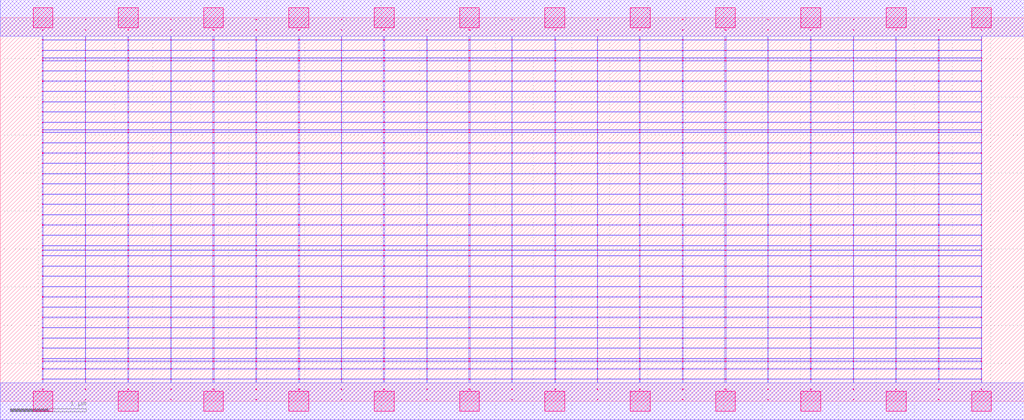
<source format=lef>
MACRO AAOAOAOI221111_DEBUG
 CLASS CORE ;
 FOREIGN AAOAOAOI221111_DEBUG 0 0 ;
 SIZE 13.44 BY 5.04 ;
 ORIGIN 0 0 ;
 SYMMETRY X Y R90 ;
 SITE unit ;

 OBS
    LAYER polycont ;
     RECT 6.71600000 2.58300000 6.72400000 2.59100000 ;
     RECT 6.71600000 2.71800000 6.72400000 2.72600000 ;
     RECT 6.71600000 2.85300000 6.72400000 2.86100000 ;
     RECT 6.71600000 2.98800000 6.72400000 2.99600000 ;
     RECT 11.19600000 3.79800000 11.20400000 3.80600000 ;
     RECT 11.75600000 3.79800000 11.76400000 3.80600000 ;
     RECT 12.31600000 3.79800000 12.32400000 3.80600000 ;
     RECT 12.87600000 3.79800000 12.88400000 3.80600000 ;
     RECT 11.19600000 3.93300000 11.20400000 3.94100000 ;
     RECT 11.75600000 3.93300000 11.76400000 3.94100000 ;
     RECT 12.31600000 3.93300000 12.32400000 3.94100000 ;
     RECT 12.87600000 3.93300000 12.88400000 3.94100000 ;
     RECT 11.19600000 4.06800000 11.20400000 4.07600000 ;
     RECT 11.75600000 4.06800000 11.76400000 4.07600000 ;
     RECT 12.31600000 4.06800000 12.32400000 4.07600000 ;
     RECT 12.87600000 4.06800000 12.88400000 4.07600000 ;
     RECT 11.19600000 4.20300000 11.20400000 4.21100000 ;
     RECT 11.75600000 4.20300000 11.76400000 4.21100000 ;
     RECT 12.31600000 4.20300000 12.32400000 4.21100000 ;
     RECT 12.87600000 4.20300000 12.88400000 4.21100000 ;
     RECT 11.19600000 4.33800000 11.20400000 4.34600000 ;
     RECT 11.75600000 4.33800000 11.76400000 4.34600000 ;
     RECT 12.31600000 4.33800000 12.32400000 4.34600000 ;
     RECT 12.87600000 4.33800000 12.88400000 4.34600000 ;
     RECT 11.19600000 4.47300000 11.20400000 4.48100000 ;
     RECT 11.75600000 4.47300000 11.76400000 4.48100000 ;
     RECT 12.31600000 4.47300000 12.32400000 4.48100000 ;
     RECT 12.87600000 4.47300000 12.88400000 4.48100000 ;
     RECT 11.19600000 4.51100000 11.20400000 4.51900000 ;
     RECT 11.75600000 4.51100000 11.76400000 4.51900000 ;
     RECT 12.31600000 4.51100000 12.32400000 4.51900000 ;
     RECT 12.87600000 4.51100000 12.88400000 4.51900000 ;
     RECT 11.19600000 4.60800000 11.20400000 4.61600000 ;
     RECT 11.75600000 4.60800000 11.76400000 4.61600000 ;
     RECT 12.31600000 4.60800000 12.32400000 4.61600000 ;
     RECT 12.87600000 4.60800000 12.88400000 4.61600000 ;
     RECT 11.19600000 4.74300000 11.20400000 4.75100000 ;
     RECT 11.75600000 4.74300000 11.76400000 4.75100000 ;
     RECT 12.31600000 4.74300000 12.32400000 4.75100000 ;
     RECT 12.87600000 4.74300000 12.88400000 4.75100000 ;
     RECT 11.19600000 4.87800000 11.20400000 4.88600000 ;
     RECT 11.75600000 4.87800000 11.76400000 4.88600000 ;
     RECT 12.31600000 4.87800000 12.32400000 4.88600000 ;
     RECT 12.87600000 4.87800000 12.88400000 4.88600000 ;
     RECT 7.83600000 4.74300000 7.84400000 4.75100000 ;
     RECT 7.83600000 4.47300000 7.84400000 4.48100000 ;
     RECT 7.83600000 4.33800000 7.84400000 4.34600000 ;
     RECT 7.83600000 3.93300000 7.84400000 3.94100000 ;
     RECT 7.83600000 4.60800000 7.84400000 4.61600000 ;
     RECT 7.83600000 4.87800000 7.84400000 4.88600000 ;
     RECT 7.83600000 4.06800000 7.84400000 4.07600000 ;
     RECT 7.83600000 3.79800000 7.84400000 3.80600000 ;
     RECT 7.83600000 4.51100000 7.84400000 4.51900000 ;
     RECT 7.83600000 4.20300000 7.84400000 4.21100000 ;
     RECT 7.83600000 3.56100000 7.84400000 3.56900000 ;
     RECT 7.83600000 3.66300000 7.84400000 3.67100000 ;
     RECT 8.95600000 2.58300000 8.96400000 2.59100000 ;
     RECT 9.51100000 2.58300000 9.52900000 2.59100000 ;
     RECT 7.27600000 2.58300000 7.28900000 2.59100000 ;
     RECT 7.27600000 2.71800000 7.28900000 2.72600000 ;
     RECT 7.83600000 2.71800000 7.84400000 2.72600000 ;
     RECT 8.39100000 2.71800000 8.40400000 2.72600000 ;
     RECT 8.95600000 2.71800000 8.96400000 2.72600000 ;
     RECT 9.51100000 2.71800000 9.52900000 2.72600000 ;
     RECT 7.83600000 2.58300000 7.84400000 2.59100000 ;
     RECT 7.27600000 2.85300000 7.28900000 2.86100000 ;
     RECT 7.83600000 2.85300000 7.84400000 2.86100000 ;
     RECT 8.39100000 2.85300000 8.40400000 2.86100000 ;
     RECT 8.95600000 2.85300000 8.96400000 2.86100000 ;
     RECT 9.51100000 2.85300000 9.52900000 2.86100000 ;
     RECT 8.39100000 2.58300000 8.40400000 2.59100000 ;
     RECT 7.27600000 2.98800000 7.28900000 2.99600000 ;
     RECT 7.83600000 2.98800000 7.84400000 2.99600000 ;
     RECT 8.39100000 2.98800000 8.40400000 2.99600000 ;
     RECT 8.95600000 2.98800000 8.96400000 2.99600000 ;
     RECT 9.51100000 2.98800000 9.52900000 2.99600000 ;
     RECT 7.83600000 3.12300000 7.84400000 3.13100000 ;
     RECT 7.83600000 3.25800000 7.84400000 3.26600000 ;
     RECT 7.83600000 3.39300000 7.84400000 3.40100000 ;
     RECT 7.83600000 3.52800000 7.84400000 3.53600000 ;
     RECT 11.19600000 2.85300000 11.20400000 2.86100000 ;
     RECT 11.75600000 2.85300000 11.76400000 2.86100000 ;
     RECT 12.31600000 2.85300000 12.32400000 2.86100000 ;
     RECT 12.87600000 2.85300000 12.88400000 2.86100000 ;
     RECT 10.07600000 2.71800000 10.08400000 2.72600000 ;
     RECT 10.63600000 2.71800000 10.64900000 2.72600000 ;
     RECT 11.19600000 2.71800000 11.20400000 2.72600000 ;
     RECT 11.75600000 2.71800000 11.76400000 2.72600000 ;
     RECT 12.31600000 2.71800000 12.32400000 2.72600000 ;
     RECT 12.87600000 2.71800000 12.88400000 2.72600000 ;
     RECT 10.07600000 2.98800000 10.08400000 2.99600000 ;
     RECT 10.63600000 2.98800000 10.64900000 2.99600000 ;
     RECT 11.19600000 2.98800000 11.20400000 2.99600000 ;
     RECT 11.75600000 2.98800000 11.76400000 2.99600000 ;
     RECT 12.31600000 2.98800000 12.32400000 2.99600000 ;
     RECT 12.87600000 2.98800000 12.88400000 2.99600000 ;
     RECT 10.07600000 2.58300000 10.08400000 2.59100000 ;
     RECT 11.19600000 3.12300000 11.20400000 3.13100000 ;
     RECT 11.75600000 3.12300000 11.76400000 3.13100000 ;
     RECT 12.31600000 3.12300000 12.32400000 3.13100000 ;
     RECT 12.87600000 3.12300000 12.88400000 3.13100000 ;
     RECT 10.63600000 2.58300000 10.64900000 2.59100000 ;
     RECT 11.19600000 3.25800000 11.20400000 3.26600000 ;
     RECT 11.75600000 3.25800000 11.76400000 3.26600000 ;
     RECT 12.31600000 3.25800000 12.32400000 3.26600000 ;
     RECT 12.87600000 3.25800000 12.88400000 3.26600000 ;
     RECT 11.19600000 2.58300000 11.20400000 2.59100000 ;
     RECT 11.19600000 3.39300000 11.20400000 3.40100000 ;
     RECT 11.75600000 3.39300000 11.76400000 3.40100000 ;
     RECT 12.31600000 3.39300000 12.32400000 3.40100000 ;
     RECT 12.87600000 3.39300000 12.88400000 3.40100000 ;
     RECT 11.75600000 2.58300000 11.76400000 2.59100000 ;
     RECT 11.19600000 3.52800000 11.20400000 3.53600000 ;
     RECT 11.75600000 3.52800000 11.76400000 3.53600000 ;
     RECT 12.31600000 3.52800000 12.32400000 3.53600000 ;
     RECT 12.87600000 3.52800000 12.88400000 3.53600000 ;
     RECT 12.31600000 2.58300000 12.32400000 2.59100000 ;
     RECT 11.19600000 3.56100000 11.20400000 3.56900000 ;
     RECT 11.75600000 3.56100000 11.76400000 3.56900000 ;
     RECT 12.31600000 3.56100000 12.32400000 3.56900000 ;
     RECT 12.87600000 3.56100000 12.88400000 3.56900000 ;
     RECT 12.87600000 2.58300000 12.88400000 2.59100000 ;
     RECT 11.19600000 3.66300000 11.20400000 3.67100000 ;
     RECT 11.75600000 3.66300000 11.76400000 3.67100000 ;
     RECT 12.31600000 3.66300000 12.32400000 3.67100000 ;
     RECT 12.87600000 3.66300000 12.88400000 3.67100000 ;
     RECT 10.07600000 2.85300000 10.08400000 2.86100000 ;
     RECT 10.63600000 2.85300000 10.64900000 2.86100000 ;
     RECT 4.47600000 2.58300000 4.48400000 2.59100000 ;
     RECT 5.03100000 2.58300000 5.04900000 2.59100000 ;
     RECT 5.59600000 2.58300000 5.60400000 2.59100000 ;
     RECT 6.15100000 2.58300000 6.16900000 2.59100000 ;
     RECT 0.55100000 2.58300000 0.56400000 2.59100000 ;
     RECT 0.55100000 2.71800000 0.56400000 2.72600000 ;
     RECT 0.55100000 2.85300000 0.56400000 2.86100000 ;
     RECT 1.11600000 2.85300000 1.12400000 2.86100000 ;
     RECT 1.67100000 2.85300000 1.68900000 2.86100000 ;
     RECT 2.23600000 2.85300000 2.24400000 2.86100000 ;
     RECT 2.79100000 2.85300000 2.80900000 2.86100000 ;
     RECT 3.35600000 2.85300000 3.36400000 2.86100000 ;
     RECT 3.91100000 2.85300000 3.92900000 2.86100000 ;
     RECT 4.47600000 2.85300000 4.48400000 2.86100000 ;
     RECT 5.03100000 2.85300000 5.04900000 2.86100000 ;
     RECT 5.59600000 2.85300000 5.60400000 2.86100000 ;
     RECT 6.15100000 2.85300000 6.16900000 2.86100000 ;
     RECT 1.11600000 2.71800000 1.12400000 2.72600000 ;
     RECT 1.67100000 2.71800000 1.68900000 2.72600000 ;
     RECT 2.23600000 2.71800000 2.24400000 2.72600000 ;
     RECT 2.79100000 2.71800000 2.80900000 2.72600000 ;
     RECT 3.35600000 2.71800000 3.36400000 2.72600000 ;
     RECT 3.91100000 2.71800000 3.92900000 2.72600000 ;
     RECT 4.47600000 2.71800000 4.48400000 2.72600000 ;
     RECT 5.03100000 2.71800000 5.04900000 2.72600000 ;
     RECT 5.59600000 2.71800000 5.60400000 2.72600000 ;
     RECT 6.15100000 2.71800000 6.16900000 2.72600000 ;
     RECT 1.11600000 2.58300000 1.12400000 2.59100000 ;
     RECT 1.67100000 2.58300000 1.68900000 2.59100000 ;
     RECT 0.55100000 2.98800000 0.56400000 2.99600000 ;
     RECT 1.11600000 2.98800000 1.12400000 2.99600000 ;
     RECT 1.67100000 2.98800000 1.68900000 2.99600000 ;
     RECT 2.23600000 2.98800000 2.24400000 2.99600000 ;
     RECT 2.79100000 2.98800000 2.80900000 2.99600000 ;
     RECT 3.35600000 2.98800000 3.36400000 2.99600000 ;
     RECT 3.91100000 2.98800000 3.92900000 2.99600000 ;
     RECT 4.47600000 2.98800000 4.48400000 2.99600000 ;
     RECT 5.03100000 2.98800000 5.04900000 2.99600000 ;
     RECT 5.59600000 2.98800000 5.60400000 2.99600000 ;
     RECT 6.15100000 2.98800000 6.16900000 2.99600000 ;
     RECT 2.23600000 2.58300000 2.24400000 2.59100000 ;
     RECT 2.79100000 2.58300000 2.80900000 2.59100000 ;
     RECT 3.35600000 2.58300000 3.36400000 2.59100000 ;
     RECT 3.91100000 2.58300000 3.92900000 2.59100000 ;
     RECT 4.47600000 1.63800000 4.48400000 1.64600000 ;
     RECT 4.47600000 1.77300000 4.48400000 1.78100000 ;
     RECT 4.47600000 1.90800000 4.48400000 1.91600000 ;
     RECT 4.47600000 1.98100000 4.48400000 1.98900000 ;
     RECT 4.47600000 2.04300000 4.48400000 2.05100000 ;
     RECT 4.47600000 2.17800000 4.48400000 2.18600000 ;
     RECT 4.47600000 2.31300000 4.48400000 2.32100000 ;
     RECT 4.47600000 2.44800000 4.48400000 2.45600000 ;
     RECT 4.47600000 0.15300000 4.48400000 0.16100000 ;
     RECT 4.47600000 0.28800000 4.48400000 0.29600000 ;
     RECT 4.47600000 0.42300000 4.48400000 0.43100000 ;
     RECT 4.47600000 0.52100000 4.48400000 0.52900000 ;
     RECT 4.47600000 0.55800000 4.48400000 0.56600000 ;
     RECT 4.47600000 0.69300000 4.48400000 0.70100000 ;
     RECT 4.47600000 0.82800000 4.48400000 0.83600000 ;
     RECT 4.47600000 0.96300000 4.48400000 0.97100000 ;
     RECT 4.47600000 1.09800000 4.48400000 1.10600000 ;
     RECT 4.47600000 1.23300000 4.48400000 1.24100000 ;
     RECT 4.47600000 1.36800000 4.48400000 1.37600000 ;
     RECT 4.47600000 1.50300000 4.48400000 1.51100000 ;
     RECT 11.19600000 1.36800000 11.20400000 1.37600000 ;
     RECT 11.19600000 0.52100000 11.20400000 0.52900000 ;
     RECT 7.83600000 1.50300000 7.84400000 1.51100000 ;
     RECT 11.19600000 1.50300000 11.20400000 1.51100000 ;
     RECT 7.83600000 0.28800000 7.84400000 0.29600000 ;
     RECT 7.83600000 1.63800000 7.84400000 1.64600000 ;
     RECT 11.19600000 1.63800000 11.20400000 1.64600000 ;
     RECT 7.83600000 0.55800000 7.84400000 0.56600000 ;
     RECT 7.83600000 1.77300000 7.84400000 1.78100000 ;
     RECT 11.19600000 1.77300000 11.20400000 1.78100000 ;
     RECT 11.19600000 0.55800000 11.20400000 0.56600000 ;
     RECT 7.83600000 1.90800000 7.84400000 1.91600000 ;
     RECT 11.19600000 1.90800000 11.20400000 1.91600000 ;
     RECT 11.19600000 0.28800000 11.20400000 0.29600000 ;
     RECT 7.83600000 1.98100000 7.84400000 1.98900000 ;
     RECT 11.19600000 1.98100000 11.20400000 1.98900000 ;
     RECT 7.83600000 0.69300000 7.84400000 0.70100000 ;
     RECT 7.83600000 2.04300000 7.84400000 2.05100000 ;
     RECT 11.19600000 2.04300000 11.20400000 2.05100000 ;
     RECT 11.19600000 0.69300000 11.20400000 0.70100000 ;
     RECT 7.83600000 2.17800000 7.84400000 2.18600000 ;
     RECT 11.19600000 2.17800000 11.20400000 2.18600000 ;
     RECT 11.19600000 0.15300000 11.20400000 0.16100000 ;
     RECT 7.83600000 2.31300000 7.84400000 2.32100000 ;
     RECT 11.19600000 2.31300000 11.20400000 2.32100000 ;
     RECT 7.83600000 0.82800000 7.84400000 0.83600000 ;
     RECT 7.83600000 2.44800000 7.84400000 2.45600000 ;
     RECT 11.19600000 2.44800000 11.20400000 2.45600000 ;
     RECT 11.19600000 0.82800000 11.20400000 0.83600000 ;
     RECT 7.83600000 0.42300000 7.84400000 0.43100000 ;
     RECT 7.83600000 0.96300000 7.84400000 0.97100000 ;
     RECT 11.19600000 0.96300000 11.20400000 0.97100000 ;
     RECT 11.19600000 0.42300000 11.20400000 0.43100000 ;
     RECT 7.83600000 1.09800000 7.84400000 1.10600000 ;
     RECT 11.19600000 1.09800000 11.20400000 1.10600000 ;
     RECT 7.83600000 0.15300000 7.84400000 0.16100000 ;
     RECT 7.83600000 1.23300000 7.84400000 1.24100000 ;
     RECT 11.19600000 1.23300000 11.20400000 1.24100000 ;
     RECT 7.83600000 0.52100000 7.84400000 0.52900000 ;
     RECT 7.83600000 1.36800000 7.84400000 1.37600000 ;

    LAYER pdiffc ;
     RECT 0.55100000 3.39300000 0.55900000 3.40100000 ;
     RECT 7.28100000 3.39300000 7.28900000 3.40100000 ;
     RECT 8.39100000 3.39300000 8.39900000 3.40100000 ;
     RECT 10.64100000 3.39300000 10.64900000 3.40100000 ;
     RECT 0.55100000 3.52800000 0.55900000 3.53600000 ;
     RECT 7.28100000 3.52800000 7.28900000 3.53600000 ;
     RECT 8.39100000 3.52800000 8.39900000 3.53600000 ;
     RECT 10.64100000 3.52800000 10.64900000 3.53600000 ;
     RECT 0.55100000 3.56100000 0.55900000 3.56900000 ;
     RECT 7.28100000 3.56100000 7.28900000 3.56900000 ;
     RECT 8.39100000 3.56100000 8.39900000 3.56900000 ;
     RECT 10.64100000 3.56100000 10.64900000 3.56900000 ;
     RECT 0.55100000 3.66300000 0.55900000 3.67100000 ;
     RECT 7.28100000 3.66300000 7.28900000 3.67100000 ;
     RECT 8.39100000 3.66300000 8.39900000 3.67100000 ;
     RECT 10.64100000 3.66300000 10.64900000 3.67100000 ;
     RECT 0.55100000 3.79800000 0.55900000 3.80600000 ;
     RECT 7.28100000 3.79800000 7.28900000 3.80600000 ;
     RECT 8.39100000 3.79800000 8.39900000 3.80600000 ;
     RECT 10.64100000 3.79800000 10.64900000 3.80600000 ;
     RECT 0.55100000 3.93300000 0.55900000 3.94100000 ;
     RECT 7.28100000 3.93300000 7.28900000 3.94100000 ;
     RECT 8.39100000 3.93300000 8.39900000 3.94100000 ;
     RECT 10.64100000 3.93300000 10.64900000 3.94100000 ;
     RECT 0.55100000 4.06800000 0.55900000 4.07600000 ;
     RECT 7.28100000 4.06800000 7.28900000 4.07600000 ;
     RECT 8.39100000 4.06800000 8.39900000 4.07600000 ;
     RECT 10.64100000 4.06800000 10.64900000 4.07600000 ;
     RECT 0.55100000 4.20300000 0.55900000 4.21100000 ;
     RECT 7.28100000 4.20300000 7.28900000 4.21100000 ;
     RECT 8.39100000 4.20300000 8.39900000 4.21100000 ;
     RECT 10.64100000 4.20300000 10.64900000 4.21100000 ;
     RECT 0.55100000 4.33800000 0.55900000 4.34600000 ;
     RECT 7.28100000 4.33800000 7.28900000 4.34600000 ;
     RECT 8.39100000 4.33800000 8.39900000 4.34600000 ;
     RECT 10.64100000 4.33800000 10.64900000 4.34600000 ;
     RECT 0.55100000 4.47300000 0.55900000 4.48100000 ;
     RECT 7.28100000 4.47300000 7.28900000 4.48100000 ;
     RECT 8.39100000 4.47300000 8.39900000 4.48100000 ;
     RECT 10.64100000 4.47300000 10.64900000 4.48100000 ;
     RECT 0.55100000 4.51100000 0.55900000 4.51900000 ;
     RECT 7.28100000 4.51100000 7.28900000 4.51900000 ;
     RECT 8.39100000 4.51100000 8.39900000 4.51900000 ;
     RECT 10.64100000 4.51100000 10.64900000 4.51900000 ;
     RECT 0.55100000 4.60800000 0.55900000 4.61600000 ;
     RECT 7.28100000 4.60800000 7.28900000 4.61600000 ;
     RECT 8.39100000 4.60800000 8.39900000 4.61600000 ;
     RECT 10.64100000 4.60800000 10.64900000 4.61600000 ;

    LAYER ndiffc ;
     RECT 7.27600000 0.42300000 7.28900000 0.43100000 ;
     RECT 8.39100000 0.42300000 8.40400000 0.43100000 ;
     RECT 9.51100000 0.42300000 9.52900000 0.43100000 ;
     RECT 10.63600000 0.42300000 10.64900000 0.43100000 ;
     RECT 11.75600000 0.42300000 11.76400000 0.43100000 ;
     RECT 12.87600000 0.42300000 12.88400000 0.43100000 ;
     RECT 7.27600000 0.52100000 7.28900000 0.52900000 ;
     RECT 8.39100000 0.52100000 8.40400000 0.52900000 ;
     RECT 9.51100000 0.52100000 9.52900000 0.52900000 ;
     RECT 10.63600000 0.52100000 10.64900000 0.52900000 ;
     RECT 11.75600000 0.52100000 11.76400000 0.52900000 ;
     RECT 12.87600000 0.52100000 12.88400000 0.52900000 ;
     RECT 7.27600000 0.55800000 7.28900000 0.56600000 ;
     RECT 8.39100000 0.55800000 8.40400000 0.56600000 ;
     RECT 9.51100000 0.55800000 9.52900000 0.56600000 ;
     RECT 10.63600000 0.55800000 10.64900000 0.56600000 ;
     RECT 11.75600000 0.55800000 11.76400000 0.56600000 ;
     RECT 12.87600000 0.55800000 12.88400000 0.56600000 ;
     RECT 7.27600000 0.69300000 7.28900000 0.70100000 ;
     RECT 8.39100000 0.69300000 8.40400000 0.70100000 ;
     RECT 9.51100000 0.69300000 9.52900000 0.70100000 ;
     RECT 10.63600000 0.69300000 10.64900000 0.70100000 ;
     RECT 11.75600000 0.69300000 11.76400000 0.70100000 ;
     RECT 12.87600000 0.69300000 12.88400000 0.70100000 ;
     RECT 7.27600000 0.82800000 7.28900000 0.83600000 ;
     RECT 8.39100000 0.82800000 8.40400000 0.83600000 ;
     RECT 9.51100000 0.82800000 9.52900000 0.83600000 ;
     RECT 10.63600000 0.82800000 10.64900000 0.83600000 ;
     RECT 11.75600000 0.82800000 11.76400000 0.83600000 ;
     RECT 12.87600000 0.82800000 12.88400000 0.83600000 ;
     RECT 7.27600000 0.96300000 7.28900000 0.97100000 ;
     RECT 8.39100000 0.96300000 8.40400000 0.97100000 ;
     RECT 9.51100000 0.96300000 9.52900000 0.97100000 ;
     RECT 10.63600000 0.96300000 10.64900000 0.97100000 ;
     RECT 11.75600000 0.96300000 11.76400000 0.97100000 ;
     RECT 12.87600000 0.96300000 12.88400000 0.97100000 ;
     RECT 7.27600000 1.09800000 7.28900000 1.10600000 ;
     RECT 8.39100000 1.09800000 8.40400000 1.10600000 ;
     RECT 9.51100000 1.09800000 9.52900000 1.10600000 ;
     RECT 10.63600000 1.09800000 10.64900000 1.10600000 ;
     RECT 11.75600000 1.09800000 11.76400000 1.10600000 ;
     RECT 12.87600000 1.09800000 12.88400000 1.10600000 ;
     RECT 7.27600000 1.23300000 7.28900000 1.24100000 ;
     RECT 8.39100000 1.23300000 8.40400000 1.24100000 ;
     RECT 9.51100000 1.23300000 9.52900000 1.24100000 ;
     RECT 10.63600000 1.23300000 10.64900000 1.24100000 ;
     RECT 11.75600000 1.23300000 11.76400000 1.24100000 ;
     RECT 12.87600000 1.23300000 12.88400000 1.24100000 ;
     RECT 7.27600000 1.36800000 7.28900000 1.37600000 ;
     RECT 8.39100000 1.36800000 8.40400000 1.37600000 ;
     RECT 9.51100000 1.36800000 9.52900000 1.37600000 ;
     RECT 10.63600000 1.36800000 10.64900000 1.37600000 ;
     RECT 11.75600000 1.36800000 11.76400000 1.37600000 ;
     RECT 12.87600000 1.36800000 12.88400000 1.37600000 ;
     RECT 7.27600000 1.50300000 7.28900000 1.51100000 ;
     RECT 8.39100000 1.50300000 8.40400000 1.51100000 ;
     RECT 9.51100000 1.50300000 9.52900000 1.51100000 ;
     RECT 10.63600000 1.50300000 10.64900000 1.51100000 ;
     RECT 11.75600000 1.50300000 11.76400000 1.51100000 ;
     RECT 12.87600000 1.50300000 12.88400000 1.51100000 ;
     RECT 7.27600000 1.63800000 7.28900000 1.64600000 ;
     RECT 8.39100000 1.63800000 8.40400000 1.64600000 ;
     RECT 9.51100000 1.63800000 9.52900000 1.64600000 ;
     RECT 10.63600000 1.63800000 10.64900000 1.64600000 ;
     RECT 11.75600000 1.63800000 11.76400000 1.64600000 ;
     RECT 12.87600000 1.63800000 12.88400000 1.64600000 ;
     RECT 7.27600000 1.77300000 7.28900000 1.78100000 ;
     RECT 8.39100000 1.77300000 8.40400000 1.78100000 ;
     RECT 9.51100000 1.77300000 9.52900000 1.78100000 ;
     RECT 10.63600000 1.77300000 10.64900000 1.78100000 ;
     RECT 11.75600000 1.77300000 11.76400000 1.78100000 ;
     RECT 12.87600000 1.77300000 12.88400000 1.78100000 ;
     RECT 7.27600000 1.90800000 7.28900000 1.91600000 ;
     RECT 8.39100000 1.90800000 8.40400000 1.91600000 ;
     RECT 9.51100000 1.90800000 9.52900000 1.91600000 ;
     RECT 10.63600000 1.90800000 10.64900000 1.91600000 ;
     RECT 11.75600000 1.90800000 11.76400000 1.91600000 ;
     RECT 12.87600000 1.90800000 12.88400000 1.91600000 ;
     RECT 7.27600000 1.98100000 7.28900000 1.98900000 ;
     RECT 8.39100000 1.98100000 8.40400000 1.98900000 ;
     RECT 9.51100000 1.98100000 9.52900000 1.98900000 ;
     RECT 10.63600000 1.98100000 10.64900000 1.98900000 ;
     RECT 11.75600000 1.98100000 11.76400000 1.98900000 ;
     RECT 12.87600000 1.98100000 12.88400000 1.98900000 ;
     RECT 7.27600000 2.04300000 7.28900000 2.05100000 ;
     RECT 8.39100000 2.04300000 8.40400000 2.05100000 ;
     RECT 9.51100000 2.04300000 9.52900000 2.05100000 ;
     RECT 10.63600000 2.04300000 10.64900000 2.05100000 ;
     RECT 11.75600000 2.04300000 11.76400000 2.05100000 ;
     RECT 12.87600000 2.04300000 12.88400000 2.05100000 ;
     RECT 0.55100000 0.42300000 0.56400000 0.43100000 ;
     RECT 1.67100000 0.42300000 1.68900000 0.43100000 ;
     RECT 2.79100000 0.42300000 2.80900000 0.43100000 ;
     RECT 3.91100000 0.42300000 3.92900000 0.43100000 ;
     RECT 5.03100000 0.42300000 5.04900000 0.43100000 ;
     RECT 6.15100000 0.42300000 6.16900000 0.43100000 ;
     RECT 0.55100000 1.36800000 0.56400000 1.37600000 ;
     RECT 1.67100000 1.36800000 1.68900000 1.37600000 ;
     RECT 2.79100000 1.36800000 2.80900000 1.37600000 ;
     RECT 3.91100000 1.36800000 3.92900000 1.37600000 ;
     RECT 5.03100000 1.36800000 5.04900000 1.37600000 ;
     RECT 6.15100000 1.36800000 6.16900000 1.37600000 ;
     RECT 0.55100000 0.82800000 0.56400000 0.83600000 ;
     RECT 1.67100000 0.82800000 1.68900000 0.83600000 ;
     RECT 2.79100000 0.82800000 2.80900000 0.83600000 ;
     RECT 3.91100000 0.82800000 3.92900000 0.83600000 ;
     RECT 5.03100000 0.82800000 5.04900000 0.83600000 ;
     RECT 6.15100000 0.82800000 6.16900000 0.83600000 ;
     RECT 0.55100000 1.50300000 0.56400000 1.51100000 ;
     RECT 1.67100000 1.50300000 1.68900000 1.51100000 ;
     RECT 2.79100000 1.50300000 2.80900000 1.51100000 ;
     RECT 3.91100000 1.50300000 3.92900000 1.51100000 ;
     RECT 5.03100000 1.50300000 5.04900000 1.51100000 ;
     RECT 6.15100000 1.50300000 6.16900000 1.51100000 ;
     RECT 0.55100000 0.55800000 0.56400000 0.56600000 ;
     RECT 1.67100000 0.55800000 1.68900000 0.56600000 ;
     RECT 2.79100000 0.55800000 2.80900000 0.56600000 ;
     RECT 3.91100000 0.55800000 3.92900000 0.56600000 ;
     RECT 5.03100000 0.55800000 5.04900000 0.56600000 ;
     RECT 6.15100000 0.55800000 6.16900000 0.56600000 ;
     RECT 0.55100000 1.63800000 0.56400000 1.64600000 ;
     RECT 1.67100000 1.63800000 1.68900000 1.64600000 ;
     RECT 2.79100000 1.63800000 2.80900000 1.64600000 ;
     RECT 3.91100000 1.63800000 3.92900000 1.64600000 ;
     RECT 5.03100000 1.63800000 5.04900000 1.64600000 ;
     RECT 6.15100000 1.63800000 6.16900000 1.64600000 ;
     RECT 0.55100000 0.96300000 0.56400000 0.97100000 ;
     RECT 1.67100000 0.96300000 1.68900000 0.97100000 ;
     RECT 2.79100000 0.96300000 2.80900000 0.97100000 ;
     RECT 3.91100000 0.96300000 3.92900000 0.97100000 ;
     RECT 5.03100000 0.96300000 5.04900000 0.97100000 ;
     RECT 6.15100000 0.96300000 6.16900000 0.97100000 ;
     RECT 0.55100000 1.77300000 0.56400000 1.78100000 ;
     RECT 1.67100000 1.77300000 1.68900000 1.78100000 ;
     RECT 2.79100000 1.77300000 2.80900000 1.78100000 ;
     RECT 3.91100000 1.77300000 3.92900000 1.78100000 ;
     RECT 5.03100000 1.77300000 5.04900000 1.78100000 ;
     RECT 6.15100000 1.77300000 6.16900000 1.78100000 ;
     RECT 0.55100000 0.52100000 0.56400000 0.52900000 ;
     RECT 1.67100000 0.52100000 1.68900000 0.52900000 ;
     RECT 2.79100000 0.52100000 2.80900000 0.52900000 ;
     RECT 3.91100000 0.52100000 3.92900000 0.52900000 ;
     RECT 5.03100000 0.52100000 5.04900000 0.52900000 ;
     RECT 6.15100000 0.52100000 6.16900000 0.52900000 ;
     RECT 0.55100000 1.90800000 0.56400000 1.91600000 ;
     RECT 1.67100000 1.90800000 1.68900000 1.91600000 ;
     RECT 2.79100000 1.90800000 2.80900000 1.91600000 ;
     RECT 3.91100000 1.90800000 3.92900000 1.91600000 ;
     RECT 5.03100000 1.90800000 5.04900000 1.91600000 ;
     RECT 6.15100000 1.90800000 6.16900000 1.91600000 ;
     RECT 0.55100000 1.09800000 0.56400000 1.10600000 ;
     RECT 1.67100000 1.09800000 1.68900000 1.10600000 ;
     RECT 2.79100000 1.09800000 2.80900000 1.10600000 ;
     RECT 3.91100000 1.09800000 3.92900000 1.10600000 ;
     RECT 5.03100000 1.09800000 5.04900000 1.10600000 ;
     RECT 6.15100000 1.09800000 6.16900000 1.10600000 ;
     RECT 0.55100000 1.98100000 0.56400000 1.98900000 ;
     RECT 1.67100000 1.98100000 1.68900000 1.98900000 ;
     RECT 2.79100000 1.98100000 2.80900000 1.98900000 ;
     RECT 3.91100000 1.98100000 3.92900000 1.98900000 ;
     RECT 5.03100000 1.98100000 5.04900000 1.98900000 ;
     RECT 6.15100000 1.98100000 6.16900000 1.98900000 ;
     RECT 0.55100000 0.69300000 0.56400000 0.70100000 ;
     RECT 1.67100000 0.69300000 1.68900000 0.70100000 ;
     RECT 2.79100000 0.69300000 2.80900000 0.70100000 ;
     RECT 3.91100000 0.69300000 3.92900000 0.70100000 ;
     RECT 5.03100000 0.69300000 5.04900000 0.70100000 ;
     RECT 6.15100000 0.69300000 6.16900000 0.70100000 ;
     RECT 0.55100000 2.04300000 0.56400000 2.05100000 ;
     RECT 1.67100000 2.04300000 1.68900000 2.05100000 ;
     RECT 2.79100000 2.04300000 2.80900000 2.05100000 ;
     RECT 3.91100000 2.04300000 3.92900000 2.05100000 ;
     RECT 5.03100000 2.04300000 5.04900000 2.05100000 ;
     RECT 6.15100000 2.04300000 6.16900000 2.05100000 ;
     RECT 0.55100000 1.23300000 0.56400000 1.24100000 ;
     RECT 1.67100000 1.23300000 1.68900000 1.24100000 ;
     RECT 2.79100000 1.23300000 2.80900000 1.24100000 ;
     RECT 3.91100000 1.23300000 3.92900000 1.24100000 ;
     RECT 5.03100000 1.23300000 5.04900000 1.24100000 ;
     RECT 6.15100000 1.23300000 6.16900000 1.24100000 ;

    LAYER met1 ;
     RECT 0.00000000 -0.24000000 13.44000000 0.24000000 ;
     RECT 6.71600000 0.24000000 6.72400000 0.28800000 ;
     RECT 0.55100000 0.28800000 12.88400000 0.29600000 ;
     RECT 6.71600000 0.29600000 6.72400000 0.42300000 ;
     RECT 0.55100000 0.42300000 12.88400000 0.43100000 ;
     RECT 6.71600000 0.43100000 6.72400000 0.52100000 ;
     RECT 0.55100000 0.52100000 12.88400000 0.52900000 ;
     RECT 6.71600000 0.52900000 6.72400000 0.55800000 ;
     RECT 0.55100000 0.55800000 12.88400000 0.56600000 ;
     RECT 6.71600000 0.56600000 6.72400000 0.69300000 ;
     RECT 0.55100000 0.69300000 12.88400000 0.70100000 ;
     RECT 6.71600000 0.70100000 6.72400000 0.82800000 ;
     RECT 0.55100000 0.82800000 12.88400000 0.83600000 ;
     RECT 6.71600000 0.83600000 6.72400000 0.96300000 ;
     RECT 0.55100000 0.96300000 12.88400000 0.97100000 ;
     RECT 6.71600000 0.97100000 6.72400000 1.09800000 ;
     RECT 0.55100000 1.09800000 12.88400000 1.10600000 ;
     RECT 6.71600000 1.10600000 6.72400000 1.23300000 ;
     RECT 0.55100000 1.23300000 12.88400000 1.24100000 ;
     RECT 6.71600000 1.24100000 6.72400000 1.36800000 ;
     RECT 0.55100000 1.36800000 12.88400000 1.37600000 ;
     RECT 6.71600000 1.37600000 6.72400000 1.50300000 ;
     RECT 0.55100000 1.50300000 12.88400000 1.51100000 ;
     RECT 6.71600000 1.51100000 6.72400000 1.63800000 ;
     RECT 0.55100000 1.63800000 12.88400000 1.64600000 ;
     RECT 6.71600000 1.64600000 6.72400000 1.77300000 ;
     RECT 0.55100000 1.77300000 12.88400000 1.78100000 ;
     RECT 6.71600000 1.78100000 6.72400000 1.90800000 ;
     RECT 0.55100000 1.90800000 12.88400000 1.91600000 ;
     RECT 6.71600000 1.91600000 6.72400000 1.98100000 ;
     RECT 0.55100000 1.98100000 12.88400000 1.98900000 ;
     RECT 6.71600000 1.98900000 6.72400000 2.04300000 ;
     RECT 0.55100000 2.04300000 12.88400000 2.05100000 ;
     RECT 6.71600000 2.05100000 6.72400000 2.17800000 ;
     RECT 0.55100000 2.17800000 12.88400000 2.18600000 ;
     RECT 6.71600000 2.18600000 6.72400000 2.31300000 ;
     RECT 0.55100000 2.31300000 12.88400000 2.32100000 ;
     RECT 6.71600000 2.32100000 6.72400000 2.44800000 ;
     RECT 0.55100000 2.44800000 12.88400000 2.45600000 ;
     RECT 0.55100000 2.45600000 0.56400000 2.58300000 ;
     RECT 1.11600000 2.45600000 1.12400000 2.58300000 ;
     RECT 1.67100000 2.45600000 1.68900000 2.58300000 ;
     RECT 2.23600000 2.45600000 2.24400000 2.58300000 ;
     RECT 2.79100000 2.45600000 2.80900000 2.58300000 ;
     RECT 3.35600000 2.45600000 3.36400000 2.58300000 ;
     RECT 3.91100000 2.45600000 3.92900000 2.58300000 ;
     RECT 4.47600000 2.45600000 4.48400000 2.58300000 ;
     RECT 5.03100000 2.45600000 5.04900000 2.58300000 ;
     RECT 5.59600000 2.45600000 5.60400000 2.58300000 ;
     RECT 6.15100000 2.45600000 6.16900000 2.58300000 ;
     RECT 6.71600000 2.45600000 6.72400000 2.58300000 ;
     RECT 7.27600000 2.45600000 7.28900000 2.58300000 ;
     RECT 7.83600000 2.45600000 7.84400000 2.58300000 ;
     RECT 8.39100000 2.45600000 8.40400000 2.58300000 ;
     RECT 8.95600000 2.45600000 8.96400000 2.58300000 ;
     RECT 9.51100000 2.45600000 9.52900000 2.58300000 ;
     RECT 10.07600000 2.45600000 10.08400000 2.58300000 ;
     RECT 10.63600000 2.45600000 10.64900000 2.58300000 ;
     RECT 11.19600000 2.45600000 11.20400000 2.58300000 ;
     RECT 11.75600000 2.45600000 11.76400000 2.58300000 ;
     RECT 12.31600000 2.45600000 12.32400000 2.58300000 ;
     RECT 12.87600000 2.45600000 12.88400000 2.58300000 ;
     RECT 0.55100000 2.58300000 12.88400000 2.59100000 ;
     RECT 6.71600000 2.59100000 6.72400000 2.71800000 ;
     RECT 0.55100000 2.71800000 12.88400000 2.72600000 ;
     RECT 6.71600000 2.72600000 6.72400000 2.85300000 ;
     RECT 0.55100000 2.85300000 12.88400000 2.86100000 ;
     RECT 6.71600000 2.86100000 6.72400000 2.98800000 ;
     RECT 0.55100000 2.98800000 12.88400000 2.99600000 ;
     RECT 6.71600000 2.99600000 6.72400000 3.12300000 ;
     RECT 0.55100000 3.12300000 12.88400000 3.13100000 ;
     RECT 6.71600000 3.13100000 6.72400000 3.25800000 ;
     RECT 0.55100000 3.25800000 12.88400000 3.26600000 ;
     RECT 6.71600000 3.26600000 6.72400000 3.39300000 ;
     RECT 0.55100000 3.39300000 12.88400000 3.40100000 ;
     RECT 6.71600000 3.40100000 6.72400000 3.52800000 ;
     RECT 0.55100000 3.52800000 12.88400000 3.53600000 ;
     RECT 6.71600000 3.53600000 6.72400000 3.56100000 ;
     RECT 0.55100000 3.56100000 12.88400000 3.56900000 ;
     RECT 6.71600000 3.56900000 6.72400000 3.66300000 ;
     RECT 0.55100000 3.66300000 12.88400000 3.67100000 ;
     RECT 6.71600000 3.67100000 6.72400000 3.79800000 ;
     RECT 0.55100000 3.79800000 12.88400000 3.80600000 ;
     RECT 6.71600000 3.80600000 6.72400000 3.93300000 ;
     RECT 0.55100000 3.93300000 12.88400000 3.94100000 ;
     RECT 6.71600000 3.94100000 6.72400000 4.06800000 ;
     RECT 0.55100000 4.06800000 12.88400000 4.07600000 ;
     RECT 6.71600000 4.07600000 6.72400000 4.20300000 ;
     RECT 0.55100000 4.20300000 12.88400000 4.21100000 ;
     RECT 6.71600000 4.21100000 6.72400000 4.33800000 ;
     RECT 0.55100000 4.33800000 12.88400000 4.34600000 ;
     RECT 6.71600000 4.34600000 6.72400000 4.47300000 ;
     RECT 0.55100000 4.47300000 12.88400000 4.48100000 ;
     RECT 6.71600000 4.48100000 6.72400000 4.51100000 ;
     RECT 0.55100000 4.51100000 12.88400000 4.51900000 ;
     RECT 6.71600000 4.51900000 6.72400000 4.60800000 ;
     RECT 0.55100000 4.60800000 12.88400000 4.61600000 ;
     RECT 6.71600000 4.61600000 6.72400000 4.74300000 ;
     RECT 0.55100000 4.74300000 12.88400000 4.75100000 ;
     RECT 6.71600000 4.75100000 6.72400000 4.80000000 ;
     RECT 0.00000000 4.80000000 13.44000000 5.28000000 ;
     RECT 10.07600000 2.59100000 10.08400000 2.71800000 ;
     RECT 10.07600000 2.99600000 10.08400000 3.12300000 ;
     RECT 10.07600000 3.13100000 10.08400000 3.25800000 ;
     RECT 10.07600000 3.26600000 10.08400000 3.39300000 ;
     RECT 10.07600000 3.40100000 10.08400000 3.52800000 ;
     RECT 10.07600000 3.53600000 10.08400000 3.56100000 ;
     RECT 10.07600000 3.56900000 10.08400000 3.66300000 ;
     RECT 10.07600000 3.67100000 10.08400000 3.79800000 ;
     RECT 10.07600000 2.72600000 10.08400000 2.85300000 ;
     RECT 7.27600000 3.80600000 7.28900000 3.93300000 ;
     RECT 7.83600000 3.80600000 7.84400000 3.93300000 ;
     RECT 8.39100000 3.80600000 8.40400000 3.93300000 ;
     RECT 8.95600000 3.80600000 8.96400000 3.93300000 ;
     RECT 9.51100000 3.80600000 9.52900000 3.93300000 ;
     RECT 10.07600000 3.80600000 10.08400000 3.93300000 ;
     RECT 10.63600000 3.80600000 10.64900000 3.93300000 ;
     RECT 11.19600000 3.80600000 11.20400000 3.93300000 ;
     RECT 11.75600000 3.80600000 11.76400000 3.93300000 ;
     RECT 12.31600000 3.80600000 12.32400000 3.93300000 ;
     RECT 12.87600000 3.80600000 12.88400000 3.93300000 ;
     RECT 10.07600000 3.94100000 10.08400000 4.06800000 ;
     RECT 10.07600000 4.07600000 10.08400000 4.20300000 ;
     RECT 10.07600000 4.21100000 10.08400000 4.33800000 ;
     RECT 10.07600000 4.34600000 10.08400000 4.47300000 ;
     RECT 10.07600000 4.48100000 10.08400000 4.51100000 ;
     RECT 10.07600000 2.86100000 10.08400000 2.98800000 ;
     RECT 10.07600000 4.51900000 10.08400000 4.60800000 ;
     RECT 10.07600000 4.61600000 10.08400000 4.74300000 ;
     RECT 10.07600000 4.75100000 10.08400000 4.80000000 ;
     RECT 11.75600000 4.07600000 11.76400000 4.20300000 ;
     RECT 12.31600000 4.07600000 12.32400000 4.20300000 ;
     RECT 12.87600000 4.07600000 12.88400000 4.20300000 ;
     RECT 11.19600000 3.94100000 11.20400000 4.06800000 ;
     RECT 10.63600000 4.21100000 10.64900000 4.33800000 ;
     RECT 11.19600000 4.21100000 11.20400000 4.33800000 ;
     RECT 11.75600000 4.21100000 11.76400000 4.33800000 ;
     RECT 12.31600000 4.21100000 12.32400000 4.33800000 ;
     RECT 12.87600000 4.21100000 12.88400000 4.33800000 ;
     RECT 11.75600000 3.94100000 11.76400000 4.06800000 ;
     RECT 10.63600000 4.34600000 10.64900000 4.47300000 ;
     RECT 11.19600000 4.34600000 11.20400000 4.47300000 ;
     RECT 11.75600000 4.34600000 11.76400000 4.47300000 ;
     RECT 12.31600000 4.34600000 12.32400000 4.47300000 ;
     RECT 12.87600000 4.34600000 12.88400000 4.47300000 ;
     RECT 12.31600000 3.94100000 12.32400000 4.06800000 ;
     RECT 10.63600000 4.48100000 10.64900000 4.51100000 ;
     RECT 11.19600000 4.48100000 11.20400000 4.51100000 ;
     RECT 11.75600000 4.48100000 11.76400000 4.51100000 ;
     RECT 12.31600000 4.48100000 12.32400000 4.51100000 ;
     RECT 12.87600000 4.48100000 12.88400000 4.51100000 ;
     RECT 12.87600000 3.94100000 12.88400000 4.06800000 ;
     RECT 10.63600000 3.94100000 10.64900000 4.06800000 ;
     RECT 10.63600000 4.51900000 10.64900000 4.60800000 ;
     RECT 11.19600000 4.51900000 11.20400000 4.60800000 ;
     RECT 11.75600000 4.51900000 11.76400000 4.60800000 ;
     RECT 12.31600000 4.51900000 12.32400000 4.60800000 ;
     RECT 12.87600000 4.51900000 12.88400000 4.60800000 ;
     RECT 10.63600000 4.07600000 10.64900000 4.20300000 ;
     RECT 10.63600000 4.61600000 10.64900000 4.74300000 ;
     RECT 11.19600000 4.61600000 11.20400000 4.74300000 ;
     RECT 11.75600000 4.61600000 11.76400000 4.74300000 ;
     RECT 12.31600000 4.61600000 12.32400000 4.74300000 ;
     RECT 12.87600000 4.61600000 12.88400000 4.74300000 ;
     RECT 11.19600000 4.07600000 11.20400000 4.20300000 ;
     RECT 10.63600000 4.75100000 10.64900000 4.80000000 ;
     RECT 11.19600000 4.75100000 11.20400000 4.80000000 ;
     RECT 11.75600000 4.75100000 11.76400000 4.80000000 ;
     RECT 12.31600000 4.75100000 12.32400000 4.80000000 ;
     RECT 12.87600000 4.75100000 12.88400000 4.80000000 ;
     RECT 8.39100000 4.21100000 8.40400000 4.33800000 ;
     RECT 8.95600000 4.21100000 8.96400000 4.33800000 ;
     RECT 9.51100000 4.21100000 9.52900000 4.33800000 ;
     RECT 7.83600000 4.07600000 7.84400000 4.20300000 ;
     RECT 8.39100000 4.07600000 8.40400000 4.20300000 ;
     RECT 8.95600000 4.07600000 8.96400000 4.20300000 ;
     RECT 9.51100000 4.07600000 9.52900000 4.20300000 ;
     RECT 7.27600000 4.51900000 7.28900000 4.60800000 ;
     RECT 7.83600000 4.51900000 7.84400000 4.60800000 ;
     RECT 8.39100000 4.51900000 8.40400000 4.60800000 ;
     RECT 8.95600000 4.51900000 8.96400000 4.60800000 ;
     RECT 9.51100000 4.51900000 9.52900000 4.60800000 ;
     RECT 7.83600000 3.94100000 7.84400000 4.06800000 ;
     RECT 8.39100000 3.94100000 8.40400000 4.06800000 ;
     RECT 7.27600000 4.34600000 7.28900000 4.47300000 ;
     RECT 7.83600000 4.34600000 7.84400000 4.47300000 ;
     RECT 8.39100000 4.34600000 8.40400000 4.47300000 ;
     RECT 8.95600000 4.34600000 8.96400000 4.47300000 ;
     RECT 7.27600000 4.61600000 7.28900000 4.74300000 ;
     RECT 7.83600000 4.61600000 7.84400000 4.74300000 ;
     RECT 8.39100000 4.61600000 8.40400000 4.74300000 ;
     RECT 8.95600000 4.61600000 8.96400000 4.74300000 ;
     RECT 9.51100000 4.61600000 9.52900000 4.74300000 ;
     RECT 9.51100000 4.34600000 9.52900000 4.47300000 ;
     RECT 8.95600000 3.94100000 8.96400000 4.06800000 ;
     RECT 9.51100000 3.94100000 9.52900000 4.06800000 ;
     RECT 7.27600000 3.94100000 7.28900000 4.06800000 ;
     RECT 7.27600000 4.07600000 7.28900000 4.20300000 ;
     RECT 7.27600000 4.21100000 7.28900000 4.33800000 ;
     RECT 7.27600000 4.75100000 7.28900000 4.80000000 ;
     RECT 7.83600000 4.75100000 7.84400000 4.80000000 ;
     RECT 8.39100000 4.75100000 8.40400000 4.80000000 ;
     RECT 8.95600000 4.75100000 8.96400000 4.80000000 ;
     RECT 9.51100000 4.75100000 9.52900000 4.80000000 ;
     RECT 7.83600000 4.21100000 7.84400000 4.33800000 ;
     RECT 7.27600000 4.48100000 7.28900000 4.51100000 ;
     RECT 7.83600000 4.48100000 7.84400000 4.51100000 ;
     RECT 8.39100000 4.48100000 8.40400000 4.51100000 ;
     RECT 8.95600000 4.48100000 8.96400000 4.51100000 ;
     RECT 9.51100000 4.48100000 9.52900000 4.51100000 ;
     RECT 7.83600000 2.99600000 7.84400000 3.12300000 ;
     RECT 7.27600000 2.59100000 7.28900000 2.71800000 ;
     RECT 8.39100000 2.86100000 8.40400000 2.98800000 ;
     RECT 8.95600000 2.86100000 8.96400000 2.98800000 ;
     RECT 7.27600000 3.40100000 7.28900000 3.52800000 ;
     RECT 7.83600000 3.40100000 7.84400000 3.52800000 ;
     RECT 8.39100000 3.40100000 8.40400000 3.52800000 ;
     RECT 8.95600000 3.40100000 8.96400000 3.52800000 ;
     RECT 9.51100000 3.40100000 9.52900000 3.52800000 ;
     RECT 8.39100000 2.99600000 8.40400000 3.12300000 ;
     RECT 7.83600000 2.59100000 7.84400000 2.71800000 ;
     RECT 7.27600000 2.72600000 7.28900000 2.85300000 ;
     RECT 7.27600000 3.53600000 7.28900000 3.56100000 ;
     RECT 7.83600000 3.53600000 7.84400000 3.56100000 ;
     RECT 8.39100000 3.53600000 8.40400000 3.56100000 ;
     RECT 9.51100000 2.86100000 9.52900000 2.98800000 ;
     RECT 8.95600000 3.53600000 8.96400000 3.56100000 ;
     RECT 9.51100000 3.53600000 9.52900000 3.56100000 ;
     RECT 8.95600000 2.99600000 8.96400000 3.12300000 ;
     RECT 7.83600000 2.72600000 7.84400000 2.85300000 ;
     RECT 8.39100000 2.72600000 8.40400000 2.85300000 ;
     RECT 7.27600000 3.56900000 7.28900000 3.66300000 ;
     RECT 7.83600000 3.56900000 7.84400000 3.66300000 ;
     RECT 8.39100000 3.56900000 8.40400000 3.66300000 ;
     RECT 8.95600000 3.56900000 8.96400000 3.66300000 ;
     RECT 9.51100000 3.56900000 9.52900000 3.66300000 ;
     RECT 8.39100000 2.59100000 8.40400000 2.71800000 ;
     RECT 8.95600000 2.59100000 8.96400000 2.71800000 ;
     RECT 9.51100000 2.99600000 9.52900000 3.12300000 ;
     RECT 8.95600000 2.72600000 8.96400000 2.85300000 ;
     RECT 9.51100000 2.72600000 9.52900000 2.85300000 ;
     RECT 7.27600000 3.67100000 7.28900000 3.79800000 ;
     RECT 7.83600000 3.67100000 7.84400000 3.79800000 ;
     RECT 8.39100000 3.67100000 8.40400000 3.79800000 ;
     RECT 8.95600000 3.67100000 8.96400000 3.79800000 ;
     RECT 9.51100000 3.67100000 9.52900000 3.79800000 ;
     RECT 9.51100000 2.59100000 9.52900000 2.71800000 ;
     RECT 7.27600000 3.13100000 7.28900000 3.25800000 ;
     RECT 7.83600000 3.13100000 7.84400000 3.25800000 ;
     RECT 7.27600000 2.86100000 7.28900000 2.98800000 ;
     RECT 7.83600000 2.86100000 7.84400000 2.98800000 ;
     RECT 8.39100000 3.13100000 8.40400000 3.25800000 ;
     RECT 8.95600000 3.13100000 8.96400000 3.25800000 ;
     RECT 9.51100000 3.13100000 9.52900000 3.25800000 ;
     RECT 7.27600000 2.99600000 7.28900000 3.12300000 ;
     RECT 7.27600000 3.26600000 7.28900000 3.39300000 ;
     RECT 7.83600000 3.26600000 7.84400000 3.39300000 ;
     RECT 8.39100000 3.26600000 8.40400000 3.39300000 ;
     RECT 8.95600000 3.26600000 8.96400000 3.39300000 ;
     RECT 9.51100000 3.26600000 9.52900000 3.39300000 ;
     RECT 10.63600000 3.13100000 10.64900000 3.25800000 ;
     RECT 11.19600000 3.13100000 11.20400000 3.25800000 ;
     RECT 10.63600000 3.56900000 10.64900000 3.66300000 ;
     RECT 12.31600000 2.72600000 12.32400000 2.85300000 ;
     RECT 12.87600000 2.72600000 12.88400000 2.85300000 ;
     RECT 11.19600000 3.56900000 11.20400000 3.66300000 ;
     RECT 11.75600000 3.56900000 11.76400000 3.66300000 ;
     RECT 12.31600000 3.56900000 12.32400000 3.66300000 ;
     RECT 12.87600000 3.56900000 12.88400000 3.66300000 ;
     RECT 11.75600000 3.13100000 11.76400000 3.25800000 ;
     RECT 12.31600000 3.13100000 12.32400000 3.25800000 ;
     RECT 12.87600000 3.13100000 12.88400000 3.25800000 ;
     RECT 11.75600000 2.59100000 11.76400000 2.71800000 ;
     RECT 10.63600000 3.40100000 10.64900000 3.52800000 ;
     RECT 11.19600000 3.40100000 11.20400000 3.52800000 ;
     RECT 11.75600000 3.40100000 11.76400000 3.52800000 ;
     RECT 12.31600000 3.40100000 12.32400000 3.52800000 ;
     RECT 10.63600000 3.67100000 10.64900000 3.79800000 ;
     RECT 11.19600000 3.67100000 11.20400000 3.79800000 ;
     RECT 11.75600000 3.67100000 11.76400000 3.79800000 ;
     RECT 12.31600000 3.67100000 12.32400000 3.79800000 ;
     RECT 12.87600000 3.67100000 12.88400000 3.79800000 ;
     RECT 12.87600000 3.40100000 12.88400000 3.52800000 ;
     RECT 10.63600000 2.86100000 10.64900000 2.98800000 ;
     RECT 11.19600000 2.86100000 11.20400000 2.98800000 ;
     RECT 10.63600000 2.72600000 10.64900000 2.85300000 ;
     RECT 12.31600000 2.59100000 12.32400000 2.71800000 ;
     RECT 11.19600000 2.59100000 11.20400000 2.71800000 ;
     RECT 10.63600000 2.99600000 10.64900000 3.12300000 ;
     RECT 11.19600000 2.99600000 11.20400000 3.12300000 ;
     RECT 11.75600000 2.99600000 11.76400000 3.12300000 ;
     RECT 12.31600000 2.99600000 12.32400000 3.12300000 ;
     RECT 12.87600000 2.99600000 12.88400000 3.12300000 ;
     RECT 10.63600000 3.26600000 10.64900000 3.39300000 ;
     RECT 10.63600000 3.53600000 10.64900000 3.56100000 ;
     RECT 11.19600000 3.53600000 11.20400000 3.56100000 ;
     RECT 11.75600000 2.86100000 11.76400000 2.98800000 ;
     RECT 12.31600000 2.86100000 12.32400000 2.98800000 ;
     RECT 11.75600000 3.53600000 11.76400000 3.56100000 ;
     RECT 11.19600000 2.72600000 11.20400000 2.85300000 ;
     RECT 11.75600000 2.72600000 11.76400000 2.85300000 ;
     RECT 12.31600000 3.53600000 12.32400000 3.56100000 ;
     RECT 12.87600000 3.53600000 12.88400000 3.56100000 ;
     RECT 11.19600000 3.26600000 11.20400000 3.39300000 ;
     RECT 11.75600000 3.26600000 11.76400000 3.39300000 ;
     RECT 12.31600000 3.26600000 12.32400000 3.39300000 ;
     RECT 12.87600000 3.26600000 12.88400000 3.39300000 ;
     RECT 12.87600000 2.59100000 12.88400000 2.71800000 ;
     RECT 10.63600000 2.59100000 10.64900000 2.71800000 ;
     RECT 12.87600000 2.86100000 12.88400000 2.98800000 ;
     RECT 4.47600000 3.80600000 4.48400000 3.93300000 ;
     RECT 5.03100000 3.80600000 5.04900000 3.93300000 ;
     RECT 5.59600000 3.80600000 5.60400000 3.93300000 ;
     RECT 6.15100000 3.80600000 6.16900000 3.93300000 ;
     RECT 3.35600000 2.59100000 3.36400000 2.71800000 ;
     RECT 3.35600000 3.94100000 3.36400000 4.06800000 ;
     RECT 3.35600000 2.99600000 3.36400000 3.12300000 ;
     RECT 3.35600000 3.40100000 3.36400000 3.52800000 ;
     RECT 3.35600000 4.07600000 3.36400000 4.20300000 ;
     RECT 3.35600000 4.21100000 3.36400000 4.33800000 ;
     RECT 3.35600000 3.53600000 3.36400000 3.56100000 ;
     RECT 3.35600000 4.34600000 3.36400000 4.47300000 ;
     RECT 3.35600000 3.13100000 3.36400000 3.25800000 ;
     RECT 3.35600000 4.48100000 3.36400000 4.51100000 ;
     RECT 3.35600000 3.56900000 3.36400000 3.66300000 ;
     RECT 3.35600000 2.86100000 3.36400000 2.98800000 ;
     RECT 3.35600000 4.51900000 3.36400000 4.60800000 ;
     RECT 3.35600000 4.61600000 3.36400000 4.74300000 ;
     RECT 3.35600000 3.67100000 3.36400000 3.79800000 ;
     RECT 3.35600000 2.72600000 3.36400000 2.85300000 ;
     RECT 3.35600000 4.75100000 3.36400000 4.80000000 ;
     RECT 3.35600000 3.26600000 3.36400000 3.39300000 ;
     RECT 0.55100000 3.80600000 0.56400000 3.93300000 ;
     RECT 1.11600000 3.80600000 1.12400000 3.93300000 ;
     RECT 1.67100000 3.80600000 1.68900000 3.93300000 ;
     RECT 2.23600000 3.80600000 2.24400000 3.93300000 ;
     RECT 2.79100000 3.80600000 2.80900000 3.93300000 ;
     RECT 3.35600000 3.80600000 3.36400000 3.93300000 ;
     RECT 3.91100000 3.80600000 3.92900000 3.93300000 ;
     RECT 5.03100000 4.34600000 5.04900000 4.47300000 ;
     RECT 5.59600000 4.34600000 5.60400000 4.47300000 ;
     RECT 6.15100000 4.34600000 6.16900000 4.47300000 ;
     RECT 4.47600000 3.94100000 4.48400000 4.06800000 ;
     RECT 5.03100000 3.94100000 5.04900000 4.06800000 ;
     RECT 3.91100000 4.48100000 3.92900000 4.51100000 ;
     RECT 4.47600000 4.48100000 4.48400000 4.51100000 ;
     RECT 5.03100000 4.48100000 5.04900000 4.51100000 ;
     RECT 5.59600000 4.48100000 5.60400000 4.51100000 ;
     RECT 6.15100000 4.48100000 6.16900000 4.51100000 ;
     RECT 3.91100000 4.07600000 3.92900000 4.20300000 ;
     RECT 4.47600000 4.07600000 4.48400000 4.20300000 ;
     RECT 5.03100000 4.07600000 5.04900000 4.20300000 ;
     RECT 3.91100000 4.51900000 3.92900000 4.60800000 ;
     RECT 4.47600000 4.51900000 4.48400000 4.60800000 ;
     RECT 5.03100000 4.51900000 5.04900000 4.60800000 ;
     RECT 5.59600000 4.51900000 5.60400000 4.60800000 ;
     RECT 6.15100000 4.51900000 6.16900000 4.60800000 ;
     RECT 5.59600000 4.07600000 5.60400000 4.20300000 ;
     RECT 3.91100000 4.61600000 3.92900000 4.74300000 ;
     RECT 4.47600000 4.61600000 4.48400000 4.74300000 ;
     RECT 5.03100000 4.61600000 5.04900000 4.74300000 ;
     RECT 5.59600000 4.61600000 5.60400000 4.74300000 ;
     RECT 6.15100000 4.61600000 6.16900000 4.74300000 ;
     RECT 6.15100000 4.07600000 6.16900000 4.20300000 ;
     RECT 5.59600000 3.94100000 5.60400000 4.06800000 ;
     RECT 3.91100000 4.21100000 3.92900000 4.33800000 ;
     RECT 3.91100000 4.75100000 3.92900000 4.80000000 ;
     RECT 4.47600000 4.75100000 4.48400000 4.80000000 ;
     RECT 5.03100000 4.75100000 5.04900000 4.80000000 ;
     RECT 5.59600000 4.75100000 5.60400000 4.80000000 ;
     RECT 6.15100000 4.75100000 6.16900000 4.80000000 ;
     RECT 4.47600000 4.21100000 4.48400000 4.33800000 ;
     RECT 5.03100000 4.21100000 5.04900000 4.33800000 ;
     RECT 5.59600000 4.21100000 5.60400000 4.33800000 ;
     RECT 6.15100000 4.21100000 6.16900000 4.33800000 ;
     RECT 6.15100000 3.94100000 6.16900000 4.06800000 ;
     RECT 3.91100000 3.94100000 3.92900000 4.06800000 ;
     RECT 3.91100000 4.34600000 3.92900000 4.47300000 ;
     RECT 4.47600000 4.34600000 4.48400000 4.47300000 ;
     RECT 2.23600000 4.51900000 2.24400000 4.60800000 ;
     RECT 2.79100000 4.51900000 2.80900000 4.60800000 ;
     RECT 0.55100000 4.34600000 0.56400000 4.47300000 ;
     RECT 1.11600000 4.34600000 1.12400000 4.47300000 ;
     RECT 1.67100000 4.34600000 1.68900000 4.47300000 ;
     RECT 2.23600000 4.34600000 2.24400000 4.47300000 ;
     RECT 2.79100000 4.34600000 2.80900000 4.47300000 ;
     RECT 1.11600000 3.94100000 1.12400000 4.06800000 ;
     RECT 0.55100000 4.61600000 0.56400000 4.74300000 ;
     RECT 1.11600000 4.61600000 1.12400000 4.74300000 ;
     RECT 1.67100000 4.61600000 1.68900000 4.74300000 ;
     RECT 2.23600000 4.61600000 2.24400000 4.74300000 ;
     RECT 2.79100000 4.61600000 2.80900000 4.74300000 ;
     RECT 1.67100000 3.94100000 1.68900000 4.06800000 ;
     RECT 0.55100000 4.07600000 0.56400000 4.20300000 ;
     RECT 0.55100000 4.21100000 0.56400000 4.33800000 ;
     RECT 1.11600000 4.21100000 1.12400000 4.33800000 ;
     RECT 1.67100000 4.21100000 1.68900000 4.33800000 ;
     RECT 2.23600000 4.21100000 2.24400000 4.33800000 ;
     RECT 0.55100000 4.48100000 0.56400000 4.51100000 ;
     RECT 1.11600000 4.48100000 1.12400000 4.51100000 ;
     RECT 0.55100000 4.75100000 0.56400000 4.80000000 ;
     RECT 1.11600000 4.75100000 1.12400000 4.80000000 ;
     RECT 1.67100000 4.75100000 1.68900000 4.80000000 ;
     RECT 2.23600000 4.75100000 2.24400000 4.80000000 ;
     RECT 2.79100000 4.75100000 2.80900000 4.80000000 ;
     RECT 1.67100000 4.48100000 1.68900000 4.51100000 ;
     RECT 2.23600000 4.48100000 2.24400000 4.51100000 ;
     RECT 2.79100000 4.48100000 2.80900000 4.51100000 ;
     RECT 2.79100000 4.21100000 2.80900000 4.33800000 ;
     RECT 1.11600000 4.07600000 1.12400000 4.20300000 ;
     RECT 1.67100000 4.07600000 1.68900000 4.20300000 ;
     RECT 2.23600000 4.07600000 2.24400000 4.20300000 ;
     RECT 2.79100000 4.07600000 2.80900000 4.20300000 ;
     RECT 2.23600000 3.94100000 2.24400000 4.06800000 ;
     RECT 2.79100000 3.94100000 2.80900000 4.06800000 ;
     RECT 0.55100000 3.94100000 0.56400000 4.06800000 ;
     RECT 0.55100000 4.51900000 0.56400000 4.60800000 ;
     RECT 1.11600000 4.51900000 1.12400000 4.60800000 ;
     RECT 1.67100000 4.51900000 1.68900000 4.60800000 ;
     RECT 1.67100000 2.99600000 1.68900000 3.12300000 ;
     RECT 2.23600000 2.99600000 2.24400000 3.12300000 ;
     RECT 2.79100000 2.99600000 2.80900000 3.12300000 ;
     RECT 2.23600000 2.59100000 2.24400000 2.71800000 ;
     RECT 1.67100000 2.86100000 1.68900000 2.98800000 ;
     RECT 1.67100000 2.72600000 1.68900000 2.85300000 ;
     RECT 2.23600000 2.72600000 2.24400000 2.85300000 ;
     RECT 2.79100000 2.72600000 2.80900000 2.85300000 ;
     RECT 0.55100000 3.67100000 0.56400000 3.79800000 ;
     RECT 1.11600000 3.67100000 1.12400000 3.79800000 ;
     RECT 1.67100000 3.67100000 1.68900000 3.79800000 ;
     RECT 2.23600000 3.67100000 2.24400000 3.79800000 ;
     RECT 2.79100000 3.67100000 2.80900000 3.79800000 ;
     RECT 2.23600000 2.86100000 2.24400000 2.98800000 ;
     RECT 0.55100000 3.13100000 0.56400000 3.25800000 ;
     RECT 1.11600000 3.13100000 1.12400000 3.25800000 ;
     RECT 1.67100000 3.13100000 1.68900000 3.25800000 ;
     RECT 2.23600000 3.13100000 2.24400000 3.25800000 ;
     RECT 2.79100000 3.13100000 2.80900000 3.25800000 ;
     RECT 2.79100000 2.59100000 2.80900000 2.71800000 ;
     RECT 0.55100000 3.56900000 0.56400000 3.66300000 ;
     RECT 1.11600000 3.56900000 1.12400000 3.66300000 ;
     RECT 1.67100000 3.56900000 1.68900000 3.66300000 ;
     RECT 1.67100000 2.59100000 1.68900000 2.71800000 ;
     RECT 0.55100000 2.99600000 0.56400000 3.12300000 ;
     RECT 0.55100000 3.40100000 0.56400000 3.52800000 ;
     RECT 0.55100000 3.26600000 0.56400000 3.39300000 ;
     RECT 1.11600000 3.26600000 1.12400000 3.39300000 ;
     RECT 1.67100000 3.26600000 1.68900000 3.39300000 ;
     RECT 2.23600000 3.26600000 2.24400000 3.39300000 ;
     RECT 1.11600000 3.40100000 1.12400000 3.52800000 ;
     RECT 1.11600000 3.53600000 1.12400000 3.56100000 ;
     RECT 1.67100000 3.53600000 1.68900000 3.56100000 ;
     RECT 2.23600000 3.53600000 2.24400000 3.56100000 ;
     RECT 2.79100000 3.53600000 2.80900000 3.56100000 ;
     RECT 1.67100000 3.40100000 1.68900000 3.52800000 ;
     RECT 1.11600000 2.72600000 1.12400000 2.85300000 ;
     RECT 0.55100000 2.86100000 0.56400000 2.98800000 ;
     RECT 2.23600000 3.56900000 2.24400000 3.66300000 ;
     RECT 2.79100000 3.56900000 2.80900000 3.66300000 ;
     RECT 1.11600000 2.86100000 1.12400000 2.98800000 ;
     RECT 2.79100000 3.26600000 2.80900000 3.39300000 ;
     RECT 2.79100000 2.86100000 2.80900000 2.98800000 ;
     RECT 2.23600000 3.40100000 2.24400000 3.52800000 ;
     RECT 0.55100000 2.59100000 0.56400000 2.71800000 ;
     RECT 1.11600000 2.59100000 1.12400000 2.71800000 ;
     RECT 0.55100000 2.72600000 0.56400000 2.85300000 ;
     RECT 0.55100000 3.53600000 0.56400000 3.56100000 ;
     RECT 2.79100000 3.40100000 2.80900000 3.52800000 ;
     RECT 1.11600000 2.99600000 1.12400000 3.12300000 ;
     RECT 6.15100000 2.72600000 6.16900000 2.85300000 ;
     RECT 4.47600000 2.99600000 4.48400000 3.12300000 ;
     RECT 5.03100000 2.99600000 5.04900000 3.12300000 ;
     RECT 5.59600000 2.99600000 5.60400000 3.12300000 ;
     RECT 6.15100000 2.99600000 6.16900000 3.12300000 ;
     RECT 3.91100000 2.59100000 3.92900000 2.71800000 ;
     RECT 4.47600000 2.59100000 4.48400000 2.71800000 ;
     RECT 3.91100000 3.56900000 3.92900000 3.66300000 ;
     RECT 4.47600000 3.56900000 4.48400000 3.66300000 ;
     RECT 5.03100000 3.56900000 5.04900000 3.66300000 ;
     RECT 5.59600000 3.56900000 5.60400000 3.66300000 ;
     RECT 6.15100000 3.56900000 6.16900000 3.66300000 ;
     RECT 5.03100000 3.13100000 5.04900000 3.25800000 ;
     RECT 5.59600000 3.13100000 5.60400000 3.25800000 ;
     RECT 3.91100000 3.67100000 3.92900000 3.79800000 ;
     RECT 4.47600000 3.67100000 4.48400000 3.79800000 ;
     RECT 5.03100000 3.67100000 5.04900000 3.79800000 ;
     RECT 5.59600000 3.67100000 5.60400000 3.79800000 ;
     RECT 6.15100000 3.67100000 6.16900000 3.79800000 ;
     RECT 6.15100000 3.13100000 6.16900000 3.25800000 ;
     RECT 3.91100000 2.72600000 3.92900000 2.85300000 ;
     RECT 4.47600000 2.72600000 4.48400000 2.85300000 ;
     RECT 5.03100000 2.59100000 5.04900000 2.71800000 ;
     RECT 5.59600000 2.59100000 5.60400000 2.71800000 ;
     RECT 6.15100000 2.59100000 6.16900000 2.71800000 ;
     RECT 6.15100000 3.26600000 6.16900000 3.39300000 ;
     RECT 3.91100000 3.53600000 3.92900000 3.56100000 ;
     RECT 4.47600000 3.53600000 4.48400000 3.56100000 ;
     RECT 5.03100000 3.53600000 5.04900000 3.56100000 ;
     RECT 3.91100000 3.13100000 3.92900000 3.25800000 ;
     RECT 4.47600000 3.13100000 4.48400000 3.25800000 ;
     RECT 5.59600000 3.53600000 5.60400000 3.56100000 ;
     RECT 6.15100000 3.53600000 6.16900000 3.56100000 ;
     RECT 5.03100000 2.72600000 5.04900000 2.85300000 ;
     RECT 5.59600000 2.72600000 5.60400000 2.85300000 ;
     RECT 3.91100000 2.86100000 3.92900000 2.98800000 ;
     RECT 4.47600000 2.86100000 4.48400000 2.98800000 ;
     RECT 5.03100000 2.86100000 5.04900000 2.98800000 ;
     RECT 5.59600000 2.86100000 5.60400000 2.98800000 ;
     RECT 3.91100000 3.26600000 3.92900000 3.39300000 ;
     RECT 4.47600000 3.26600000 4.48400000 3.39300000 ;
     RECT 5.03100000 3.26600000 5.04900000 3.39300000 ;
     RECT 5.59600000 3.26600000 5.60400000 3.39300000 ;
     RECT 6.15100000 2.86100000 6.16900000 2.98800000 ;
     RECT 3.91100000 3.40100000 3.92900000 3.52800000 ;
     RECT 4.47600000 3.40100000 4.48400000 3.52800000 ;
     RECT 5.03100000 3.40100000 5.04900000 3.52800000 ;
     RECT 5.59600000 3.40100000 5.60400000 3.52800000 ;
     RECT 6.15100000 3.40100000 6.16900000 3.52800000 ;
     RECT 3.91100000 2.99600000 3.92900000 3.12300000 ;
     RECT 0.55100000 1.10600000 0.56400000 1.23300000 ;
     RECT 1.11600000 1.10600000 1.12400000 1.23300000 ;
     RECT 1.67100000 1.10600000 1.68900000 1.23300000 ;
     RECT 2.23600000 1.10600000 2.24400000 1.23300000 ;
     RECT 2.79100000 1.10600000 2.80900000 1.23300000 ;
     RECT 3.35600000 1.10600000 3.36400000 1.23300000 ;
     RECT 3.91100000 1.10600000 3.92900000 1.23300000 ;
     RECT 4.47600000 1.10600000 4.48400000 1.23300000 ;
     RECT 5.03100000 1.10600000 5.04900000 1.23300000 ;
     RECT 5.59600000 1.10600000 5.60400000 1.23300000 ;
     RECT 6.15100000 1.10600000 6.16900000 1.23300000 ;
     RECT 3.35600000 1.24100000 3.36400000 1.36800000 ;
     RECT 3.35600000 0.29600000 3.36400000 0.42300000 ;
     RECT 3.35600000 1.37600000 3.36400000 1.50300000 ;
     RECT 3.35600000 1.51100000 3.36400000 1.63800000 ;
     RECT 3.35600000 1.64600000 3.36400000 1.77300000 ;
     RECT 3.35600000 1.78100000 3.36400000 1.90800000 ;
     RECT 3.35600000 1.91600000 3.36400000 1.98100000 ;
     RECT 3.35600000 1.98900000 3.36400000 2.04300000 ;
     RECT 3.35600000 0.43100000 3.36400000 0.52100000 ;
     RECT 3.35600000 2.05100000 3.36400000 2.17800000 ;
     RECT 3.35600000 2.18600000 3.36400000 2.31300000 ;
     RECT 3.35600000 2.32100000 3.36400000 2.44800000 ;
     RECT 3.35600000 0.24000000 3.36400000 0.28800000 ;
     RECT 3.35600000 0.52900000 3.36400000 0.55800000 ;
     RECT 3.35600000 0.56600000 3.36400000 0.69300000 ;
     RECT 3.35600000 0.70100000 3.36400000 0.82800000 ;
     RECT 3.35600000 0.83600000 3.36400000 0.96300000 ;
     RECT 3.35600000 0.97100000 3.36400000 1.09800000 ;
     RECT 6.15100000 1.51100000 6.16900000 1.63800000 ;
     RECT 5.59600000 1.24100000 5.60400000 1.36800000 ;
     RECT 3.91100000 1.64600000 3.92900000 1.77300000 ;
     RECT 4.47600000 1.64600000 4.48400000 1.77300000 ;
     RECT 5.03100000 1.64600000 5.04900000 1.77300000 ;
     RECT 5.59600000 1.64600000 5.60400000 1.77300000 ;
     RECT 6.15100000 1.64600000 6.16900000 1.77300000 ;
     RECT 6.15100000 1.24100000 6.16900000 1.36800000 ;
     RECT 3.91100000 1.78100000 3.92900000 1.90800000 ;
     RECT 4.47600000 1.78100000 4.48400000 1.90800000 ;
     RECT 5.03100000 1.78100000 5.04900000 1.90800000 ;
     RECT 5.59600000 1.78100000 5.60400000 1.90800000 ;
     RECT 6.15100000 1.78100000 6.16900000 1.90800000 ;
     RECT 3.91100000 1.24100000 3.92900000 1.36800000 ;
     RECT 3.91100000 1.91600000 3.92900000 1.98100000 ;
     RECT 4.47600000 1.91600000 4.48400000 1.98100000 ;
     RECT 5.03100000 1.91600000 5.04900000 1.98100000 ;
     RECT 5.59600000 1.91600000 5.60400000 1.98100000 ;
     RECT 6.15100000 1.91600000 6.16900000 1.98100000 ;
     RECT 4.47600000 1.24100000 4.48400000 1.36800000 ;
     RECT 3.91100000 1.98900000 3.92900000 2.04300000 ;
     RECT 4.47600000 1.98900000 4.48400000 2.04300000 ;
     RECT 5.03100000 1.98900000 5.04900000 2.04300000 ;
     RECT 5.59600000 1.98900000 5.60400000 2.04300000 ;
     RECT 6.15100000 1.98900000 6.16900000 2.04300000 ;
     RECT 3.91100000 1.37600000 3.92900000 1.50300000 ;
     RECT 4.47600000 1.37600000 4.48400000 1.50300000 ;
     RECT 3.91100000 2.05100000 3.92900000 2.17800000 ;
     RECT 4.47600000 2.05100000 4.48400000 2.17800000 ;
     RECT 5.03100000 2.05100000 5.04900000 2.17800000 ;
     RECT 5.59600000 2.05100000 5.60400000 2.17800000 ;
     RECT 6.15100000 2.05100000 6.16900000 2.17800000 ;
     RECT 5.03100000 1.37600000 5.04900000 1.50300000 ;
     RECT 3.91100000 2.18600000 3.92900000 2.31300000 ;
     RECT 4.47600000 2.18600000 4.48400000 2.31300000 ;
     RECT 5.03100000 2.18600000 5.04900000 2.31300000 ;
     RECT 5.59600000 2.18600000 5.60400000 2.31300000 ;
     RECT 6.15100000 2.18600000 6.16900000 2.31300000 ;
     RECT 5.59600000 1.37600000 5.60400000 1.50300000 ;
     RECT 3.91100000 2.32100000 3.92900000 2.44800000 ;
     RECT 4.47600000 2.32100000 4.48400000 2.44800000 ;
     RECT 5.03100000 2.32100000 5.04900000 2.44800000 ;
     RECT 5.59600000 2.32100000 5.60400000 2.44800000 ;
     RECT 6.15100000 2.32100000 6.16900000 2.44800000 ;
     RECT 6.15100000 1.37600000 6.16900000 1.50300000 ;
     RECT 5.03100000 1.24100000 5.04900000 1.36800000 ;
     RECT 3.91100000 1.51100000 3.92900000 1.63800000 ;
     RECT 4.47600000 1.51100000 4.48400000 1.63800000 ;
     RECT 5.03100000 1.51100000 5.04900000 1.63800000 ;
     RECT 5.59600000 1.51100000 5.60400000 1.63800000 ;
     RECT 1.11600000 1.98900000 1.12400000 2.04300000 ;
     RECT 1.67100000 1.98900000 1.68900000 2.04300000 ;
     RECT 2.23600000 1.98900000 2.24400000 2.04300000 ;
     RECT 2.79100000 1.98900000 2.80900000 2.04300000 ;
     RECT 2.23600000 1.64600000 2.24400000 1.77300000 ;
     RECT 2.79100000 1.64600000 2.80900000 1.77300000 ;
     RECT 2.79100000 1.24100000 2.80900000 1.36800000 ;
     RECT 0.55100000 1.24100000 0.56400000 1.36800000 ;
     RECT 1.11600000 1.24100000 1.12400000 1.36800000 ;
     RECT 0.55100000 1.37600000 0.56400000 1.50300000 ;
     RECT 0.55100000 1.51100000 0.56400000 1.63800000 ;
     RECT 0.55100000 2.05100000 0.56400000 2.17800000 ;
     RECT 1.11600000 2.05100000 1.12400000 2.17800000 ;
     RECT 1.67100000 2.05100000 1.68900000 2.17800000 ;
     RECT 2.23600000 2.05100000 2.24400000 2.17800000 ;
     RECT 2.79100000 2.05100000 2.80900000 2.17800000 ;
     RECT 1.11600000 1.51100000 1.12400000 1.63800000 ;
     RECT 0.55100000 1.78100000 0.56400000 1.90800000 ;
     RECT 1.11600000 1.78100000 1.12400000 1.90800000 ;
     RECT 1.67100000 1.78100000 1.68900000 1.90800000 ;
     RECT 2.23600000 1.78100000 2.24400000 1.90800000 ;
     RECT 2.79100000 1.78100000 2.80900000 1.90800000 ;
     RECT 0.55100000 2.18600000 0.56400000 2.31300000 ;
     RECT 1.11600000 2.18600000 1.12400000 2.31300000 ;
     RECT 1.67100000 2.18600000 1.68900000 2.31300000 ;
     RECT 2.23600000 2.18600000 2.24400000 2.31300000 ;
     RECT 2.79100000 2.18600000 2.80900000 2.31300000 ;
     RECT 1.67100000 1.51100000 1.68900000 1.63800000 ;
     RECT 2.23600000 1.51100000 2.24400000 1.63800000 ;
     RECT 2.79100000 1.51100000 2.80900000 1.63800000 ;
     RECT 1.11600000 1.37600000 1.12400000 1.50300000 ;
     RECT 1.67100000 1.37600000 1.68900000 1.50300000 ;
     RECT 2.23600000 1.37600000 2.24400000 1.50300000 ;
     RECT 0.55100000 2.32100000 0.56400000 2.44800000 ;
     RECT 1.11600000 2.32100000 1.12400000 2.44800000 ;
     RECT 1.67100000 2.32100000 1.68900000 2.44800000 ;
     RECT 2.23600000 2.32100000 2.24400000 2.44800000 ;
     RECT 2.79100000 2.32100000 2.80900000 2.44800000 ;
     RECT 0.55100000 1.91600000 0.56400000 1.98100000 ;
     RECT 1.11600000 1.91600000 1.12400000 1.98100000 ;
     RECT 1.67100000 1.91600000 1.68900000 1.98100000 ;
     RECT 2.23600000 1.91600000 2.24400000 1.98100000 ;
     RECT 2.79100000 1.91600000 2.80900000 1.98100000 ;
     RECT 2.79100000 1.37600000 2.80900000 1.50300000 ;
     RECT 1.67100000 1.24100000 1.68900000 1.36800000 ;
     RECT 2.23600000 1.24100000 2.24400000 1.36800000 ;
     RECT 0.55100000 1.64600000 0.56400000 1.77300000 ;
     RECT 1.11600000 1.64600000 1.12400000 1.77300000 ;
     RECT 1.67100000 1.64600000 1.68900000 1.77300000 ;
     RECT 0.55100000 1.98900000 0.56400000 2.04300000 ;
     RECT 1.67100000 0.43100000 1.68900000 0.52100000 ;
     RECT 2.23600000 0.43100000 2.24400000 0.52100000 ;
     RECT 2.79100000 0.29600000 2.80900000 0.42300000 ;
     RECT 2.79100000 0.43100000 2.80900000 0.52100000 ;
     RECT 1.67100000 0.29600000 1.68900000 0.42300000 ;
     RECT 2.79100000 0.24000000 2.80900000 0.28800000 ;
     RECT 1.67100000 0.24000000 1.68900000 0.28800000 ;
     RECT 0.55100000 0.52900000 0.56400000 0.55800000 ;
     RECT 1.11600000 0.52900000 1.12400000 0.55800000 ;
     RECT 1.67100000 0.52900000 1.68900000 0.55800000 ;
     RECT 2.23600000 0.52900000 2.24400000 0.55800000 ;
     RECT 2.79100000 0.52900000 2.80900000 0.55800000 ;
     RECT 0.55100000 0.43100000 0.56400000 0.52100000 ;
     RECT 0.55100000 0.56600000 0.56400000 0.69300000 ;
     RECT 1.11600000 0.56600000 1.12400000 0.69300000 ;
     RECT 1.67100000 0.56600000 1.68900000 0.69300000 ;
     RECT 2.23600000 0.56600000 2.24400000 0.69300000 ;
     RECT 2.79100000 0.56600000 2.80900000 0.69300000 ;
     RECT 1.11600000 0.43100000 1.12400000 0.52100000 ;
     RECT 0.55100000 0.70100000 0.56400000 0.82800000 ;
     RECT 1.11600000 0.70100000 1.12400000 0.82800000 ;
     RECT 1.67100000 0.70100000 1.68900000 0.82800000 ;
     RECT 2.23600000 0.70100000 2.24400000 0.82800000 ;
     RECT 2.79100000 0.70100000 2.80900000 0.82800000 ;
     RECT 2.23600000 0.24000000 2.24400000 0.28800000 ;
     RECT 0.55100000 0.24000000 0.56400000 0.28800000 ;
     RECT 0.55100000 0.83600000 0.56400000 0.96300000 ;
     RECT 1.11600000 0.83600000 1.12400000 0.96300000 ;
     RECT 1.67100000 0.83600000 1.68900000 0.96300000 ;
     RECT 2.23600000 0.83600000 2.24400000 0.96300000 ;
     RECT 2.79100000 0.83600000 2.80900000 0.96300000 ;
     RECT 1.11600000 0.29600000 1.12400000 0.42300000 ;
     RECT 1.11600000 0.24000000 1.12400000 0.28800000 ;
     RECT 0.55100000 0.29600000 0.56400000 0.42300000 ;
     RECT 0.55100000 0.97100000 0.56400000 1.09800000 ;
     RECT 1.11600000 0.97100000 1.12400000 1.09800000 ;
     RECT 1.67100000 0.97100000 1.68900000 1.09800000 ;
     RECT 2.23600000 0.97100000 2.24400000 1.09800000 ;
     RECT 2.79100000 0.97100000 2.80900000 1.09800000 ;
     RECT 2.23600000 0.29600000 2.24400000 0.42300000 ;
     RECT 5.03100000 0.56600000 5.04900000 0.69300000 ;
     RECT 5.59600000 0.56600000 5.60400000 0.69300000 ;
     RECT 6.15100000 0.56600000 6.16900000 0.69300000 ;
     RECT 5.03100000 0.24000000 5.04900000 0.28800000 ;
     RECT 5.59600000 0.24000000 5.60400000 0.28800000 ;
     RECT 3.91100000 0.29600000 3.92900000 0.42300000 ;
     RECT 5.59600000 0.29600000 5.60400000 0.42300000 ;
     RECT 6.15100000 0.29600000 6.16900000 0.42300000 ;
     RECT 3.91100000 0.43100000 3.92900000 0.52100000 ;
     RECT 4.47600000 0.43100000 4.48400000 0.52100000 ;
     RECT 6.15100000 0.97100000 6.16900000 1.09800000 ;
     RECT 3.91100000 0.70100000 3.92900000 0.82800000 ;
     RECT 4.47600000 0.70100000 4.48400000 0.82800000 ;
     RECT 5.03100000 0.70100000 5.04900000 0.82800000 ;
     RECT 5.59600000 0.70100000 5.60400000 0.82800000 ;
     RECT 6.15100000 0.70100000 6.16900000 0.82800000 ;
     RECT 6.15100000 0.24000000 6.16900000 0.28800000 ;
     RECT 3.91100000 0.52900000 3.92900000 0.55800000 ;
     RECT 4.47600000 0.52900000 4.48400000 0.55800000 ;
     RECT 5.03100000 0.52900000 5.04900000 0.55800000 ;
     RECT 5.59600000 0.52900000 5.60400000 0.55800000 ;
     RECT 6.15100000 0.52900000 6.16900000 0.55800000 ;
     RECT 3.91100000 0.24000000 3.92900000 0.28800000 ;
     RECT 4.47600000 0.24000000 4.48400000 0.28800000 ;
     RECT 3.91100000 0.83600000 3.92900000 0.96300000 ;
     RECT 4.47600000 0.83600000 4.48400000 0.96300000 ;
     RECT 5.03100000 0.83600000 5.04900000 0.96300000 ;
     RECT 5.59600000 0.83600000 5.60400000 0.96300000 ;
     RECT 6.15100000 0.83600000 6.16900000 0.96300000 ;
     RECT 5.59600000 0.97100000 5.60400000 1.09800000 ;
     RECT 5.03100000 0.43100000 5.04900000 0.52100000 ;
     RECT 5.59600000 0.43100000 5.60400000 0.52100000 ;
     RECT 6.15100000 0.43100000 6.16900000 0.52100000 ;
     RECT 4.47600000 0.29600000 4.48400000 0.42300000 ;
     RECT 5.03100000 0.29600000 5.04900000 0.42300000 ;
     RECT 3.91100000 0.56600000 3.92900000 0.69300000 ;
     RECT 4.47600000 0.56600000 4.48400000 0.69300000 ;
     RECT 3.91100000 0.97100000 3.92900000 1.09800000 ;
     RECT 4.47600000 0.97100000 4.48400000 1.09800000 ;
     RECT 5.03100000 0.97100000 5.04900000 1.09800000 ;
     RECT 10.07600000 1.78100000 10.08400000 1.90800000 ;
     RECT 10.07600000 0.97100000 10.08400000 1.09800000 ;
     RECT 10.07600000 1.91600000 10.08400000 1.98100000 ;
     RECT 10.07600000 0.56600000 10.08400000 0.69300000 ;
     RECT 7.27600000 1.10600000 7.28900000 1.23300000 ;
     RECT 7.83600000 1.10600000 7.84400000 1.23300000 ;
     RECT 8.39100000 1.10600000 8.40400000 1.23300000 ;
     RECT 10.07600000 1.98900000 10.08400000 2.04300000 ;
     RECT 8.95600000 1.10600000 8.96400000 1.23300000 ;
     RECT 9.51100000 1.10600000 9.52900000 1.23300000 ;
     RECT 10.07600000 1.10600000 10.08400000 1.23300000 ;
     RECT 10.63600000 1.10600000 10.64900000 1.23300000 ;
     RECT 11.19600000 1.10600000 11.20400000 1.23300000 ;
     RECT 11.75600000 1.10600000 11.76400000 1.23300000 ;
     RECT 12.31600000 1.10600000 12.32400000 1.23300000 ;
     RECT 12.87600000 1.10600000 12.88400000 1.23300000 ;
     RECT 10.07600000 0.43100000 10.08400000 0.52100000 ;
     RECT 10.07600000 2.05100000 10.08400000 2.17800000 ;
     RECT 10.07600000 2.18600000 10.08400000 2.31300000 ;
     RECT 10.07600000 1.24100000 10.08400000 1.36800000 ;
     RECT 10.07600000 0.29600000 10.08400000 0.42300000 ;
     RECT 10.07600000 2.32100000 10.08400000 2.44800000 ;
     RECT 10.07600000 0.70100000 10.08400000 0.82800000 ;
     RECT 10.07600000 1.37600000 10.08400000 1.50300000 ;
     RECT 10.07600000 0.24000000 10.08400000 0.28800000 ;
     RECT 10.07600000 1.51100000 10.08400000 1.63800000 ;
     RECT 10.07600000 0.52900000 10.08400000 0.55800000 ;
     RECT 10.07600000 0.83600000 10.08400000 0.96300000 ;
     RECT 10.07600000 1.64600000 10.08400000 1.77300000 ;
     RECT 11.75600000 1.91600000 11.76400000 1.98100000 ;
     RECT 12.31600000 1.91600000 12.32400000 1.98100000 ;
     RECT 12.87600000 1.91600000 12.88400000 1.98100000 ;
     RECT 10.63600000 1.78100000 10.64900000 1.90800000 ;
     RECT 11.19600000 1.78100000 11.20400000 1.90800000 ;
     RECT 11.75600000 1.78100000 11.76400000 1.90800000 ;
     RECT 10.63600000 2.05100000 10.64900000 2.17800000 ;
     RECT 11.19600000 2.05100000 11.20400000 2.17800000 ;
     RECT 11.75600000 2.05100000 11.76400000 2.17800000 ;
     RECT 12.31600000 2.05100000 12.32400000 2.17800000 ;
     RECT 12.87600000 2.05100000 12.88400000 2.17800000 ;
     RECT 12.31600000 1.78100000 12.32400000 1.90800000 ;
     RECT 10.63600000 2.18600000 10.64900000 2.31300000 ;
     RECT 11.19600000 2.18600000 11.20400000 2.31300000 ;
     RECT 11.75600000 2.18600000 11.76400000 2.31300000 ;
     RECT 12.31600000 2.18600000 12.32400000 2.31300000 ;
     RECT 12.87600000 2.18600000 12.88400000 2.31300000 ;
     RECT 12.87600000 1.78100000 12.88400000 1.90800000 ;
     RECT 10.63600000 1.24100000 10.64900000 1.36800000 ;
     RECT 11.19600000 1.24100000 11.20400000 1.36800000 ;
     RECT 11.75600000 1.24100000 11.76400000 1.36800000 ;
     RECT 12.31600000 1.24100000 12.32400000 1.36800000 ;
     RECT 12.87600000 1.24100000 12.88400000 1.36800000 ;
     RECT 10.63600000 1.98900000 10.64900000 2.04300000 ;
     RECT 11.19600000 1.98900000 11.20400000 2.04300000 ;
     RECT 10.63600000 2.32100000 10.64900000 2.44800000 ;
     RECT 11.19600000 2.32100000 11.20400000 2.44800000 ;
     RECT 11.75600000 2.32100000 11.76400000 2.44800000 ;
     RECT 12.31600000 2.32100000 12.32400000 2.44800000 ;
     RECT 12.87600000 2.32100000 12.88400000 2.44800000 ;
     RECT 11.75600000 1.98900000 11.76400000 2.04300000 ;
     RECT 12.31600000 1.98900000 12.32400000 2.04300000 ;
     RECT 10.63600000 1.37600000 10.64900000 1.50300000 ;
     RECT 11.19600000 1.37600000 11.20400000 1.50300000 ;
     RECT 11.75600000 1.37600000 11.76400000 1.50300000 ;
     RECT 12.31600000 1.37600000 12.32400000 1.50300000 ;
     RECT 12.87600000 1.37600000 12.88400000 1.50300000 ;
     RECT 12.87600000 1.98900000 12.88400000 2.04300000 ;
     RECT 12.87600000 1.64600000 12.88400000 1.77300000 ;
     RECT 10.63600000 1.51100000 10.64900000 1.63800000 ;
     RECT 11.19600000 1.51100000 11.20400000 1.63800000 ;
     RECT 11.75600000 1.51100000 11.76400000 1.63800000 ;
     RECT 12.31600000 1.51100000 12.32400000 1.63800000 ;
     RECT 12.87600000 1.51100000 12.88400000 1.63800000 ;
     RECT 12.31600000 1.64600000 12.32400000 1.77300000 ;
     RECT 10.63600000 1.91600000 10.64900000 1.98100000 ;
     RECT 11.19600000 1.91600000 11.20400000 1.98100000 ;
     RECT 10.63600000 1.64600000 10.64900000 1.77300000 ;
     RECT 11.19600000 1.64600000 11.20400000 1.77300000 ;
     RECT 11.75600000 1.64600000 11.76400000 1.77300000 ;
     RECT 7.27600000 2.05100000 7.28900000 2.17800000 ;
     RECT 7.83600000 2.05100000 7.84400000 2.17800000 ;
     RECT 8.39100000 2.05100000 8.40400000 2.17800000 ;
     RECT 8.95600000 2.05100000 8.96400000 2.17800000 ;
     RECT 7.27600000 2.32100000 7.28900000 2.44800000 ;
     RECT 7.83600000 2.32100000 7.84400000 2.44800000 ;
     RECT 8.39100000 2.32100000 8.40400000 2.44800000 ;
     RECT 8.95600000 2.32100000 8.96400000 2.44800000 ;
     RECT 9.51100000 2.32100000 9.52900000 2.44800000 ;
     RECT 9.51100000 2.05100000 9.52900000 2.17800000 ;
     RECT 8.39100000 1.78100000 8.40400000 1.90800000 ;
     RECT 8.95600000 1.78100000 8.96400000 1.90800000 ;
     RECT 9.51100000 1.78100000 9.52900000 1.90800000 ;
     RECT 7.27600000 1.78100000 7.28900000 1.90800000 ;
     RECT 7.83600000 1.78100000 7.84400000 1.90800000 ;
     RECT 7.27600000 1.91600000 7.28900000 1.98100000 ;
     RECT 7.27600000 1.37600000 7.28900000 1.50300000 ;
     RECT 7.83600000 1.37600000 7.84400000 1.50300000 ;
     RECT 8.39100000 1.37600000 8.40400000 1.50300000 ;
     RECT 8.95600000 1.37600000 8.96400000 1.50300000 ;
     RECT 9.51100000 1.37600000 9.52900000 1.50300000 ;
     RECT 7.27600000 1.24100000 7.28900000 1.36800000 ;
     RECT 7.83600000 1.24100000 7.84400000 1.36800000 ;
     RECT 8.39100000 1.24100000 8.40400000 1.36800000 ;
     RECT 8.95600000 1.24100000 8.96400000 1.36800000 ;
     RECT 9.51100000 1.24100000 9.52900000 1.36800000 ;
     RECT 7.27600000 2.18600000 7.28900000 2.31300000 ;
     RECT 7.83600000 2.18600000 7.84400000 2.31300000 ;
     RECT 7.27600000 1.51100000 7.28900000 1.63800000 ;
     RECT 7.83600000 1.51100000 7.84400000 1.63800000 ;
     RECT 8.39100000 1.51100000 8.40400000 1.63800000 ;
     RECT 8.95600000 1.51100000 8.96400000 1.63800000 ;
     RECT 9.51100000 1.51100000 9.52900000 1.63800000 ;
     RECT 8.39100000 2.18600000 8.40400000 2.31300000 ;
     RECT 8.95600000 2.18600000 8.96400000 2.31300000 ;
     RECT 9.51100000 2.18600000 9.52900000 2.31300000 ;
     RECT 7.83600000 1.91600000 7.84400000 1.98100000 ;
     RECT 8.39100000 1.91600000 8.40400000 1.98100000 ;
     RECT 8.95600000 1.91600000 8.96400000 1.98100000 ;
     RECT 9.51100000 1.91600000 9.52900000 1.98100000 ;
     RECT 7.27600000 1.98900000 7.28900000 2.04300000 ;
     RECT 7.27600000 1.64600000 7.28900000 1.77300000 ;
     RECT 7.83600000 1.64600000 7.84400000 1.77300000 ;
     RECT 8.39100000 1.64600000 8.40400000 1.77300000 ;
     RECT 8.95600000 1.64600000 8.96400000 1.77300000 ;
     RECT 9.51100000 1.64600000 9.52900000 1.77300000 ;
     RECT 7.83600000 1.98900000 7.84400000 2.04300000 ;
     RECT 8.39100000 1.98900000 8.40400000 2.04300000 ;
     RECT 8.95600000 1.98900000 8.96400000 2.04300000 ;
     RECT 9.51100000 1.98900000 9.52900000 2.04300000 ;
     RECT 8.95600000 0.29600000 8.96400000 0.42300000 ;
     RECT 9.51100000 0.29600000 9.52900000 0.42300000 ;
     RECT 9.51100000 0.56600000 9.52900000 0.69300000 ;
     RECT 7.27600000 0.70100000 7.28900000 0.82800000 ;
     RECT 8.39100000 0.24000000 8.40400000 0.28800000 ;
     RECT 8.95600000 0.24000000 8.96400000 0.28800000 ;
     RECT 9.51100000 0.24000000 9.52900000 0.28800000 ;
     RECT 7.83600000 0.70100000 7.84400000 0.82800000 ;
     RECT 7.27600000 0.52900000 7.28900000 0.55800000 ;
     RECT 7.83600000 0.52900000 7.84400000 0.55800000 ;
     RECT 8.39100000 0.52900000 8.40400000 0.55800000 ;
     RECT 8.95600000 0.52900000 8.96400000 0.55800000 ;
     RECT 9.51100000 0.52900000 9.52900000 0.55800000 ;
     RECT 8.39100000 0.70100000 8.40400000 0.82800000 ;
     RECT 8.95600000 0.70100000 8.96400000 0.82800000 ;
     RECT 7.27600000 0.24000000 7.28900000 0.28800000 ;
     RECT 7.83600000 0.24000000 7.84400000 0.28800000 ;
     RECT 7.27600000 0.29600000 7.28900000 0.42300000 ;
     RECT 7.83600000 0.97100000 7.84400000 1.09800000 ;
     RECT 8.39100000 0.97100000 8.40400000 1.09800000 ;
     RECT 9.51100000 0.43100000 9.52900000 0.52100000 ;
     RECT 8.95600000 0.97100000 8.96400000 1.09800000 ;
     RECT 9.51100000 0.97100000 9.52900000 1.09800000 ;
     RECT 7.27600000 0.97100000 7.28900000 1.09800000 ;
     RECT 7.83600000 0.29600000 7.84400000 0.42300000 ;
     RECT 7.27600000 0.83600000 7.28900000 0.96300000 ;
     RECT 7.83600000 0.83600000 7.84400000 0.96300000 ;
     RECT 8.39100000 0.83600000 8.40400000 0.96300000 ;
     RECT 8.95600000 0.83600000 8.96400000 0.96300000 ;
     RECT 9.51100000 0.83600000 9.52900000 0.96300000 ;
     RECT 7.27600000 0.43100000 7.28900000 0.52100000 ;
     RECT 9.51100000 0.70100000 9.52900000 0.82800000 ;
     RECT 7.83600000 0.43100000 7.84400000 0.52100000 ;
     RECT 8.39100000 0.43100000 8.40400000 0.52100000 ;
     RECT 8.95600000 0.43100000 8.96400000 0.52100000 ;
     RECT 7.27600000 0.56600000 7.28900000 0.69300000 ;
     RECT 7.83600000 0.56600000 7.84400000 0.69300000 ;
     RECT 8.39100000 0.56600000 8.40400000 0.69300000 ;
     RECT 8.95600000 0.56600000 8.96400000 0.69300000 ;
     RECT 8.39100000 0.29600000 8.40400000 0.42300000 ;
     RECT 12.31600000 0.52900000 12.32400000 0.55800000 ;
     RECT 12.87600000 0.52900000 12.88400000 0.55800000 ;
     RECT 10.63600000 0.24000000 10.64900000 0.28800000 ;
     RECT 11.19600000 0.24000000 11.20400000 0.28800000 ;
     RECT 11.75600000 0.24000000 11.76400000 0.28800000 ;
     RECT 12.31600000 0.24000000 12.32400000 0.28800000 ;
     RECT 12.87600000 0.24000000 12.88400000 0.28800000 ;
     RECT 11.19600000 0.52900000 11.20400000 0.55800000 ;
     RECT 10.63600000 0.56600000 10.64900000 0.69300000 ;
     RECT 11.19600000 0.56600000 11.20400000 0.69300000 ;
     RECT 11.75600000 0.52900000 11.76400000 0.55800000 ;
     RECT 10.63600000 0.97100000 10.64900000 1.09800000 ;
     RECT 11.19600000 0.97100000 11.20400000 1.09800000 ;
     RECT 10.63600000 0.70100000 10.64900000 0.82800000 ;
     RECT 11.19600000 0.70100000 11.20400000 0.82800000 ;
     RECT 11.75600000 0.70100000 11.76400000 0.82800000 ;
     RECT 12.31600000 0.70100000 12.32400000 0.82800000 ;
     RECT 10.63600000 0.43100000 10.64900000 0.52100000 ;
     RECT 11.19600000 0.43100000 11.20400000 0.52100000 ;
     RECT 11.75600000 0.43100000 11.76400000 0.52100000 ;
     RECT 12.31600000 0.43100000 12.32400000 0.52100000 ;
     RECT 12.87600000 0.43100000 12.88400000 0.52100000 ;
     RECT 11.75600000 0.97100000 11.76400000 1.09800000 ;
     RECT 12.31600000 0.97100000 12.32400000 1.09800000 ;
     RECT 10.63600000 0.29600000 10.64900000 0.42300000 ;
     RECT 10.63600000 0.83600000 10.64900000 0.96300000 ;
     RECT 11.19600000 0.83600000 11.20400000 0.96300000 ;
     RECT 11.75600000 0.83600000 11.76400000 0.96300000 ;
     RECT 12.31600000 0.83600000 12.32400000 0.96300000 ;
     RECT 12.87600000 0.83600000 12.88400000 0.96300000 ;
     RECT 10.63600000 0.52900000 10.64900000 0.55800000 ;
     RECT 11.19600000 0.29600000 11.20400000 0.42300000 ;
     RECT 12.87600000 0.97100000 12.88400000 1.09800000 ;
     RECT 11.75600000 0.56600000 11.76400000 0.69300000 ;
     RECT 12.87600000 0.70100000 12.88400000 0.82800000 ;
     RECT 11.75600000 0.29600000 11.76400000 0.42300000 ;
     RECT 12.31600000 0.29600000 12.32400000 0.42300000 ;
     RECT 12.87600000 0.29600000 12.88400000 0.42300000 ;
     RECT 12.31600000 0.56600000 12.32400000 0.69300000 ;
     RECT 12.87600000 0.56600000 12.88400000 0.69300000 ;

    LAYER via1 ;
     RECT 6.71600000 0.01800000 6.72400000 0.02600000 ;
     RECT 6.71600000 0.15300000 6.72400000 0.16100000 ;
     RECT 6.71600000 0.28800000 6.72400000 0.29600000 ;
     RECT 6.71600000 0.42300000 6.72400000 0.43100000 ;
     RECT 6.71600000 0.52100000 6.72400000 0.52900000 ;
     RECT 6.71600000 0.55800000 6.72400000 0.56600000 ;
     RECT 6.71600000 0.69300000 6.72400000 0.70100000 ;
     RECT 6.71600000 0.82800000 6.72400000 0.83600000 ;
     RECT 6.71600000 0.96300000 6.72400000 0.97100000 ;
     RECT 6.71600000 1.09800000 6.72400000 1.10600000 ;
     RECT 6.71600000 1.23300000 6.72400000 1.24100000 ;
     RECT 6.71600000 1.36800000 6.72400000 1.37600000 ;
     RECT 6.71600000 1.50300000 6.72400000 1.51100000 ;
     RECT 6.71600000 1.63800000 6.72400000 1.64600000 ;
     RECT 6.71600000 1.77300000 6.72400000 1.78100000 ;
     RECT 6.71600000 1.90800000 6.72400000 1.91600000 ;
     RECT 6.71600000 1.98100000 6.72400000 1.98900000 ;
     RECT 6.71600000 2.04300000 6.72400000 2.05100000 ;
     RECT 6.71600000 2.17800000 6.72400000 2.18600000 ;
     RECT 6.71600000 2.31300000 6.72400000 2.32100000 ;
     RECT 6.71600000 2.44800000 6.72400000 2.45600000 ;
     RECT 6.71600000 2.58300000 6.72400000 2.59100000 ;
     RECT 6.71600000 2.71800000 6.72400000 2.72600000 ;
     RECT 6.71600000 2.85300000 6.72400000 2.86100000 ;
     RECT 6.71600000 2.98800000 6.72400000 2.99600000 ;
     RECT 6.71600000 3.12300000 6.72400000 3.13100000 ;
     RECT 6.71600000 3.25800000 6.72400000 3.26600000 ;
     RECT 6.71600000 3.39300000 6.72400000 3.40100000 ;
     RECT 6.71600000 3.52800000 6.72400000 3.53600000 ;
     RECT 6.71600000 3.56100000 6.72400000 3.56900000 ;
     RECT 6.71600000 3.66300000 6.72400000 3.67100000 ;
     RECT 6.71600000 3.79800000 6.72400000 3.80600000 ;
     RECT 6.71600000 3.93300000 6.72400000 3.94100000 ;
     RECT 6.71600000 4.06800000 6.72400000 4.07600000 ;
     RECT 6.71600000 4.20300000 6.72400000 4.21100000 ;
     RECT 6.71600000 4.33800000 6.72400000 4.34600000 ;
     RECT 6.71600000 4.47300000 6.72400000 4.48100000 ;
     RECT 6.71600000 4.51100000 6.72400000 4.51900000 ;
     RECT 6.71600000 4.60800000 6.72400000 4.61600000 ;
     RECT 6.71600000 4.74300000 6.72400000 4.75100000 ;
     RECT 6.71600000 4.87800000 6.72400000 4.88600000 ;
     RECT 6.71600000 5.01300000 6.72400000 5.02100000 ;
     RECT 10.07600000 3.93300000 10.08400000 3.94100000 ;
     RECT 10.63600000 3.93300000 10.64900000 3.94100000 ;
     RECT 11.19600000 3.93300000 11.20400000 3.94100000 ;
     RECT 11.75600000 3.93300000 11.76400000 3.94100000 ;
     RECT 12.31600000 3.93300000 12.32400000 3.94100000 ;
     RECT 12.87600000 3.93300000 12.88400000 3.94100000 ;
     RECT 10.07600000 4.06800000 10.08400000 4.07600000 ;
     RECT 10.63600000 4.06800000 10.64900000 4.07600000 ;
     RECT 11.19600000 4.06800000 11.20400000 4.07600000 ;
     RECT 11.75600000 4.06800000 11.76400000 4.07600000 ;
     RECT 12.31600000 4.06800000 12.32400000 4.07600000 ;
     RECT 12.87600000 4.06800000 12.88400000 4.07600000 ;
     RECT 10.07600000 4.20300000 10.08400000 4.21100000 ;
     RECT 10.63600000 4.20300000 10.64900000 4.21100000 ;
     RECT 11.19600000 4.20300000 11.20400000 4.21100000 ;
     RECT 11.75600000 4.20300000 11.76400000 4.21100000 ;
     RECT 12.31600000 4.20300000 12.32400000 4.21100000 ;
     RECT 12.87600000 4.20300000 12.88400000 4.21100000 ;
     RECT 10.07600000 4.33800000 10.08400000 4.34600000 ;
     RECT 10.63600000 4.33800000 10.64900000 4.34600000 ;
     RECT 11.19600000 4.33800000 11.20400000 4.34600000 ;
     RECT 11.75600000 4.33800000 11.76400000 4.34600000 ;
     RECT 12.31600000 4.33800000 12.32400000 4.34600000 ;
     RECT 12.87600000 4.33800000 12.88400000 4.34600000 ;
     RECT 10.07600000 4.47300000 10.08400000 4.48100000 ;
     RECT 10.63600000 4.47300000 10.64900000 4.48100000 ;
     RECT 11.19600000 4.47300000 11.20400000 4.48100000 ;
     RECT 11.75600000 4.47300000 11.76400000 4.48100000 ;
     RECT 12.31600000 4.47300000 12.32400000 4.48100000 ;
     RECT 12.87600000 4.47300000 12.88400000 4.48100000 ;
     RECT 10.07600000 4.51100000 10.08400000 4.51900000 ;
     RECT 10.63600000 4.51100000 10.64900000 4.51900000 ;
     RECT 11.19600000 4.51100000 11.20400000 4.51900000 ;
     RECT 11.75600000 4.51100000 11.76400000 4.51900000 ;
     RECT 12.31600000 4.51100000 12.32400000 4.51900000 ;
     RECT 12.87600000 4.51100000 12.88400000 4.51900000 ;
     RECT 10.07600000 4.60800000 10.08400000 4.61600000 ;
     RECT 10.63600000 4.60800000 10.64900000 4.61600000 ;
     RECT 11.19600000 4.60800000 11.20400000 4.61600000 ;
     RECT 11.75600000 4.60800000 11.76400000 4.61600000 ;
     RECT 12.31600000 4.60800000 12.32400000 4.61600000 ;
     RECT 12.87600000 4.60800000 12.88400000 4.61600000 ;
     RECT 10.07600000 4.74300000 10.08400000 4.75100000 ;
     RECT 10.63600000 4.74300000 10.64900000 4.75100000 ;
     RECT 11.19600000 4.74300000 11.20400000 4.75100000 ;
     RECT 11.75600000 4.74300000 11.76400000 4.75100000 ;
     RECT 12.31600000 4.74300000 12.32400000 4.75100000 ;
     RECT 12.87600000 4.74300000 12.88400000 4.75100000 ;
     RECT 10.07600000 4.87800000 10.08400000 4.88600000 ;
     RECT 10.63600000 4.87800000 10.64900000 4.88600000 ;
     RECT 11.19600000 4.87800000 11.20400000 4.88600000 ;
     RECT 11.75600000 4.87800000 11.76400000 4.88600000 ;
     RECT 12.31600000 4.87800000 12.32400000 4.88600000 ;
     RECT 12.87600000 4.87800000 12.88400000 4.88600000 ;
     RECT 10.07600000 5.01300000 10.08400000 5.02100000 ;
     RECT 11.19600000 5.01300000 11.20400000 5.02100000 ;
     RECT 12.31600000 5.01300000 12.32400000 5.02100000 ;
     RECT 10.51000000 4.91000000 10.77000000 5.17000000 ;
     RECT 11.63000000 4.91000000 11.89000000 5.17000000 ;
     RECT 12.75000000 4.91000000 13.01000000 5.17000000 ;
     RECT 9.51100000 4.06800000 9.52900000 4.07600000 ;
     RECT 7.83600000 3.93300000 7.84400000 3.94100000 ;
     RECT 8.39100000 3.93300000 8.40400000 3.94100000 ;
     RECT 7.27600000 4.33800000 7.28900000 4.34600000 ;
     RECT 7.83600000 4.33800000 7.84400000 4.34600000 ;
     RECT 8.39100000 4.33800000 8.40400000 4.34600000 ;
     RECT 7.27600000 4.60800000 7.28900000 4.61600000 ;
     RECT 7.83600000 4.60800000 7.84400000 4.61600000 ;
     RECT 8.39100000 4.60800000 8.40400000 4.61600000 ;
     RECT 8.95600000 4.60800000 8.96400000 4.61600000 ;
     RECT 9.51100000 4.60800000 9.52900000 4.61600000 ;
     RECT 8.95600000 4.33800000 8.96400000 4.34600000 ;
     RECT 9.51100000 4.33800000 9.52900000 4.34600000 ;
     RECT 8.95600000 3.93300000 8.96400000 3.94100000 ;
     RECT 9.51100000 3.93300000 9.52900000 3.94100000 ;
     RECT 7.27600000 3.93300000 7.28900000 3.94100000 ;
     RECT 7.27600000 4.06800000 7.28900000 4.07600000 ;
     RECT 7.27600000 4.74300000 7.28900000 4.75100000 ;
     RECT 7.83600000 4.74300000 7.84400000 4.75100000 ;
     RECT 8.39100000 4.74300000 8.40400000 4.75100000 ;
     RECT 8.95600000 4.74300000 8.96400000 4.75100000 ;
     RECT 9.51100000 4.74300000 9.52900000 4.75100000 ;
     RECT 7.27600000 4.20300000 7.28900000 4.21100000 ;
     RECT 7.83600000 4.20300000 7.84400000 4.21100000 ;
     RECT 7.27600000 4.47300000 7.28900000 4.48100000 ;
     RECT 7.83600000 4.47300000 7.84400000 4.48100000 ;
     RECT 8.39100000 4.47300000 8.40400000 4.48100000 ;
     RECT 8.95600000 4.47300000 8.96400000 4.48100000 ;
     RECT 7.27600000 4.87800000 7.28900000 4.88600000 ;
     RECT 7.83600000 4.87800000 7.84400000 4.88600000 ;
     RECT 8.39100000 4.87800000 8.40400000 4.88600000 ;
     RECT 8.95600000 4.87800000 8.96400000 4.88600000 ;
     RECT 9.51100000 4.87800000 9.52900000 4.88600000 ;
     RECT 9.51100000 4.47300000 9.52900000 4.48100000 ;
     RECT 8.39100000 4.20300000 8.40400000 4.21100000 ;
     RECT 8.95600000 4.20300000 8.96400000 4.21100000 ;
     RECT 9.51100000 4.20300000 9.52900000 4.21100000 ;
     RECT 7.83600000 4.06800000 7.84400000 4.07600000 ;
     RECT 8.39100000 4.06800000 8.40400000 4.07600000 ;
     RECT 7.83600000 5.01300000 7.84400000 5.02100000 ;
     RECT 8.95600000 5.01300000 8.96400000 5.02100000 ;
     RECT 8.95600000 4.06800000 8.96400000 4.07600000 ;
     RECT 7.27600000 4.51100000 7.28900000 4.51900000 ;
     RECT 7.83600000 4.51100000 7.84400000 4.51900000 ;
     RECT 7.15000000 4.91000000 7.41000000 5.17000000 ;
     RECT 8.27000000 4.91000000 8.53000000 5.17000000 ;
     RECT 9.39000000 4.91000000 9.65000000 5.17000000 ;
     RECT 8.39100000 4.51100000 8.40400000 4.51900000 ;
     RECT 8.95600000 4.51100000 8.96400000 4.51900000 ;
     RECT 9.51100000 4.51100000 9.52900000 4.51900000 ;
     RECT 7.27600000 2.98800000 7.28900000 2.99600000 ;
     RECT 7.83600000 2.98800000 7.84400000 2.99600000 ;
     RECT 8.39100000 2.98800000 8.40400000 2.99600000 ;
     RECT 8.95600000 2.98800000 8.96400000 2.99600000 ;
     RECT 7.27600000 2.58300000 7.28900000 2.59100000 ;
     RECT 9.51100000 2.98800000 9.52900000 2.99600000 ;
     RECT 8.95600000 2.58300000 8.96400000 2.59100000 ;
     RECT 7.27600000 3.12300000 7.28900000 3.13100000 ;
     RECT 7.83600000 3.12300000 7.84400000 3.13100000 ;
     RECT 8.39100000 3.12300000 8.40400000 3.13100000 ;
     RECT 9.51100000 2.71800000 9.52900000 2.72600000 ;
     RECT 8.95600000 3.12300000 8.96400000 3.13100000 ;
     RECT 9.51100000 3.12300000 9.52900000 3.13100000 ;
     RECT 9.51100000 2.58300000 9.52900000 2.59100000 ;
     RECT 7.27600000 3.25800000 7.28900000 3.26600000 ;
     RECT 7.83600000 3.25800000 7.84400000 3.26600000 ;
     RECT 8.39100000 3.25800000 8.40400000 3.26600000 ;
     RECT 7.27600000 2.71800000 7.28900000 2.72600000 ;
     RECT 8.95600000 3.25800000 8.96400000 3.26600000 ;
     RECT 9.51100000 3.25800000 9.52900000 3.26600000 ;
     RECT 7.27600000 3.39300000 7.28900000 3.40100000 ;
     RECT 7.83600000 3.39300000 7.84400000 3.40100000 ;
     RECT 8.39100000 3.39300000 8.40400000 3.40100000 ;
     RECT 8.95600000 3.39300000 8.96400000 3.40100000 ;
     RECT 9.51100000 3.39300000 9.52900000 3.40100000 ;
     RECT 7.27600000 3.52800000 7.28900000 3.53600000 ;
     RECT 7.83600000 3.52800000 7.84400000 3.53600000 ;
     RECT 8.39100000 3.52800000 8.40400000 3.53600000 ;
     RECT 8.95600000 3.52800000 8.96400000 3.53600000 ;
     RECT 7.83600000 2.71800000 7.84400000 2.72600000 ;
     RECT 9.51100000 3.52800000 9.52900000 3.53600000 ;
     RECT 7.27600000 3.56100000 7.28900000 3.56900000 ;
     RECT 7.83600000 3.56100000 7.84400000 3.56900000 ;
     RECT 8.39100000 3.56100000 8.40400000 3.56900000 ;
     RECT 8.95600000 3.56100000 8.96400000 3.56900000 ;
     RECT 9.51100000 3.56100000 9.52900000 3.56900000 ;
     RECT 7.27600000 3.66300000 7.28900000 3.67100000 ;
     RECT 7.83600000 3.66300000 7.84400000 3.67100000 ;
     RECT 8.39100000 3.66300000 8.40400000 3.67100000 ;
     RECT 8.95600000 3.66300000 8.96400000 3.67100000 ;
     RECT 9.51100000 3.66300000 9.52900000 3.67100000 ;
     RECT 8.39100000 2.71800000 8.40400000 2.72600000 ;
     RECT 7.27600000 3.79800000 7.28900000 3.80600000 ;
     RECT 7.83600000 3.79800000 7.84400000 3.80600000 ;
     RECT 8.39100000 3.79800000 8.40400000 3.80600000 ;
     RECT 8.95600000 3.79800000 8.96400000 3.80600000 ;
     RECT 9.51100000 3.79800000 9.52900000 3.80600000 ;
     RECT 7.83600000 2.58300000 7.84400000 2.59100000 ;
     RECT 7.27600000 2.85300000 7.28900000 2.86100000 ;
     RECT 7.83600000 2.85300000 7.84400000 2.86100000 ;
     RECT 8.39100000 2.85300000 8.40400000 2.86100000 ;
     RECT 8.95600000 2.85300000 8.96400000 2.86100000 ;
     RECT 9.51100000 2.85300000 9.52900000 2.86100000 ;
     RECT 8.95600000 2.71800000 8.96400000 2.72600000 ;
     RECT 8.39100000 2.58300000 8.40400000 2.59100000 ;
     RECT 10.63600000 3.25800000 10.64900000 3.26600000 ;
     RECT 11.19600000 3.25800000 11.20400000 3.26600000 ;
     RECT 11.75600000 3.25800000 11.76400000 3.26600000 ;
     RECT 10.07600000 3.79800000 10.08400000 3.80600000 ;
     RECT 10.63600000 3.79800000 10.64900000 3.80600000 ;
     RECT 11.19600000 3.79800000 11.20400000 3.80600000 ;
     RECT 11.75600000 3.79800000 11.76400000 3.80600000 ;
     RECT 12.31600000 3.79800000 12.32400000 3.80600000 ;
     RECT 12.87600000 3.79800000 12.88400000 3.80600000 ;
     RECT 12.87600000 2.58300000 12.88400000 2.59100000 ;
     RECT 12.31600000 3.25800000 12.32400000 3.26600000 ;
     RECT 12.87600000 3.25800000 12.88400000 3.26600000 ;
     RECT 10.07600000 2.58300000 10.08400000 2.59100000 ;
     RECT 11.75600000 2.98800000 11.76400000 2.99600000 ;
     RECT 12.31600000 2.98800000 12.32400000 2.99600000 ;
     RECT 12.87600000 2.98800000 12.88400000 2.99600000 ;
     RECT 11.75600000 2.85300000 11.76400000 2.86100000 ;
     RECT 12.31600000 2.85300000 12.32400000 2.86100000 ;
     RECT 10.07600000 3.39300000 10.08400000 3.40100000 ;
     RECT 10.63600000 3.39300000 10.64900000 3.40100000 ;
     RECT 11.19600000 3.39300000 11.20400000 3.40100000 ;
     RECT 11.75600000 3.39300000 11.76400000 3.40100000 ;
     RECT 12.31600000 3.39300000 12.32400000 3.40100000 ;
     RECT 12.87600000 3.39300000 12.88400000 3.40100000 ;
     RECT 10.63600000 2.58300000 10.64900000 2.59100000 ;
     RECT 12.87600000 2.85300000 12.88400000 2.86100000 ;
     RECT 11.75600000 2.71800000 11.76400000 2.72600000 ;
     RECT 12.31600000 2.71800000 12.32400000 2.72600000 ;
     RECT 12.87600000 2.71800000 12.88400000 2.72600000 ;
     RECT 10.07600000 3.12300000 10.08400000 3.13100000 ;
     RECT 10.07600000 2.71800000 10.08400000 2.72600000 ;
     RECT 10.07600000 3.52800000 10.08400000 3.53600000 ;
     RECT 10.63600000 3.52800000 10.64900000 3.53600000 ;
     RECT 11.19600000 3.52800000 11.20400000 3.53600000 ;
     RECT 11.75600000 3.52800000 11.76400000 3.53600000 ;
     RECT 12.31600000 3.52800000 12.32400000 3.53600000 ;
     RECT 12.87600000 3.52800000 12.88400000 3.53600000 ;
     RECT 11.19600000 2.58300000 11.20400000 2.59100000 ;
     RECT 10.63600000 3.12300000 10.64900000 3.13100000 ;
     RECT 11.19600000 3.12300000 11.20400000 3.13100000 ;
     RECT 11.75600000 3.12300000 11.76400000 3.13100000 ;
     RECT 12.31600000 3.12300000 12.32400000 3.13100000 ;
     RECT 10.63600000 2.71800000 10.64900000 2.72600000 ;
     RECT 12.87600000 3.12300000 12.88400000 3.13100000 ;
     RECT 10.07600000 3.56100000 10.08400000 3.56900000 ;
     RECT 10.63600000 3.56100000 10.64900000 3.56900000 ;
     RECT 11.19600000 3.56100000 11.20400000 3.56900000 ;
     RECT 11.75600000 3.56100000 11.76400000 3.56900000 ;
     RECT 12.31600000 3.56100000 12.32400000 3.56900000 ;
     RECT 12.87600000 3.56100000 12.88400000 3.56900000 ;
     RECT 11.75600000 2.58300000 11.76400000 2.59100000 ;
     RECT 10.07600000 2.85300000 10.08400000 2.86100000 ;
     RECT 10.63600000 2.85300000 10.64900000 2.86100000 ;
     RECT 11.19600000 2.85300000 11.20400000 2.86100000 ;
     RECT 11.19600000 2.71800000 11.20400000 2.72600000 ;
     RECT 10.07600000 2.98800000 10.08400000 2.99600000 ;
     RECT 10.63600000 2.98800000 10.64900000 2.99600000 ;
     RECT 10.07600000 3.66300000 10.08400000 3.67100000 ;
     RECT 10.63600000 3.66300000 10.64900000 3.67100000 ;
     RECT 11.19600000 3.66300000 11.20400000 3.67100000 ;
     RECT 11.75600000 3.66300000 11.76400000 3.67100000 ;
     RECT 12.31600000 3.66300000 12.32400000 3.67100000 ;
     RECT 12.87600000 3.66300000 12.88400000 3.67100000 ;
     RECT 12.31600000 2.58300000 12.32400000 2.59100000 ;
     RECT 11.19600000 2.98800000 11.20400000 2.99600000 ;
     RECT 10.07600000 3.25800000 10.08400000 3.26600000 ;
     RECT 3.91100000 3.93300000 3.92900000 3.94100000 ;
     RECT 4.47600000 3.93300000 4.48400000 3.94100000 ;
     RECT 5.03100000 3.93300000 5.04900000 3.94100000 ;
     RECT 5.59600000 3.93300000 5.60400000 3.94100000 ;
     RECT 6.15100000 3.93300000 6.16900000 3.94100000 ;
     RECT 3.91100000 4.06800000 3.92900000 4.07600000 ;
     RECT 4.47600000 4.06800000 4.48400000 4.07600000 ;
     RECT 5.03100000 4.06800000 5.04900000 4.07600000 ;
     RECT 5.59600000 4.06800000 5.60400000 4.07600000 ;
     RECT 6.15100000 4.06800000 6.16900000 4.07600000 ;
     RECT 3.91100000 4.20300000 3.92900000 4.21100000 ;
     RECT 4.47600000 4.20300000 4.48400000 4.21100000 ;
     RECT 5.03100000 4.20300000 5.04900000 4.21100000 ;
     RECT 5.59600000 4.20300000 5.60400000 4.21100000 ;
     RECT 6.15100000 4.20300000 6.16900000 4.21100000 ;
     RECT 3.91100000 4.33800000 3.92900000 4.34600000 ;
     RECT 4.47600000 4.33800000 4.48400000 4.34600000 ;
     RECT 5.03100000 4.33800000 5.04900000 4.34600000 ;
     RECT 5.59600000 4.33800000 5.60400000 4.34600000 ;
     RECT 6.15100000 4.33800000 6.16900000 4.34600000 ;
     RECT 3.91100000 4.47300000 3.92900000 4.48100000 ;
     RECT 4.47600000 4.47300000 4.48400000 4.48100000 ;
     RECT 5.03100000 4.47300000 5.04900000 4.48100000 ;
     RECT 5.59600000 4.47300000 5.60400000 4.48100000 ;
     RECT 6.15100000 4.47300000 6.16900000 4.48100000 ;
     RECT 3.91100000 4.51100000 3.92900000 4.51900000 ;
     RECT 4.47600000 4.51100000 4.48400000 4.51900000 ;
     RECT 5.03100000 4.51100000 5.04900000 4.51900000 ;
     RECT 5.59600000 4.51100000 5.60400000 4.51900000 ;
     RECT 6.15100000 4.51100000 6.16900000 4.51900000 ;
     RECT 3.91100000 4.60800000 3.92900000 4.61600000 ;
     RECT 4.47600000 4.60800000 4.48400000 4.61600000 ;
     RECT 5.03100000 4.60800000 5.04900000 4.61600000 ;
     RECT 5.59600000 4.60800000 5.60400000 4.61600000 ;
     RECT 6.15100000 4.60800000 6.16900000 4.61600000 ;
     RECT 3.91100000 4.74300000 3.92900000 4.75100000 ;
     RECT 4.47600000 4.74300000 4.48400000 4.75100000 ;
     RECT 5.03100000 4.74300000 5.04900000 4.75100000 ;
     RECT 5.59600000 4.74300000 5.60400000 4.75100000 ;
     RECT 6.15100000 4.74300000 6.16900000 4.75100000 ;
     RECT 3.91100000 4.87800000 3.92900000 4.88600000 ;
     RECT 4.47600000 4.87800000 4.48400000 4.88600000 ;
     RECT 5.03100000 4.87800000 5.04900000 4.88600000 ;
     RECT 5.59600000 4.87800000 5.60400000 4.88600000 ;
     RECT 6.15100000 4.87800000 6.16900000 4.88600000 ;
     RECT 4.47600000 5.01300000 4.48400000 5.02100000 ;
     RECT 5.59600000 5.01300000 5.60400000 5.02100000 ;
     RECT 3.79000000 4.91000000 4.05000000 5.17000000 ;
     RECT 4.91000000 4.91000000 5.17000000 5.17000000 ;
     RECT 6.03000000 4.91000000 6.29000000 5.17000000 ;
     RECT 1.67100000 3.93300000 1.68900000 3.94100000 ;
     RECT 2.23600000 3.93300000 2.24400000 3.94100000 ;
     RECT 0.55100000 4.20300000 0.56400000 4.21100000 ;
     RECT 1.11600000 4.20300000 1.12400000 4.21100000 ;
     RECT 1.67100000 4.20300000 1.68900000 4.21100000 ;
     RECT 0.55100000 4.51100000 0.56400000 4.51900000 ;
     RECT 1.11600000 4.51100000 1.12400000 4.51900000 ;
     RECT 1.67100000 4.51100000 1.68900000 4.51900000 ;
     RECT 2.23600000 4.51100000 2.24400000 4.51900000 ;
     RECT 2.79100000 4.51100000 2.80900000 4.51900000 ;
     RECT 3.35600000 4.51100000 3.36400000 4.51900000 ;
     RECT 2.23600000 4.20300000 2.24400000 4.21100000 ;
     RECT 2.79100000 4.20300000 2.80900000 4.21100000 ;
     RECT 3.35600000 4.20300000 3.36400000 4.21100000 ;
     RECT 2.79100000 3.93300000 2.80900000 3.94100000 ;
     RECT 0.55100000 4.06800000 0.56400000 4.07600000 ;
     RECT 0.55100000 4.60800000 0.56400000 4.61600000 ;
     RECT 1.11600000 4.60800000 1.12400000 4.61600000 ;
     RECT 1.67100000 4.60800000 1.68900000 4.61600000 ;
     RECT 2.23600000 4.60800000 2.24400000 4.61600000 ;
     RECT 2.79100000 4.60800000 2.80900000 4.61600000 ;
     RECT 3.35600000 4.60800000 3.36400000 4.61600000 ;
     RECT 1.11600000 4.06800000 1.12400000 4.07600000 ;
     RECT 1.67100000 4.06800000 1.68900000 4.07600000 ;
     RECT 2.23600000 4.06800000 2.24400000 4.07600000 ;
     RECT 0.55100000 4.33800000 0.56400000 4.34600000 ;
     RECT 1.11600000 4.33800000 1.12400000 4.34600000 ;
     RECT 0.55100000 4.74300000 0.56400000 4.75100000 ;
     RECT 1.11600000 4.74300000 1.12400000 4.75100000 ;
     RECT 1.67100000 4.74300000 1.68900000 4.75100000 ;
     RECT 2.23600000 4.74300000 2.24400000 4.75100000 ;
     RECT 2.79100000 4.74300000 2.80900000 4.75100000 ;
     RECT 3.35600000 4.74300000 3.36400000 4.75100000 ;
     RECT 1.67100000 4.33800000 1.68900000 4.34600000 ;
     RECT 2.23600000 4.33800000 2.24400000 4.34600000 ;
     RECT 2.79100000 4.33800000 2.80900000 4.34600000 ;
     RECT 3.35600000 4.33800000 3.36400000 4.34600000 ;
     RECT 2.79100000 4.06800000 2.80900000 4.07600000 ;
     RECT 0.55100000 4.87800000 0.56400000 4.88600000 ;
     RECT 1.11600000 4.87800000 1.12400000 4.88600000 ;
     RECT 1.67100000 4.87800000 1.68900000 4.88600000 ;
     RECT 2.23600000 4.87800000 2.24400000 4.88600000 ;
     RECT 2.79100000 4.87800000 2.80900000 4.88600000 ;
     RECT 3.35600000 4.87800000 3.36400000 4.88600000 ;
     RECT 3.35600000 4.06800000 3.36400000 4.07600000 ;
     RECT 3.35600000 3.93300000 3.36400000 3.94100000 ;
     RECT 0.55100000 3.93300000 0.56400000 3.94100000 ;
     RECT 1.11600000 3.93300000 1.12400000 3.94100000 ;
     RECT 0.55100000 4.47300000 0.56400000 4.48100000 ;
     RECT 1.11600000 5.01300000 1.12400000 5.02100000 ;
     RECT 2.23600000 5.01300000 2.24400000 5.02100000 ;
     RECT 3.35600000 5.01300000 3.36400000 5.02100000 ;
     RECT 1.11600000 4.47300000 1.12400000 4.48100000 ;
     RECT 1.67100000 4.47300000 1.68900000 4.48100000 ;
     RECT 0.43000000 4.91000000 0.69000000 5.17000000 ;
     RECT 1.55000000 4.91000000 1.81000000 5.17000000 ;
     RECT 2.67000000 4.91000000 2.93000000 5.17000000 ;
     RECT 2.23600000 4.47300000 2.24400000 4.48100000 ;
     RECT 2.79100000 4.47300000 2.80900000 4.48100000 ;
     RECT 3.35600000 4.47300000 3.36400000 4.48100000 ;
     RECT 0.55100000 2.85300000 0.56400000 2.86100000 ;
     RECT 1.11600000 2.85300000 1.12400000 2.86100000 ;
     RECT 2.23600000 3.39300000 2.24400000 3.40100000 ;
     RECT 2.79100000 3.39300000 2.80900000 3.40100000 ;
     RECT 3.35600000 3.39300000 3.36400000 3.40100000 ;
     RECT 2.23600000 2.58300000 2.24400000 2.59100000 ;
     RECT 2.79100000 2.58300000 2.80900000 2.59100000 ;
     RECT 3.35600000 2.58300000 3.36400000 2.59100000 ;
     RECT 2.79100000 2.85300000 2.80900000 2.86100000 ;
     RECT 3.35600000 2.85300000 3.36400000 2.86100000 ;
     RECT 0.55100000 3.66300000 0.56400000 3.67100000 ;
     RECT 1.11600000 3.66300000 1.12400000 3.67100000 ;
     RECT 1.67100000 3.66300000 1.68900000 3.67100000 ;
     RECT 2.23600000 3.66300000 2.24400000 3.67100000 ;
     RECT 2.79100000 3.66300000 2.80900000 3.67100000 ;
     RECT 3.35600000 3.66300000 3.36400000 3.67100000 ;
     RECT 0.55100000 3.52800000 0.56400000 3.53600000 ;
     RECT 1.11600000 3.52800000 1.12400000 3.53600000 ;
     RECT 1.67100000 3.52800000 1.68900000 3.53600000 ;
     RECT 2.23600000 3.52800000 2.24400000 3.53600000 ;
     RECT 2.79100000 3.52800000 2.80900000 3.53600000 ;
     RECT 0.55100000 3.12300000 0.56400000 3.13100000 ;
     RECT 1.11600000 3.12300000 1.12400000 3.13100000 ;
     RECT 1.67100000 3.12300000 1.68900000 3.13100000 ;
     RECT 2.23600000 3.12300000 2.24400000 3.13100000 ;
     RECT 0.55100000 3.56100000 0.56400000 3.56900000 ;
     RECT 1.11600000 3.56100000 1.12400000 3.56900000 ;
     RECT 1.11600000 2.71800000 1.12400000 2.72600000 ;
     RECT 1.67100000 2.71800000 1.68900000 2.72600000 ;
     RECT 2.23600000 2.71800000 2.24400000 2.72600000 ;
     RECT 0.55100000 3.25800000 0.56400000 3.26600000 ;
     RECT 1.11600000 3.25800000 1.12400000 3.26600000 ;
     RECT 1.67100000 3.25800000 1.68900000 3.26600000 ;
     RECT 1.67100000 3.56100000 1.68900000 3.56900000 ;
     RECT 2.23600000 3.56100000 2.24400000 3.56900000 ;
     RECT 2.79100000 3.56100000 2.80900000 3.56900000 ;
     RECT 3.35600000 3.56100000 3.36400000 3.56900000 ;
     RECT 3.35600000 3.52800000 3.36400000 3.53600000 ;
     RECT 2.23600000 2.98800000 2.24400000 2.99600000 ;
     RECT 2.79100000 2.98800000 2.80900000 2.99600000 ;
     RECT 3.35600000 2.98800000 3.36400000 2.99600000 ;
     RECT 1.11600000 2.58300000 1.12400000 2.59100000 ;
     RECT 1.67100000 2.58300000 1.68900000 2.59100000 ;
     RECT 0.55100000 2.98800000 0.56400000 2.99600000 ;
     RECT 2.23600000 3.25800000 2.24400000 3.26600000 ;
     RECT 2.79100000 3.25800000 2.80900000 3.26600000 ;
     RECT 0.55100000 3.79800000 0.56400000 3.80600000 ;
     RECT 1.11600000 3.79800000 1.12400000 3.80600000 ;
     RECT 1.67100000 3.79800000 1.68900000 3.80600000 ;
     RECT 2.23600000 3.79800000 2.24400000 3.80600000 ;
     RECT 2.79100000 3.79800000 2.80900000 3.80600000 ;
     RECT 3.35600000 3.79800000 3.36400000 3.80600000 ;
     RECT 1.11600000 2.98800000 1.12400000 2.99600000 ;
     RECT 1.67100000 2.98800000 1.68900000 2.99600000 ;
     RECT 0.55100000 3.39300000 0.56400000 3.40100000 ;
     RECT 1.11600000 3.39300000 1.12400000 3.40100000 ;
     RECT 2.79100000 3.12300000 2.80900000 3.13100000 ;
     RECT 3.35600000 3.25800000 3.36400000 3.26600000 ;
     RECT 3.35600000 3.12300000 3.36400000 3.13100000 ;
     RECT 1.67100000 2.85300000 1.68900000 2.86100000 ;
     RECT 2.23600000 2.85300000 2.24400000 2.86100000 ;
     RECT 1.67100000 3.39300000 1.68900000 3.40100000 ;
     RECT 0.55100000 2.58300000 0.56400000 2.59100000 ;
     RECT 0.55100000 2.71800000 0.56400000 2.72600000 ;
     RECT 2.79100000 2.71800000 2.80900000 2.72600000 ;
     RECT 3.35600000 2.71800000 3.36400000 2.72600000 ;
     RECT 5.03100000 2.85300000 5.04900000 2.86100000 ;
     RECT 5.59600000 2.85300000 5.60400000 2.86100000 ;
     RECT 6.15100000 2.85300000 6.16900000 2.86100000 ;
     RECT 5.59600000 3.52800000 5.60400000 3.53600000 ;
     RECT 6.15100000 3.52800000 6.16900000 3.53600000 ;
     RECT 4.47600000 2.58300000 4.48400000 2.59100000 ;
     RECT 5.03100000 2.58300000 5.04900000 2.59100000 ;
     RECT 5.59600000 2.58300000 5.60400000 2.59100000 ;
     RECT 6.15100000 2.58300000 6.16900000 2.59100000 ;
     RECT 3.91100000 2.98800000 3.92900000 2.99600000 ;
     RECT 4.47600000 2.98800000 4.48400000 2.99600000 ;
     RECT 3.91100000 3.52800000 3.92900000 3.53600000 ;
     RECT 3.91100000 3.56100000 3.92900000 3.56900000 ;
     RECT 4.47600000 3.56100000 4.48400000 3.56900000 ;
     RECT 5.03100000 2.98800000 5.04900000 2.99600000 ;
     RECT 5.59600000 2.98800000 5.60400000 2.99600000 ;
     RECT 6.15100000 2.98800000 6.16900000 2.99600000 ;
     RECT 4.47600000 3.39300000 4.48400000 3.40100000 ;
     RECT 3.91100000 2.85300000 3.92900000 2.86100000 ;
     RECT 5.03100000 3.39300000 5.04900000 3.40100000 ;
     RECT 5.59600000 3.39300000 5.60400000 3.40100000 ;
     RECT 3.91100000 2.58300000 3.92900000 2.59100000 ;
     RECT 6.15100000 3.39300000 6.16900000 3.40100000 ;
     RECT 5.59600000 2.71800000 5.60400000 2.72600000 ;
     RECT 6.15100000 2.71800000 6.16900000 2.72600000 ;
     RECT 3.91100000 3.66300000 3.92900000 3.67100000 ;
     RECT 4.47600000 3.66300000 4.48400000 3.67100000 ;
     RECT 5.03100000 3.66300000 5.04900000 3.67100000 ;
     RECT 3.91100000 3.79800000 3.92900000 3.80600000 ;
     RECT 4.47600000 3.79800000 4.48400000 3.80600000 ;
     RECT 5.03100000 3.79800000 5.04900000 3.80600000 ;
     RECT 5.59600000 3.79800000 5.60400000 3.80600000 ;
     RECT 3.91100000 3.39300000 3.92900000 3.40100000 ;
     RECT 5.03100000 3.56100000 5.04900000 3.56900000 ;
     RECT 5.59600000 3.56100000 5.60400000 3.56900000 ;
     RECT 6.15100000 3.56100000 6.16900000 3.56900000 ;
     RECT 4.47600000 3.52800000 4.48400000 3.53600000 ;
     RECT 6.15100000 3.79800000 6.16900000 3.80600000 ;
     RECT 5.03100000 3.52800000 5.04900000 3.53600000 ;
     RECT 3.91100000 3.25800000 3.92900000 3.26600000 ;
     RECT 4.47600000 3.25800000 4.48400000 3.26600000 ;
     RECT 5.03100000 3.25800000 5.04900000 3.26600000 ;
     RECT 5.59600000 3.25800000 5.60400000 3.26600000 ;
     RECT 3.91100000 3.12300000 3.92900000 3.13100000 ;
     RECT 4.47600000 3.12300000 4.48400000 3.13100000 ;
     RECT 5.03100000 3.12300000 5.04900000 3.13100000 ;
     RECT 5.59600000 3.12300000 5.60400000 3.13100000 ;
     RECT 6.15100000 3.12300000 6.16900000 3.13100000 ;
     RECT 5.59600000 3.66300000 5.60400000 3.67100000 ;
     RECT 6.15100000 3.25800000 6.16900000 3.26600000 ;
     RECT 6.15100000 3.66300000 6.16900000 3.67100000 ;
     RECT 4.47600000 2.85300000 4.48400000 2.86100000 ;
     RECT 3.91100000 2.71800000 3.92900000 2.72600000 ;
     RECT 4.47600000 2.71800000 4.48400000 2.72600000 ;
     RECT 5.03100000 2.71800000 5.04900000 2.72600000 ;
     RECT 3.91100000 1.23300000 3.92900000 1.24100000 ;
     RECT 4.47600000 1.23300000 4.48400000 1.24100000 ;
     RECT 5.03100000 1.23300000 5.04900000 1.24100000 ;
     RECT 5.59600000 1.23300000 5.60400000 1.24100000 ;
     RECT 6.15100000 1.23300000 6.16900000 1.24100000 ;
     RECT 3.91100000 1.36800000 3.92900000 1.37600000 ;
     RECT 4.47600000 1.36800000 4.48400000 1.37600000 ;
     RECT 5.03100000 1.36800000 5.04900000 1.37600000 ;
     RECT 5.59600000 1.36800000 5.60400000 1.37600000 ;
     RECT 6.15100000 1.36800000 6.16900000 1.37600000 ;
     RECT 3.91100000 1.50300000 3.92900000 1.51100000 ;
     RECT 4.47600000 1.50300000 4.48400000 1.51100000 ;
     RECT 5.03100000 1.50300000 5.04900000 1.51100000 ;
     RECT 5.59600000 1.50300000 5.60400000 1.51100000 ;
     RECT 6.15100000 1.50300000 6.16900000 1.51100000 ;
     RECT 3.91100000 1.63800000 3.92900000 1.64600000 ;
     RECT 4.47600000 1.63800000 4.48400000 1.64600000 ;
     RECT 5.03100000 1.63800000 5.04900000 1.64600000 ;
     RECT 5.59600000 1.63800000 5.60400000 1.64600000 ;
     RECT 6.15100000 1.63800000 6.16900000 1.64600000 ;
     RECT 3.91100000 1.77300000 3.92900000 1.78100000 ;
     RECT 4.47600000 1.77300000 4.48400000 1.78100000 ;
     RECT 5.03100000 1.77300000 5.04900000 1.78100000 ;
     RECT 5.59600000 1.77300000 5.60400000 1.78100000 ;
     RECT 6.15100000 1.77300000 6.16900000 1.78100000 ;
     RECT 3.91100000 1.90800000 3.92900000 1.91600000 ;
     RECT 4.47600000 1.90800000 4.48400000 1.91600000 ;
     RECT 5.03100000 1.90800000 5.04900000 1.91600000 ;
     RECT 5.59600000 1.90800000 5.60400000 1.91600000 ;
     RECT 6.15100000 1.90800000 6.16900000 1.91600000 ;
     RECT 3.91100000 1.98100000 3.92900000 1.98900000 ;
     RECT 4.47600000 1.98100000 4.48400000 1.98900000 ;
     RECT 5.03100000 1.98100000 5.04900000 1.98900000 ;
     RECT 5.59600000 1.98100000 5.60400000 1.98900000 ;
     RECT 6.15100000 1.98100000 6.16900000 1.98900000 ;
     RECT 3.91100000 2.04300000 3.92900000 2.05100000 ;
     RECT 4.47600000 2.04300000 4.48400000 2.05100000 ;
     RECT 5.03100000 2.04300000 5.04900000 2.05100000 ;
     RECT 5.59600000 2.04300000 5.60400000 2.05100000 ;
     RECT 6.15100000 2.04300000 6.16900000 2.05100000 ;
     RECT 3.91100000 2.17800000 3.92900000 2.18600000 ;
     RECT 4.47600000 2.17800000 4.48400000 2.18600000 ;
     RECT 5.03100000 2.17800000 5.04900000 2.18600000 ;
     RECT 5.59600000 2.17800000 5.60400000 2.18600000 ;
     RECT 6.15100000 2.17800000 6.16900000 2.18600000 ;
     RECT 3.91100000 2.31300000 3.92900000 2.32100000 ;
     RECT 4.47600000 2.31300000 4.48400000 2.32100000 ;
     RECT 5.03100000 2.31300000 5.04900000 2.32100000 ;
     RECT 5.59600000 2.31300000 5.60400000 2.32100000 ;
     RECT 6.15100000 2.31300000 6.16900000 2.32100000 ;
     RECT 3.91100000 2.44800000 3.92900000 2.45600000 ;
     RECT 4.47600000 2.44800000 4.48400000 2.45600000 ;
     RECT 5.03100000 2.44800000 5.04900000 2.45600000 ;
     RECT 5.59600000 2.44800000 5.60400000 2.45600000 ;
     RECT 6.15100000 2.44800000 6.16900000 2.45600000 ;
     RECT 0.55100000 1.90800000 0.56400000 1.91600000 ;
     RECT 1.11600000 1.90800000 1.12400000 1.91600000 ;
     RECT 1.67100000 1.90800000 1.68900000 1.91600000 ;
     RECT 2.23600000 1.90800000 2.24400000 1.91600000 ;
     RECT 2.79100000 1.90800000 2.80900000 1.91600000 ;
     RECT 3.35600000 1.90800000 3.36400000 1.91600000 ;
     RECT 2.23600000 1.50300000 2.24400000 1.51100000 ;
     RECT 2.79100000 1.50300000 2.80900000 1.51100000 ;
     RECT 3.35600000 1.50300000 3.36400000 1.51100000 ;
     RECT 2.79100000 1.23300000 2.80900000 1.24100000 ;
     RECT 0.55100000 1.36800000 0.56400000 1.37600000 ;
     RECT 0.55100000 1.98100000 0.56400000 1.98900000 ;
     RECT 1.11600000 1.98100000 1.12400000 1.98900000 ;
     RECT 1.67100000 1.98100000 1.68900000 1.98900000 ;
     RECT 2.23600000 1.98100000 2.24400000 1.98900000 ;
     RECT 2.79100000 1.98100000 2.80900000 1.98900000 ;
     RECT 3.35600000 1.98100000 3.36400000 1.98900000 ;
     RECT 1.11600000 1.36800000 1.12400000 1.37600000 ;
     RECT 1.67100000 1.36800000 1.68900000 1.37600000 ;
     RECT 2.23600000 1.36800000 2.24400000 1.37600000 ;
     RECT 0.55100000 1.63800000 0.56400000 1.64600000 ;
     RECT 1.11600000 1.63800000 1.12400000 1.64600000 ;
     RECT 0.55100000 2.04300000 0.56400000 2.05100000 ;
     RECT 1.11600000 2.04300000 1.12400000 2.05100000 ;
     RECT 1.67100000 2.04300000 1.68900000 2.05100000 ;
     RECT 2.23600000 2.04300000 2.24400000 2.05100000 ;
     RECT 2.79100000 2.04300000 2.80900000 2.05100000 ;
     RECT 3.35600000 2.04300000 3.36400000 2.05100000 ;
     RECT 1.67100000 1.63800000 1.68900000 1.64600000 ;
     RECT 2.23600000 1.63800000 2.24400000 1.64600000 ;
     RECT 2.79100000 1.63800000 2.80900000 1.64600000 ;
     RECT 3.35600000 1.63800000 3.36400000 1.64600000 ;
     RECT 2.79100000 1.36800000 2.80900000 1.37600000 ;
     RECT 0.55100000 2.17800000 0.56400000 2.18600000 ;
     RECT 1.11600000 2.17800000 1.12400000 2.18600000 ;
     RECT 1.67100000 2.17800000 1.68900000 2.18600000 ;
     RECT 2.23600000 2.17800000 2.24400000 2.18600000 ;
     RECT 2.79100000 2.17800000 2.80900000 2.18600000 ;
     RECT 3.35600000 2.17800000 3.36400000 2.18600000 ;
     RECT 3.35600000 1.36800000 3.36400000 1.37600000 ;
     RECT 3.35600000 1.23300000 3.36400000 1.24100000 ;
     RECT 0.55100000 1.23300000 0.56400000 1.24100000 ;
     RECT 1.11600000 1.23300000 1.12400000 1.24100000 ;
     RECT 0.55100000 1.77300000 0.56400000 1.78100000 ;
     RECT 0.55100000 2.31300000 0.56400000 2.32100000 ;
     RECT 1.11600000 2.31300000 1.12400000 2.32100000 ;
     RECT 1.67100000 2.31300000 1.68900000 2.32100000 ;
     RECT 2.23600000 2.31300000 2.24400000 2.32100000 ;
     RECT 2.79100000 2.31300000 2.80900000 2.32100000 ;
     RECT 3.35600000 2.31300000 3.36400000 2.32100000 ;
     RECT 1.11600000 1.77300000 1.12400000 1.78100000 ;
     RECT 1.67100000 1.77300000 1.68900000 1.78100000 ;
     RECT 2.23600000 1.77300000 2.24400000 1.78100000 ;
     RECT 2.79100000 1.77300000 2.80900000 1.78100000 ;
     RECT 3.35600000 1.77300000 3.36400000 1.78100000 ;
     RECT 0.55100000 2.44800000 0.56400000 2.45600000 ;
     RECT 1.11600000 2.44800000 1.12400000 2.45600000 ;
     RECT 1.67100000 2.44800000 1.68900000 2.45600000 ;
     RECT 2.23600000 2.44800000 2.24400000 2.45600000 ;
     RECT 2.79100000 2.44800000 2.80900000 2.45600000 ;
     RECT 3.35600000 2.44800000 3.36400000 2.45600000 ;
     RECT 1.67100000 1.23300000 1.68900000 1.24100000 ;
     RECT 2.23600000 1.23300000 2.24400000 1.24100000 ;
     RECT 0.55100000 1.50300000 0.56400000 1.51100000 ;
     RECT 1.11600000 1.50300000 1.12400000 1.51100000 ;
     RECT 1.67100000 1.50300000 1.68900000 1.51100000 ;
     RECT 2.79100000 0.15300000 2.80900000 0.16100000 ;
     RECT 1.67100000 1.09800000 1.68900000 1.10600000 ;
     RECT 2.23600000 1.09800000 2.24400000 1.10600000 ;
     RECT 2.79100000 1.09800000 2.80900000 1.10600000 ;
     RECT 3.35600000 1.09800000 3.36400000 1.10600000 ;
     RECT 0.55100000 0.52100000 0.56400000 0.52900000 ;
     RECT 1.11600000 0.52100000 1.12400000 0.52900000 ;
     RECT 1.67100000 0.52100000 1.68900000 0.52900000 ;
     RECT 2.23600000 0.52100000 2.24400000 0.52900000 ;
     RECT 1.11600000 0.15300000 1.12400000 0.16100000 ;
     RECT 2.79100000 0.52100000 2.80900000 0.52900000 ;
     RECT 3.35600000 0.52100000 3.36400000 0.52900000 ;
     RECT 3.35600000 0.15300000 3.36400000 0.16100000 ;
     RECT 0.55100000 0.55800000 0.56400000 0.56600000 ;
     RECT 1.11600000 0.55800000 1.12400000 0.56600000 ;
     RECT 1.67100000 0.55800000 1.68900000 0.56600000 ;
     RECT 2.23600000 0.55800000 2.24400000 0.56600000 ;
     RECT 2.79100000 0.55800000 2.80900000 0.56600000 ;
     RECT 3.35600000 0.55800000 3.36400000 0.56600000 ;
     RECT 1.11600000 0.01800000 1.12400000 0.02600000 ;
     RECT 0.55100000 0.69300000 0.56400000 0.70100000 ;
     RECT 1.11600000 0.69300000 1.12400000 0.70100000 ;
     RECT 1.67100000 0.15300000 1.68900000 0.16100000 ;
     RECT 1.67100000 0.69300000 1.68900000 0.70100000 ;
     RECT 2.23600000 0.69300000 2.24400000 0.70100000 ;
     RECT 2.79100000 0.69300000 2.80900000 0.70100000 ;
     RECT 3.35600000 0.69300000 3.36400000 0.70100000 ;
     RECT 0.43000000 -0.13000000 0.69000000 0.13000000 ;
     RECT 0.55100000 0.82800000 0.56400000 0.83600000 ;
     RECT 1.11600000 0.82800000 1.12400000 0.83600000 ;
     RECT 1.67100000 0.82800000 1.68900000 0.83600000 ;
     RECT 2.23600000 0.82800000 2.24400000 0.83600000 ;
     RECT 2.79100000 0.82800000 2.80900000 0.83600000 ;
     RECT 3.35600000 0.82800000 3.36400000 0.83600000 ;
     RECT 2.23600000 0.15300000 2.24400000 0.16100000 ;
     RECT 1.55000000 -0.13000000 1.81000000 0.13000000 ;
     RECT 0.55100000 0.96300000 0.56400000 0.97100000 ;
     RECT 1.11600000 0.96300000 1.12400000 0.97100000 ;
     RECT 1.67100000 0.96300000 1.68900000 0.97100000 ;
     RECT 2.23600000 0.96300000 2.24400000 0.97100000 ;
     RECT 2.79100000 0.96300000 2.80900000 0.97100000 ;
     RECT 3.35600000 0.96300000 3.36400000 0.97100000 ;
     RECT 0.55100000 0.15300000 0.56400000 0.16100000 ;
     RECT 2.67000000 -0.13000000 2.93000000 0.13000000 ;
     RECT 0.55100000 1.09800000 0.56400000 1.10600000 ;
     RECT 1.11600000 1.09800000 1.12400000 1.10600000 ;
     RECT 2.23600000 0.01800000 2.24400000 0.02600000 ;
     RECT 0.55100000 0.28800000 0.56400000 0.29600000 ;
     RECT 1.11600000 0.28800000 1.12400000 0.29600000 ;
     RECT 1.67100000 0.28800000 1.68900000 0.29600000 ;
     RECT 2.23600000 0.28800000 2.24400000 0.29600000 ;
     RECT 2.79100000 0.28800000 2.80900000 0.29600000 ;
     RECT 3.35600000 0.28800000 3.36400000 0.29600000 ;
     RECT 3.35600000 0.01800000 3.36400000 0.02600000 ;
     RECT 0.55100000 0.42300000 0.56400000 0.43100000 ;
     RECT 1.11600000 0.42300000 1.12400000 0.43100000 ;
     RECT 1.67100000 0.42300000 1.68900000 0.43100000 ;
     RECT 2.23600000 0.42300000 2.24400000 0.43100000 ;
     RECT 2.79100000 0.42300000 2.80900000 0.43100000 ;
     RECT 3.35600000 0.42300000 3.36400000 0.43100000 ;
     RECT 6.03000000 -0.13000000 6.29000000 0.13000000 ;
     RECT 5.03100000 0.96300000 5.04900000 0.97100000 ;
     RECT 5.59600000 0.96300000 5.60400000 0.97100000 ;
     RECT 6.15100000 0.96300000 6.16900000 0.97100000 ;
     RECT 3.91100000 0.15300000 3.92900000 0.16100000 ;
     RECT 6.15100000 0.52100000 6.16900000 0.52900000 ;
     RECT 5.59600000 0.01800000 5.60400000 0.02600000 ;
     RECT 3.91100000 0.42300000 3.92900000 0.43100000 ;
     RECT 3.91100000 0.69300000 3.92900000 0.70100000 ;
     RECT 4.47600000 0.69300000 4.48400000 0.70100000 ;
     RECT 5.03100000 0.69300000 5.04900000 0.70100000 ;
     RECT 5.59600000 0.69300000 5.60400000 0.70100000 ;
     RECT 3.91100000 1.09800000 3.92900000 1.10600000 ;
     RECT 4.47600000 1.09800000 4.48400000 1.10600000 ;
     RECT 5.03100000 1.09800000 5.04900000 1.10600000 ;
     RECT 5.59600000 1.09800000 5.60400000 1.10600000 ;
     RECT 4.47600000 0.15300000 4.48400000 0.16100000 ;
     RECT 6.15100000 1.09800000 6.16900000 1.10600000 ;
     RECT 3.79000000 -0.13000000 4.05000000 0.13000000 ;
     RECT 6.15100000 0.69300000 6.16900000 0.70100000 ;
     RECT 4.47600000 0.42300000 4.48400000 0.43100000 ;
     RECT 5.03100000 0.42300000 5.04900000 0.43100000 ;
     RECT 5.59600000 0.42300000 5.60400000 0.43100000 ;
     RECT 6.15100000 0.42300000 6.16900000 0.43100000 ;
     RECT 4.47600000 0.01800000 4.48400000 0.02600000 ;
     RECT 3.91100000 0.55800000 3.92900000 0.56600000 ;
     RECT 4.47600000 0.55800000 4.48400000 0.56600000 ;
     RECT 3.91100000 0.82800000 3.92900000 0.83600000 ;
     RECT 5.03100000 0.15300000 5.04900000 0.16100000 ;
     RECT 5.59600000 0.15300000 5.60400000 0.16100000 ;
     RECT 6.15100000 0.15300000 6.16900000 0.16100000 ;
     RECT 4.47600000 0.82800000 4.48400000 0.83600000 ;
     RECT 5.03100000 0.82800000 5.04900000 0.83600000 ;
     RECT 4.91000000 -0.13000000 5.17000000 0.13000000 ;
     RECT 5.59600000 0.82800000 5.60400000 0.83600000 ;
     RECT 6.15100000 0.82800000 6.16900000 0.83600000 ;
     RECT 5.03100000 0.55800000 5.04900000 0.56600000 ;
     RECT 5.59600000 0.55800000 5.60400000 0.56600000 ;
     RECT 3.91100000 0.28800000 3.92900000 0.29600000 ;
     RECT 4.47600000 0.28800000 4.48400000 0.29600000 ;
     RECT 5.03100000 0.28800000 5.04900000 0.29600000 ;
     RECT 5.59600000 0.28800000 5.60400000 0.29600000 ;
     RECT 6.15100000 0.28800000 6.16900000 0.29600000 ;
     RECT 6.15100000 0.55800000 6.16900000 0.56600000 ;
     RECT 3.91100000 0.52100000 3.92900000 0.52900000 ;
     RECT 4.47600000 0.52100000 4.48400000 0.52900000 ;
     RECT 5.03100000 0.52100000 5.04900000 0.52900000 ;
     RECT 5.59600000 0.52100000 5.60400000 0.52900000 ;
     RECT 3.91100000 0.96300000 3.92900000 0.97100000 ;
     RECT 4.47600000 0.96300000 4.48400000 0.97100000 ;
     RECT 11.75600000 1.36800000 11.76400000 1.37600000 ;
     RECT 12.31600000 1.36800000 12.32400000 1.37600000 ;
     RECT 12.87600000 1.36800000 12.88400000 1.37600000 ;
     RECT 10.07600000 1.50300000 10.08400000 1.51100000 ;
     RECT 10.63600000 1.50300000 10.64900000 1.51100000 ;
     RECT 11.19600000 1.50300000 11.20400000 1.51100000 ;
     RECT 11.75600000 1.50300000 11.76400000 1.51100000 ;
     RECT 12.31600000 1.50300000 12.32400000 1.51100000 ;
     RECT 12.87600000 1.50300000 12.88400000 1.51100000 ;
     RECT 10.07600000 1.63800000 10.08400000 1.64600000 ;
     RECT 10.63600000 1.63800000 10.64900000 1.64600000 ;
     RECT 11.19600000 1.63800000 11.20400000 1.64600000 ;
     RECT 11.75600000 1.63800000 11.76400000 1.64600000 ;
     RECT 12.31600000 1.63800000 12.32400000 1.64600000 ;
     RECT 12.87600000 1.63800000 12.88400000 1.64600000 ;
     RECT 10.07600000 1.77300000 10.08400000 1.78100000 ;
     RECT 10.63600000 1.77300000 10.64900000 1.78100000 ;
     RECT 11.19600000 1.77300000 11.20400000 1.78100000 ;
     RECT 11.75600000 1.77300000 11.76400000 1.78100000 ;
     RECT 12.31600000 1.77300000 12.32400000 1.78100000 ;
     RECT 12.87600000 1.77300000 12.88400000 1.78100000 ;
     RECT 10.07600000 1.90800000 10.08400000 1.91600000 ;
     RECT 10.63600000 1.90800000 10.64900000 1.91600000 ;
     RECT 11.19600000 1.90800000 11.20400000 1.91600000 ;
     RECT 11.75600000 1.90800000 11.76400000 1.91600000 ;
     RECT 12.31600000 1.90800000 12.32400000 1.91600000 ;
     RECT 12.87600000 1.90800000 12.88400000 1.91600000 ;
     RECT 10.07600000 1.98100000 10.08400000 1.98900000 ;
     RECT 10.63600000 1.98100000 10.64900000 1.98900000 ;
     RECT 11.19600000 1.98100000 11.20400000 1.98900000 ;
     RECT 11.75600000 1.98100000 11.76400000 1.98900000 ;
     RECT 12.31600000 1.98100000 12.32400000 1.98900000 ;
     RECT 12.87600000 1.98100000 12.88400000 1.98900000 ;
     RECT 10.07600000 2.04300000 10.08400000 2.05100000 ;
     RECT 10.63600000 2.04300000 10.64900000 2.05100000 ;
     RECT 11.19600000 2.04300000 11.20400000 2.05100000 ;
     RECT 11.75600000 2.04300000 11.76400000 2.05100000 ;
     RECT 12.31600000 2.04300000 12.32400000 2.05100000 ;
     RECT 12.87600000 2.04300000 12.88400000 2.05100000 ;
     RECT 10.07600000 2.17800000 10.08400000 2.18600000 ;
     RECT 10.63600000 2.17800000 10.64900000 2.18600000 ;
     RECT 11.19600000 2.17800000 11.20400000 2.18600000 ;
     RECT 11.75600000 2.17800000 11.76400000 2.18600000 ;
     RECT 12.31600000 2.17800000 12.32400000 2.18600000 ;
     RECT 12.87600000 2.17800000 12.88400000 2.18600000 ;
     RECT 10.07600000 2.31300000 10.08400000 2.32100000 ;
     RECT 10.63600000 2.31300000 10.64900000 2.32100000 ;
     RECT 11.19600000 2.31300000 11.20400000 2.32100000 ;
     RECT 11.75600000 2.31300000 11.76400000 2.32100000 ;
     RECT 12.31600000 2.31300000 12.32400000 2.32100000 ;
     RECT 12.87600000 2.31300000 12.88400000 2.32100000 ;
     RECT 10.07600000 1.23300000 10.08400000 1.24100000 ;
     RECT 10.63600000 1.23300000 10.64900000 1.24100000 ;
     RECT 11.19600000 1.23300000 11.20400000 1.24100000 ;
     RECT 11.75600000 1.23300000 11.76400000 1.24100000 ;
     RECT 12.31600000 1.23300000 12.32400000 1.24100000 ;
     RECT 10.07600000 2.44800000 10.08400000 2.45600000 ;
     RECT 10.63600000 2.44800000 10.64900000 2.45600000 ;
     RECT 11.19600000 2.44800000 11.20400000 2.45600000 ;
     RECT 11.75600000 2.44800000 11.76400000 2.45600000 ;
     RECT 12.31600000 2.44800000 12.32400000 2.45600000 ;
     RECT 12.87600000 2.44800000 12.88400000 2.45600000 ;
     RECT 12.87600000 1.23300000 12.88400000 1.24100000 ;
     RECT 10.07600000 1.36800000 10.08400000 1.37600000 ;
     RECT 10.63600000 1.36800000 10.64900000 1.37600000 ;
     RECT 11.19600000 1.36800000 11.20400000 1.37600000 ;
     RECT 7.27600000 1.90800000 7.28900000 1.91600000 ;
     RECT 7.83600000 1.90800000 7.84400000 1.91600000 ;
     RECT 8.39100000 1.90800000 8.40400000 1.91600000 ;
     RECT 7.27600000 2.17800000 7.28900000 2.18600000 ;
     RECT 7.83600000 2.17800000 7.84400000 2.18600000 ;
     RECT 8.39100000 2.17800000 8.40400000 2.18600000 ;
     RECT 8.95600000 2.17800000 8.96400000 2.18600000 ;
     RECT 9.51100000 2.17800000 9.52900000 2.18600000 ;
     RECT 8.95600000 1.90800000 8.96400000 1.91600000 ;
     RECT 9.51100000 1.90800000 9.52900000 1.91600000 ;
     RECT 8.95600000 1.50300000 8.96400000 1.51100000 ;
     RECT 9.51100000 1.50300000 9.52900000 1.51100000 ;
     RECT 7.27600000 1.50300000 7.28900000 1.51100000 ;
     RECT 7.27600000 1.63800000 7.28900000 1.64600000 ;
     RECT 7.27600000 2.31300000 7.28900000 2.32100000 ;
     RECT 7.83600000 2.31300000 7.84400000 2.32100000 ;
     RECT 8.39100000 2.31300000 8.40400000 2.32100000 ;
     RECT 8.95600000 2.31300000 8.96400000 2.32100000 ;
     RECT 9.51100000 2.31300000 9.52900000 2.32100000 ;
     RECT 7.27600000 1.77300000 7.28900000 1.78100000 ;
     RECT 7.83600000 1.77300000 7.84400000 1.78100000 ;
     RECT 7.27600000 1.98100000 7.28900000 1.98900000 ;
     RECT 7.83600000 1.98100000 7.84400000 1.98900000 ;
     RECT 8.39100000 1.98100000 8.40400000 1.98900000 ;
     RECT 8.95600000 1.98100000 8.96400000 1.98900000 ;
     RECT 7.27600000 1.23300000 7.28900000 1.24100000 ;
     RECT 7.83600000 1.23300000 7.84400000 1.24100000 ;
     RECT 8.39100000 1.23300000 8.40400000 1.24100000 ;
     RECT 8.95600000 1.23300000 8.96400000 1.24100000 ;
     RECT 9.51100000 1.23300000 9.52900000 1.24100000 ;
     RECT 9.51100000 1.98100000 9.52900000 1.98900000 ;
     RECT 8.39100000 1.77300000 8.40400000 1.78100000 ;
     RECT 8.95600000 1.77300000 8.96400000 1.78100000 ;
     RECT 9.51100000 1.77300000 9.52900000 1.78100000 ;
     RECT 7.83600000 1.63800000 7.84400000 1.64600000 ;
     RECT 7.27600000 2.44800000 7.28900000 2.45600000 ;
     RECT 7.83600000 2.44800000 7.84400000 2.45600000 ;
     RECT 8.39100000 2.44800000 8.40400000 2.45600000 ;
     RECT 8.95600000 2.44800000 8.96400000 2.45600000 ;
     RECT 9.51100000 2.44800000 9.52900000 2.45600000 ;
     RECT 8.39100000 1.63800000 8.40400000 1.64600000 ;
     RECT 8.95600000 1.63800000 8.96400000 1.64600000 ;
     RECT 7.27600000 2.04300000 7.28900000 2.05100000 ;
     RECT 7.83600000 2.04300000 7.84400000 2.05100000 ;
     RECT 8.39100000 2.04300000 8.40400000 2.05100000 ;
     RECT 8.95600000 2.04300000 8.96400000 2.05100000 ;
     RECT 9.51100000 2.04300000 9.52900000 2.05100000 ;
     RECT 7.27600000 1.36800000 7.28900000 1.37600000 ;
     RECT 7.83600000 1.36800000 7.84400000 1.37600000 ;
     RECT 8.39100000 1.36800000 8.40400000 1.37600000 ;
     RECT 8.95600000 1.36800000 8.96400000 1.37600000 ;
     RECT 9.51100000 1.36800000 9.52900000 1.37600000 ;
     RECT 9.51100000 1.63800000 9.52900000 1.64600000 ;
     RECT 7.83600000 1.50300000 7.84400000 1.51100000 ;
     RECT 8.39100000 1.50300000 8.40400000 1.51100000 ;
     RECT 7.83600000 0.15300000 7.84400000 0.16100000 ;
     RECT 8.39100000 0.15300000 8.40400000 0.16100000 ;
     RECT 8.95600000 0.15300000 8.96400000 0.16100000 ;
     RECT 7.27600000 0.55800000 7.28900000 0.56600000 ;
     RECT 7.83600000 0.55800000 7.84400000 0.56600000 ;
     RECT 8.39100000 0.55800000 8.40400000 0.56600000 ;
     RECT 7.83600000 0.42300000 7.84400000 0.43100000 ;
     RECT 8.39100000 0.42300000 8.40400000 0.43100000 ;
     RECT 8.95600000 0.42300000 8.96400000 0.43100000 ;
     RECT 9.51100000 0.42300000 9.52900000 0.43100000 ;
     RECT 7.27600000 0.69300000 7.28900000 0.70100000 ;
     RECT 7.83600000 0.01800000 7.84400000 0.02600000 ;
     RECT 9.39000000 -0.13000000 9.65000000 0.13000000 ;
     RECT 8.95600000 0.01800000 8.96400000 0.02600000 ;
     RECT 7.27600000 0.15300000 7.28900000 0.16100000 ;
     RECT 7.27600000 0.28800000 7.28900000 0.29600000 ;
     RECT 9.51100000 0.52100000 9.52900000 0.52900000 ;
     RECT 8.95600000 0.55800000 8.96400000 0.56600000 ;
     RECT 9.51100000 0.55800000 9.52900000 0.56600000 ;
     RECT 8.39100000 0.28800000 8.40400000 0.29600000 ;
     RECT 8.95600000 0.28800000 8.96400000 0.29600000 ;
     RECT 7.83600000 0.28800000 7.84400000 0.29600000 ;
     RECT 7.15000000 -0.13000000 7.41000000 0.13000000 ;
     RECT 8.27000000 -0.13000000 8.53000000 0.13000000 ;
     RECT 7.27600000 0.82800000 7.28900000 0.83600000 ;
     RECT 7.83600000 0.82800000 7.84400000 0.83600000 ;
     RECT 8.39100000 0.82800000 8.40400000 0.83600000 ;
     RECT 8.95600000 0.82800000 8.96400000 0.83600000 ;
     RECT 9.51100000 0.82800000 9.52900000 0.83600000 ;
     RECT 7.83600000 0.69300000 7.84400000 0.70100000 ;
     RECT 8.39100000 0.69300000 8.40400000 0.70100000 ;
     RECT 8.95600000 0.69300000 8.96400000 0.70100000 ;
     RECT 9.51100000 0.28800000 9.52900000 0.29600000 ;
     RECT 7.27600000 1.09800000 7.28900000 1.10600000 ;
     RECT 7.83600000 1.09800000 7.84400000 1.10600000 ;
     RECT 8.39100000 1.09800000 8.40400000 1.10600000 ;
     RECT 8.95600000 1.09800000 8.96400000 1.10600000 ;
     RECT 9.51100000 1.09800000 9.52900000 1.10600000 ;
     RECT 9.51100000 0.69300000 9.52900000 0.70100000 ;
     RECT 7.27600000 0.52100000 7.28900000 0.52900000 ;
     RECT 7.83600000 0.52100000 7.84400000 0.52900000 ;
     RECT 9.51100000 0.15300000 9.52900000 0.16100000 ;
     RECT 8.39100000 0.52100000 8.40400000 0.52900000 ;
     RECT 8.95600000 0.52100000 8.96400000 0.52900000 ;
     RECT 7.27600000 0.96300000 7.28900000 0.97100000 ;
     RECT 7.83600000 0.96300000 7.84400000 0.97100000 ;
     RECT 8.39100000 0.96300000 8.40400000 0.97100000 ;
     RECT 8.95600000 0.96300000 8.96400000 0.97100000 ;
     RECT 9.51100000 0.96300000 9.52900000 0.97100000 ;
     RECT 7.27600000 0.42300000 7.28900000 0.43100000 ;
     RECT 10.07600000 0.52100000 10.08400000 0.52900000 ;
     RECT 10.63600000 0.52100000 10.64900000 0.52900000 ;
     RECT 11.19600000 0.52100000 11.20400000 0.52900000 ;
     RECT 11.75600000 0.52100000 11.76400000 0.52900000 ;
     RECT 12.31600000 0.52100000 12.32400000 0.52900000 ;
     RECT 12.87600000 0.52100000 12.88400000 0.52900000 ;
     RECT 10.63600000 0.42300000 10.64900000 0.43100000 ;
     RECT 12.87600000 0.42300000 12.88400000 0.43100000 ;
     RECT 12.31600000 0.01800000 12.32400000 0.02600000 ;
     RECT 11.19600000 0.42300000 11.20400000 0.43100000 ;
     RECT 11.75600000 0.42300000 11.76400000 0.43100000 ;
     RECT 12.31600000 0.42300000 12.32400000 0.43100000 ;
     RECT 11.19600000 0.82800000 11.20400000 0.83600000 ;
     RECT 11.75600000 0.82800000 11.76400000 0.83600000 ;
     RECT 12.31600000 0.82800000 12.32400000 0.83600000 ;
     RECT 12.87600000 0.82800000 12.88400000 0.83600000 ;
     RECT 12.87600000 0.15300000 12.88400000 0.16100000 ;
     RECT 10.51000000 -0.13000000 10.77000000 0.13000000 ;
     RECT 11.63000000 -0.13000000 11.89000000 0.13000000 ;
     RECT 10.07600000 0.96300000 10.08400000 0.97100000 ;
     RECT 10.07600000 0.28800000 10.08400000 0.29600000 ;
     RECT 10.63600000 0.28800000 10.64900000 0.29600000 ;
     RECT 10.63600000 0.96300000 10.64900000 0.97100000 ;
     RECT 11.19600000 0.96300000 11.20400000 0.97100000 ;
     RECT 12.75000000 -0.13000000 13.01000000 0.13000000 ;
     RECT 10.07600000 0.01800000 10.08400000 0.02600000 ;
     RECT 10.63600000 0.69300000 10.64900000 0.70100000 ;
     RECT 10.07600000 1.09800000 10.08400000 1.10600000 ;
     RECT 10.63600000 1.09800000 10.64900000 1.10600000 ;
     RECT 11.19600000 1.09800000 11.20400000 1.10600000 ;
     RECT 11.75600000 1.09800000 11.76400000 1.10600000 ;
     RECT 11.19600000 0.69300000 11.20400000 0.70100000 ;
     RECT 11.75600000 0.69300000 11.76400000 0.70100000 ;
     RECT 10.07600000 0.82800000 10.08400000 0.83600000 ;
     RECT 10.63600000 0.82800000 10.64900000 0.83600000 ;
     RECT 12.31600000 0.69300000 12.32400000 0.70100000 ;
     RECT 12.87600000 0.69300000 12.88400000 0.70100000 ;
     RECT 10.07600000 0.69300000 10.08400000 0.70100000 ;
     RECT 11.19600000 0.01800000 11.20400000 0.02600000 ;
     RECT 11.75600000 0.96300000 11.76400000 0.97100000 ;
     RECT 10.07600000 0.55800000 10.08400000 0.56600000 ;
     RECT 10.63600000 0.55800000 10.64900000 0.56600000 ;
     RECT 11.19600000 0.55800000 11.20400000 0.56600000 ;
     RECT 11.75600000 0.55800000 11.76400000 0.56600000 ;
     RECT 12.31600000 0.55800000 12.32400000 0.56600000 ;
     RECT 12.87600000 0.55800000 12.88400000 0.56600000 ;
     RECT 12.31600000 0.96300000 12.32400000 0.97100000 ;
     RECT 10.07600000 0.15300000 10.08400000 0.16100000 ;
     RECT 10.63600000 0.15300000 10.64900000 0.16100000 ;
     RECT 11.19600000 0.15300000 11.20400000 0.16100000 ;
     RECT 11.75600000 0.15300000 11.76400000 0.16100000 ;
     RECT 12.31600000 0.15300000 12.32400000 0.16100000 ;
     RECT 12.87600000 0.96300000 12.88400000 0.97100000 ;
     RECT 12.31600000 1.09800000 12.32400000 1.10600000 ;
     RECT 12.87600000 1.09800000 12.88400000 1.10600000 ;
     RECT 11.19600000 0.28800000 11.20400000 0.29600000 ;
     RECT 11.75600000 0.28800000 11.76400000 0.29600000 ;
     RECT 12.31600000 0.28800000 12.32400000 0.29600000 ;
     RECT 12.87600000 0.28800000 12.88400000 0.29600000 ;
     RECT 10.07600000 0.42300000 10.08400000 0.43100000 ;

    LAYER met2 ;
     RECT 0.00000000 -0.24000000 13.44000000 0.24000000 ;
     RECT 6.71600000 0.24000000 6.72400000 0.28800000 ;
     RECT 0.55100000 0.28800000 12.88400000 0.29600000 ;
     RECT 6.71600000 0.29600000 6.72400000 0.42300000 ;
     RECT 0.55100000 0.42300000 12.88400000 0.43100000 ;
     RECT 6.71600000 0.43100000 6.72400000 0.52100000 ;
     RECT 0.55100000 0.52100000 12.88400000 0.52900000 ;
     RECT 6.71600000 0.52900000 6.72400000 0.55800000 ;
     RECT 0.55100000 0.55800000 12.88400000 0.56600000 ;
     RECT 6.71600000 0.56600000 6.72400000 0.69300000 ;
     RECT 0.55100000 0.69300000 12.88400000 0.70100000 ;
     RECT 6.71600000 0.70100000 6.72400000 0.82800000 ;
     RECT 0.55100000 0.82800000 12.88400000 0.83600000 ;
     RECT 6.71600000 0.83600000 6.72400000 0.96300000 ;
     RECT 0.55100000 0.96300000 12.88400000 0.97100000 ;
     RECT 6.71600000 0.97100000 6.72400000 1.09800000 ;
     RECT 0.55100000 1.09800000 12.88400000 1.10600000 ;
     RECT 6.71600000 1.10600000 6.72400000 1.23300000 ;
     RECT 0.55100000 1.23300000 12.88400000 1.24100000 ;
     RECT 6.71600000 1.24100000 6.72400000 1.36800000 ;
     RECT 0.55100000 1.36800000 12.88400000 1.37600000 ;
     RECT 6.71600000 1.37600000 6.72400000 1.50300000 ;
     RECT 0.55100000 1.50300000 12.88400000 1.51100000 ;
     RECT 6.71600000 1.51100000 6.72400000 1.63800000 ;
     RECT 0.55100000 1.63800000 12.88400000 1.64600000 ;
     RECT 6.71600000 1.64600000 6.72400000 1.77300000 ;
     RECT 0.55100000 1.77300000 12.88400000 1.78100000 ;
     RECT 6.71600000 1.78100000 6.72400000 1.90800000 ;
     RECT 0.55100000 1.90800000 12.88400000 1.91600000 ;
     RECT 6.71600000 1.91600000 6.72400000 1.98100000 ;
     RECT 0.55100000 1.98100000 12.88400000 1.98900000 ;
     RECT 6.71600000 1.98900000 6.72400000 2.04300000 ;
     RECT 0.55100000 2.04300000 12.88400000 2.05100000 ;
     RECT 6.71600000 2.05100000 6.72400000 2.17800000 ;
     RECT 0.55100000 2.17800000 12.88400000 2.18600000 ;
     RECT 6.71600000 2.18600000 6.72400000 2.31300000 ;
     RECT 0.55100000 2.31300000 12.88400000 2.32100000 ;
     RECT 6.71600000 2.32100000 6.72400000 2.44800000 ;
     RECT 0.55100000 2.44800000 12.88400000 2.45600000 ;
     RECT 0.55100000 2.45600000 0.56400000 2.58300000 ;
     RECT 1.11600000 2.45600000 1.12400000 2.58300000 ;
     RECT 1.67100000 2.45600000 1.68900000 2.58300000 ;
     RECT 2.23600000 2.45600000 2.24400000 2.58300000 ;
     RECT 2.79100000 2.45600000 2.80900000 2.58300000 ;
     RECT 3.35600000 2.45600000 3.36400000 2.58300000 ;
     RECT 3.91100000 2.45600000 3.92900000 2.58300000 ;
     RECT 4.47600000 2.45600000 4.48400000 2.58300000 ;
     RECT 5.03100000 2.45600000 5.04900000 2.58300000 ;
     RECT 5.59600000 2.45600000 5.60400000 2.58300000 ;
     RECT 6.15100000 2.45600000 6.16900000 2.58300000 ;
     RECT 6.71600000 2.45600000 6.72400000 2.58300000 ;
     RECT 7.27600000 2.45600000 7.28900000 2.58300000 ;
     RECT 7.83600000 2.45600000 7.84400000 2.58300000 ;
     RECT 8.39100000 2.45600000 8.40400000 2.58300000 ;
     RECT 8.95600000 2.45600000 8.96400000 2.58300000 ;
     RECT 9.51100000 2.45600000 9.52900000 2.58300000 ;
     RECT 10.07600000 2.45600000 10.08400000 2.58300000 ;
     RECT 10.63600000 2.45600000 10.64900000 2.58300000 ;
     RECT 11.19600000 2.45600000 11.20400000 2.58300000 ;
     RECT 11.75600000 2.45600000 11.76400000 2.58300000 ;
     RECT 12.31600000 2.45600000 12.32400000 2.58300000 ;
     RECT 12.87600000 2.45600000 12.88400000 2.58300000 ;
     RECT 0.55100000 2.58300000 12.88400000 2.59100000 ;
     RECT 6.71600000 2.59100000 6.72400000 2.71800000 ;
     RECT 0.55100000 2.71800000 12.88400000 2.72600000 ;
     RECT 6.71600000 2.72600000 6.72400000 2.85300000 ;
     RECT 0.55100000 2.85300000 12.88400000 2.86100000 ;
     RECT 6.71600000 2.86100000 6.72400000 2.98800000 ;
     RECT 0.55100000 2.98800000 12.88400000 2.99600000 ;
     RECT 6.71600000 2.99600000 6.72400000 3.12300000 ;
     RECT 0.55100000 3.12300000 12.88400000 3.13100000 ;
     RECT 6.71600000 3.13100000 6.72400000 3.25800000 ;
     RECT 0.55100000 3.25800000 12.88400000 3.26600000 ;
     RECT 6.71600000 3.26600000 6.72400000 3.39300000 ;
     RECT 0.55100000 3.39300000 12.88400000 3.40100000 ;
     RECT 6.71600000 3.40100000 6.72400000 3.52800000 ;
     RECT 0.55100000 3.52800000 12.88400000 3.53600000 ;
     RECT 6.71600000 3.53600000 6.72400000 3.56100000 ;
     RECT 0.55100000 3.56100000 12.88400000 3.56900000 ;
     RECT 6.71600000 3.56900000 6.72400000 3.66300000 ;
     RECT 0.55100000 3.66300000 12.88400000 3.67100000 ;
     RECT 6.71600000 3.67100000 6.72400000 3.79800000 ;
     RECT 0.55100000 3.79800000 12.88400000 3.80600000 ;
     RECT 6.71600000 3.80600000 6.72400000 3.93300000 ;
     RECT 0.55100000 3.93300000 12.88400000 3.94100000 ;
     RECT 6.71600000 3.94100000 6.72400000 4.06800000 ;
     RECT 0.55100000 4.06800000 12.88400000 4.07600000 ;
     RECT 6.71600000 4.07600000 6.72400000 4.20300000 ;
     RECT 0.55100000 4.20300000 12.88400000 4.21100000 ;
     RECT 6.71600000 4.21100000 6.72400000 4.33800000 ;
     RECT 0.55100000 4.33800000 12.88400000 4.34600000 ;
     RECT 6.71600000 4.34600000 6.72400000 4.47300000 ;
     RECT 0.55100000 4.47300000 12.88400000 4.48100000 ;
     RECT 6.71600000 4.48100000 6.72400000 4.51100000 ;
     RECT 0.55100000 4.51100000 12.88400000 4.51900000 ;
     RECT 6.71600000 4.51900000 6.72400000 4.60800000 ;
     RECT 0.55100000 4.60800000 12.88400000 4.61600000 ;
     RECT 6.71600000 4.61600000 6.72400000 4.74300000 ;
     RECT 0.55100000 4.74300000 12.88400000 4.75100000 ;
     RECT 6.71600000 4.75100000 6.72400000 4.80000000 ;
     RECT 0.00000000 4.80000000 13.44000000 5.28000000 ;
     RECT 10.07600000 2.59100000 10.08400000 2.71800000 ;
     RECT 10.07600000 2.99600000 10.08400000 3.12300000 ;
     RECT 10.07600000 3.13100000 10.08400000 3.25800000 ;
     RECT 10.07600000 3.26600000 10.08400000 3.39300000 ;
     RECT 10.07600000 3.40100000 10.08400000 3.52800000 ;
     RECT 10.07600000 3.53600000 10.08400000 3.56100000 ;
     RECT 10.07600000 3.56900000 10.08400000 3.66300000 ;
     RECT 10.07600000 3.67100000 10.08400000 3.79800000 ;
     RECT 10.07600000 2.72600000 10.08400000 2.85300000 ;
     RECT 7.27600000 3.80600000 7.28900000 3.93300000 ;
     RECT 7.83600000 3.80600000 7.84400000 3.93300000 ;
     RECT 8.39100000 3.80600000 8.40400000 3.93300000 ;
     RECT 8.95600000 3.80600000 8.96400000 3.93300000 ;
     RECT 9.51100000 3.80600000 9.52900000 3.93300000 ;
     RECT 10.07600000 3.80600000 10.08400000 3.93300000 ;
     RECT 10.63600000 3.80600000 10.64900000 3.93300000 ;
     RECT 11.19600000 3.80600000 11.20400000 3.93300000 ;
     RECT 11.75600000 3.80600000 11.76400000 3.93300000 ;
     RECT 12.31600000 3.80600000 12.32400000 3.93300000 ;
     RECT 12.87600000 3.80600000 12.88400000 3.93300000 ;
     RECT 10.07600000 3.94100000 10.08400000 4.06800000 ;
     RECT 10.07600000 4.07600000 10.08400000 4.20300000 ;
     RECT 10.07600000 4.21100000 10.08400000 4.33800000 ;
     RECT 10.07600000 4.34600000 10.08400000 4.47300000 ;
     RECT 10.07600000 4.48100000 10.08400000 4.51100000 ;
     RECT 10.07600000 2.86100000 10.08400000 2.98800000 ;
     RECT 10.07600000 4.51900000 10.08400000 4.60800000 ;
     RECT 10.07600000 4.61600000 10.08400000 4.74300000 ;
     RECT 10.07600000 4.75100000 10.08400000 4.80000000 ;
     RECT 11.75600000 4.07600000 11.76400000 4.20300000 ;
     RECT 12.31600000 4.07600000 12.32400000 4.20300000 ;
     RECT 12.87600000 4.07600000 12.88400000 4.20300000 ;
     RECT 11.19600000 3.94100000 11.20400000 4.06800000 ;
     RECT 10.63600000 4.21100000 10.64900000 4.33800000 ;
     RECT 11.19600000 4.21100000 11.20400000 4.33800000 ;
     RECT 11.75600000 4.21100000 11.76400000 4.33800000 ;
     RECT 12.31600000 4.21100000 12.32400000 4.33800000 ;
     RECT 12.87600000 4.21100000 12.88400000 4.33800000 ;
     RECT 11.75600000 3.94100000 11.76400000 4.06800000 ;
     RECT 10.63600000 4.34600000 10.64900000 4.47300000 ;
     RECT 11.19600000 4.34600000 11.20400000 4.47300000 ;
     RECT 11.75600000 4.34600000 11.76400000 4.47300000 ;
     RECT 12.31600000 4.34600000 12.32400000 4.47300000 ;
     RECT 12.87600000 4.34600000 12.88400000 4.47300000 ;
     RECT 12.31600000 3.94100000 12.32400000 4.06800000 ;
     RECT 10.63600000 4.48100000 10.64900000 4.51100000 ;
     RECT 11.19600000 4.48100000 11.20400000 4.51100000 ;
     RECT 11.75600000 4.48100000 11.76400000 4.51100000 ;
     RECT 12.31600000 4.48100000 12.32400000 4.51100000 ;
     RECT 12.87600000 4.48100000 12.88400000 4.51100000 ;
     RECT 12.87600000 3.94100000 12.88400000 4.06800000 ;
     RECT 10.63600000 3.94100000 10.64900000 4.06800000 ;
     RECT 10.63600000 4.51900000 10.64900000 4.60800000 ;
     RECT 11.19600000 4.51900000 11.20400000 4.60800000 ;
     RECT 11.75600000 4.51900000 11.76400000 4.60800000 ;
     RECT 12.31600000 4.51900000 12.32400000 4.60800000 ;
     RECT 12.87600000 4.51900000 12.88400000 4.60800000 ;
     RECT 10.63600000 4.07600000 10.64900000 4.20300000 ;
     RECT 10.63600000 4.61600000 10.64900000 4.74300000 ;
     RECT 11.19600000 4.61600000 11.20400000 4.74300000 ;
     RECT 11.75600000 4.61600000 11.76400000 4.74300000 ;
     RECT 12.31600000 4.61600000 12.32400000 4.74300000 ;
     RECT 12.87600000 4.61600000 12.88400000 4.74300000 ;
     RECT 11.19600000 4.07600000 11.20400000 4.20300000 ;
     RECT 10.63600000 4.75100000 10.64900000 4.80000000 ;
     RECT 11.19600000 4.75100000 11.20400000 4.80000000 ;
     RECT 11.75600000 4.75100000 11.76400000 4.80000000 ;
     RECT 12.31600000 4.75100000 12.32400000 4.80000000 ;
     RECT 12.87600000 4.75100000 12.88400000 4.80000000 ;
     RECT 8.39100000 4.21100000 8.40400000 4.33800000 ;
     RECT 8.95600000 4.21100000 8.96400000 4.33800000 ;
     RECT 9.51100000 4.21100000 9.52900000 4.33800000 ;
     RECT 7.83600000 4.07600000 7.84400000 4.20300000 ;
     RECT 8.39100000 4.07600000 8.40400000 4.20300000 ;
     RECT 8.95600000 4.07600000 8.96400000 4.20300000 ;
     RECT 9.51100000 4.07600000 9.52900000 4.20300000 ;
     RECT 7.27600000 4.51900000 7.28900000 4.60800000 ;
     RECT 7.83600000 4.51900000 7.84400000 4.60800000 ;
     RECT 8.39100000 4.51900000 8.40400000 4.60800000 ;
     RECT 8.95600000 4.51900000 8.96400000 4.60800000 ;
     RECT 9.51100000 4.51900000 9.52900000 4.60800000 ;
     RECT 7.83600000 3.94100000 7.84400000 4.06800000 ;
     RECT 8.39100000 3.94100000 8.40400000 4.06800000 ;
     RECT 7.27600000 4.34600000 7.28900000 4.47300000 ;
     RECT 7.83600000 4.34600000 7.84400000 4.47300000 ;
     RECT 8.39100000 4.34600000 8.40400000 4.47300000 ;
     RECT 8.95600000 4.34600000 8.96400000 4.47300000 ;
     RECT 7.27600000 4.61600000 7.28900000 4.74300000 ;
     RECT 7.83600000 4.61600000 7.84400000 4.74300000 ;
     RECT 8.39100000 4.61600000 8.40400000 4.74300000 ;
     RECT 8.95600000 4.61600000 8.96400000 4.74300000 ;
     RECT 9.51100000 4.61600000 9.52900000 4.74300000 ;
     RECT 9.51100000 4.34600000 9.52900000 4.47300000 ;
     RECT 8.95600000 3.94100000 8.96400000 4.06800000 ;
     RECT 9.51100000 3.94100000 9.52900000 4.06800000 ;
     RECT 7.27600000 3.94100000 7.28900000 4.06800000 ;
     RECT 7.27600000 4.07600000 7.28900000 4.20300000 ;
     RECT 7.27600000 4.21100000 7.28900000 4.33800000 ;
     RECT 7.27600000 4.75100000 7.28900000 4.80000000 ;
     RECT 7.83600000 4.75100000 7.84400000 4.80000000 ;
     RECT 8.39100000 4.75100000 8.40400000 4.80000000 ;
     RECT 8.95600000 4.75100000 8.96400000 4.80000000 ;
     RECT 9.51100000 4.75100000 9.52900000 4.80000000 ;
     RECT 7.83600000 4.21100000 7.84400000 4.33800000 ;
     RECT 7.27600000 4.48100000 7.28900000 4.51100000 ;
     RECT 7.83600000 4.48100000 7.84400000 4.51100000 ;
     RECT 8.39100000 4.48100000 8.40400000 4.51100000 ;
     RECT 8.95600000 4.48100000 8.96400000 4.51100000 ;
     RECT 9.51100000 4.48100000 9.52900000 4.51100000 ;
     RECT 7.83600000 2.99600000 7.84400000 3.12300000 ;
     RECT 7.27600000 2.59100000 7.28900000 2.71800000 ;
     RECT 8.39100000 2.86100000 8.40400000 2.98800000 ;
     RECT 8.95600000 2.86100000 8.96400000 2.98800000 ;
     RECT 7.27600000 3.40100000 7.28900000 3.52800000 ;
     RECT 7.83600000 3.40100000 7.84400000 3.52800000 ;
     RECT 8.39100000 3.40100000 8.40400000 3.52800000 ;
     RECT 8.95600000 3.40100000 8.96400000 3.52800000 ;
     RECT 9.51100000 3.40100000 9.52900000 3.52800000 ;
     RECT 8.39100000 2.99600000 8.40400000 3.12300000 ;
     RECT 7.83600000 2.59100000 7.84400000 2.71800000 ;
     RECT 7.27600000 2.72600000 7.28900000 2.85300000 ;
     RECT 7.27600000 3.53600000 7.28900000 3.56100000 ;
     RECT 7.83600000 3.53600000 7.84400000 3.56100000 ;
     RECT 8.39100000 3.53600000 8.40400000 3.56100000 ;
     RECT 9.51100000 2.86100000 9.52900000 2.98800000 ;
     RECT 8.95600000 3.53600000 8.96400000 3.56100000 ;
     RECT 9.51100000 3.53600000 9.52900000 3.56100000 ;
     RECT 8.95600000 2.99600000 8.96400000 3.12300000 ;
     RECT 7.83600000 2.72600000 7.84400000 2.85300000 ;
     RECT 8.39100000 2.72600000 8.40400000 2.85300000 ;
     RECT 7.27600000 3.56900000 7.28900000 3.66300000 ;
     RECT 7.83600000 3.56900000 7.84400000 3.66300000 ;
     RECT 8.39100000 3.56900000 8.40400000 3.66300000 ;
     RECT 8.95600000 3.56900000 8.96400000 3.66300000 ;
     RECT 9.51100000 3.56900000 9.52900000 3.66300000 ;
     RECT 8.39100000 2.59100000 8.40400000 2.71800000 ;
     RECT 8.95600000 2.59100000 8.96400000 2.71800000 ;
     RECT 9.51100000 2.99600000 9.52900000 3.12300000 ;
     RECT 8.95600000 2.72600000 8.96400000 2.85300000 ;
     RECT 9.51100000 2.72600000 9.52900000 2.85300000 ;
     RECT 7.27600000 3.67100000 7.28900000 3.79800000 ;
     RECT 7.83600000 3.67100000 7.84400000 3.79800000 ;
     RECT 8.39100000 3.67100000 8.40400000 3.79800000 ;
     RECT 8.95600000 3.67100000 8.96400000 3.79800000 ;
     RECT 9.51100000 3.67100000 9.52900000 3.79800000 ;
     RECT 9.51100000 2.59100000 9.52900000 2.71800000 ;
     RECT 7.27600000 3.13100000 7.28900000 3.25800000 ;
     RECT 7.83600000 3.13100000 7.84400000 3.25800000 ;
     RECT 7.27600000 2.86100000 7.28900000 2.98800000 ;
     RECT 7.83600000 2.86100000 7.84400000 2.98800000 ;
     RECT 8.39100000 3.13100000 8.40400000 3.25800000 ;
     RECT 8.95600000 3.13100000 8.96400000 3.25800000 ;
     RECT 9.51100000 3.13100000 9.52900000 3.25800000 ;
     RECT 7.27600000 2.99600000 7.28900000 3.12300000 ;
     RECT 7.27600000 3.26600000 7.28900000 3.39300000 ;
     RECT 7.83600000 3.26600000 7.84400000 3.39300000 ;
     RECT 8.39100000 3.26600000 8.40400000 3.39300000 ;
     RECT 8.95600000 3.26600000 8.96400000 3.39300000 ;
     RECT 9.51100000 3.26600000 9.52900000 3.39300000 ;
     RECT 10.63600000 3.13100000 10.64900000 3.25800000 ;
     RECT 11.19600000 3.13100000 11.20400000 3.25800000 ;
     RECT 10.63600000 3.56900000 10.64900000 3.66300000 ;
     RECT 12.31600000 2.72600000 12.32400000 2.85300000 ;
     RECT 12.87600000 2.72600000 12.88400000 2.85300000 ;
     RECT 11.19600000 3.56900000 11.20400000 3.66300000 ;
     RECT 11.75600000 3.56900000 11.76400000 3.66300000 ;
     RECT 12.31600000 3.56900000 12.32400000 3.66300000 ;
     RECT 12.87600000 3.56900000 12.88400000 3.66300000 ;
     RECT 11.75600000 3.13100000 11.76400000 3.25800000 ;
     RECT 12.31600000 3.13100000 12.32400000 3.25800000 ;
     RECT 12.87600000 3.13100000 12.88400000 3.25800000 ;
     RECT 11.75600000 2.59100000 11.76400000 2.71800000 ;
     RECT 10.63600000 3.40100000 10.64900000 3.52800000 ;
     RECT 11.19600000 3.40100000 11.20400000 3.52800000 ;
     RECT 11.75600000 3.40100000 11.76400000 3.52800000 ;
     RECT 12.31600000 3.40100000 12.32400000 3.52800000 ;
     RECT 10.63600000 3.67100000 10.64900000 3.79800000 ;
     RECT 11.19600000 3.67100000 11.20400000 3.79800000 ;
     RECT 11.75600000 3.67100000 11.76400000 3.79800000 ;
     RECT 12.31600000 3.67100000 12.32400000 3.79800000 ;
     RECT 12.87600000 3.67100000 12.88400000 3.79800000 ;
     RECT 12.87600000 3.40100000 12.88400000 3.52800000 ;
     RECT 10.63600000 2.86100000 10.64900000 2.98800000 ;
     RECT 11.19600000 2.86100000 11.20400000 2.98800000 ;
     RECT 10.63600000 2.72600000 10.64900000 2.85300000 ;
     RECT 12.31600000 2.59100000 12.32400000 2.71800000 ;
     RECT 11.19600000 2.59100000 11.20400000 2.71800000 ;
     RECT 10.63600000 2.99600000 10.64900000 3.12300000 ;
     RECT 11.19600000 2.99600000 11.20400000 3.12300000 ;
     RECT 11.75600000 2.99600000 11.76400000 3.12300000 ;
     RECT 12.31600000 2.99600000 12.32400000 3.12300000 ;
     RECT 12.87600000 2.99600000 12.88400000 3.12300000 ;
     RECT 10.63600000 3.26600000 10.64900000 3.39300000 ;
     RECT 10.63600000 3.53600000 10.64900000 3.56100000 ;
     RECT 11.19600000 3.53600000 11.20400000 3.56100000 ;
     RECT 11.75600000 2.86100000 11.76400000 2.98800000 ;
     RECT 12.31600000 2.86100000 12.32400000 2.98800000 ;
     RECT 11.75600000 3.53600000 11.76400000 3.56100000 ;
     RECT 11.19600000 2.72600000 11.20400000 2.85300000 ;
     RECT 11.75600000 2.72600000 11.76400000 2.85300000 ;
     RECT 12.31600000 3.53600000 12.32400000 3.56100000 ;
     RECT 12.87600000 3.53600000 12.88400000 3.56100000 ;
     RECT 11.19600000 3.26600000 11.20400000 3.39300000 ;
     RECT 11.75600000 3.26600000 11.76400000 3.39300000 ;
     RECT 12.31600000 3.26600000 12.32400000 3.39300000 ;
     RECT 12.87600000 3.26600000 12.88400000 3.39300000 ;
     RECT 12.87600000 2.59100000 12.88400000 2.71800000 ;
     RECT 10.63600000 2.59100000 10.64900000 2.71800000 ;
     RECT 12.87600000 2.86100000 12.88400000 2.98800000 ;
     RECT 4.47600000 3.80600000 4.48400000 3.93300000 ;
     RECT 5.03100000 3.80600000 5.04900000 3.93300000 ;
     RECT 5.59600000 3.80600000 5.60400000 3.93300000 ;
     RECT 6.15100000 3.80600000 6.16900000 3.93300000 ;
     RECT 3.35600000 2.59100000 3.36400000 2.71800000 ;
     RECT 3.35600000 3.94100000 3.36400000 4.06800000 ;
     RECT 3.35600000 2.99600000 3.36400000 3.12300000 ;
     RECT 3.35600000 3.40100000 3.36400000 3.52800000 ;
     RECT 3.35600000 4.07600000 3.36400000 4.20300000 ;
     RECT 3.35600000 4.21100000 3.36400000 4.33800000 ;
     RECT 3.35600000 3.53600000 3.36400000 3.56100000 ;
     RECT 3.35600000 4.34600000 3.36400000 4.47300000 ;
     RECT 3.35600000 3.13100000 3.36400000 3.25800000 ;
     RECT 3.35600000 4.48100000 3.36400000 4.51100000 ;
     RECT 3.35600000 3.56900000 3.36400000 3.66300000 ;
     RECT 3.35600000 2.86100000 3.36400000 2.98800000 ;
     RECT 3.35600000 4.51900000 3.36400000 4.60800000 ;
     RECT 3.35600000 4.61600000 3.36400000 4.74300000 ;
     RECT 3.35600000 3.67100000 3.36400000 3.79800000 ;
     RECT 3.35600000 2.72600000 3.36400000 2.85300000 ;
     RECT 3.35600000 4.75100000 3.36400000 4.80000000 ;
     RECT 3.35600000 3.26600000 3.36400000 3.39300000 ;
     RECT 0.55100000 3.80600000 0.56400000 3.93300000 ;
     RECT 1.11600000 3.80600000 1.12400000 3.93300000 ;
     RECT 1.67100000 3.80600000 1.68900000 3.93300000 ;
     RECT 2.23600000 3.80600000 2.24400000 3.93300000 ;
     RECT 2.79100000 3.80600000 2.80900000 3.93300000 ;
     RECT 3.35600000 3.80600000 3.36400000 3.93300000 ;
     RECT 3.91100000 3.80600000 3.92900000 3.93300000 ;
     RECT 5.03100000 4.34600000 5.04900000 4.47300000 ;
     RECT 5.59600000 4.34600000 5.60400000 4.47300000 ;
     RECT 6.15100000 4.34600000 6.16900000 4.47300000 ;
     RECT 4.47600000 3.94100000 4.48400000 4.06800000 ;
     RECT 5.03100000 3.94100000 5.04900000 4.06800000 ;
     RECT 3.91100000 4.48100000 3.92900000 4.51100000 ;
     RECT 4.47600000 4.48100000 4.48400000 4.51100000 ;
     RECT 5.03100000 4.48100000 5.04900000 4.51100000 ;
     RECT 5.59600000 4.48100000 5.60400000 4.51100000 ;
     RECT 6.15100000 4.48100000 6.16900000 4.51100000 ;
     RECT 3.91100000 4.07600000 3.92900000 4.20300000 ;
     RECT 4.47600000 4.07600000 4.48400000 4.20300000 ;
     RECT 5.03100000 4.07600000 5.04900000 4.20300000 ;
     RECT 3.91100000 4.51900000 3.92900000 4.60800000 ;
     RECT 4.47600000 4.51900000 4.48400000 4.60800000 ;
     RECT 5.03100000 4.51900000 5.04900000 4.60800000 ;
     RECT 5.59600000 4.51900000 5.60400000 4.60800000 ;
     RECT 6.15100000 4.51900000 6.16900000 4.60800000 ;
     RECT 5.59600000 4.07600000 5.60400000 4.20300000 ;
     RECT 3.91100000 4.61600000 3.92900000 4.74300000 ;
     RECT 4.47600000 4.61600000 4.48400000 4.74300000 ;
     RECT 5.03100000 4.61600000 5.04900000 4.74300000 ;
     RECT 5.59600000 4.61600000 5.60400000 4.74300000 ;
     RECT 6.15100000 4.61600000 6.16900000 4.74300000 ;
     RECT 6.15100000 4.07600000 6.16900000 4.20300000 ;
     RECT 5.59600000 3.94100000 5.60400000 4.06800000 ;
     RECT 3.91100000 4.21100000 3.92900000 4.33800000 ;
     RECT 3.91100000 4.75100000 3.92900000 4.80000000 ;
     RECT 4.47600000 4.75100000 4.48400000 4.80000000 ;
     RECT 5.03100000 4.75100000 5.04900000 4.80000000 ;
     RECT 5.59600000 4.75100000 5.60400000 4.80000000 ;
     RECT 6.15100000 4.75100000 6.16900000 4.80000000 ;
     RECT 4.47600000 4.21100000 4.48400000 4.33800000 ;
     RECT 5.03100000 4.21100000 5.04900000 4.33800000 ;
     RECT 5.59600000 4.21100000 5.60400000 4.33800000 ;
     RECT 6.15100000 4.21100000 6.16900000 4.33800000 ;
     RECT 6.15100000 3.94100000 6.16900000 4.06800000 ;
     RECT 3.91100000 3.94100000 3.92900000 4.06800000 ;
     RECT 3.91100000 4.34600000 3.92900000 4.47300000 ;
     RECT 4.47600000 4.34600000 4.48400000 4.47300000 ;
     RECT 2.23600000 4.51900000 2.24400000 4.60800000 ;
     RECT 2.79100000 4.51900000 2.80900000 4.60800000 ;
     RECT 0.55100000 4.34600000 0.56400000 4.47300000 ;
     RECT 1.11600000 4.34600000 1.12400000 4.47300000 ;
     RECT 1.67100000 4.34600000 1.68900000 4.47300000 ;
     RECT 2.23600000 4.34600000 2.24400000 4.47300000 ;
     RECT 2.79100000 4.34600000 2.80900000 4.47300000 ;
     RECT 1.11600000 3.94100000 1.12400000 4.06800000 ;
     RECT 0.55100000 4.61600000 0.56400000 4.74300000 ;
     RECT 1.11600000 4.61600000 1.12400000 4.74300000 ;
     RECT 1.67100000 4.61600000 1.68900000 4.74300000 ;
     RECT 2.23600000 4.61600000 2.24400000 4.74300000 ;
     RECT 2.79100000 4.61600000 2.80900000 4.74300000 ;
     RECT 1.67100000 3.94100000 1.68900000 4.06800000 ;
     RECT 0.55100000 4.07600000 0.56400000 4.20300000 ;
     RECT 0.55100000 4.21100000 0.56400000 4.33800000 ;
     RECT 1.11600000 4.21100000 1.12400000 4.33800000 ;
     RECT 1.67100000 4.21100000 1.68900000 4.33800000 ;
     RECT 2.23600000 4.21100000 2.24400000 4.33800000 ;
     RECT 0.55100000 4.48100000 0.56400000 4.51100000 ;
     RECT 1.11600000 4.48100000 1.12400000 4.51100000 ;
     RECT 0.55100000 4.75100000 0.56400000 4.80000000 ;
     RECT 1.11600000 4.75100000 1.12400000 4.80000000 ;
     RECT 1.67100000 4.75100000 1.68900000 4.80000000 ;
     RECT 2.23600000 4.75100000 2.24400000 4.80000000 ;
     RECT 2.79100000 4.75100000 2.80900000 4.80000000 ;
     RECT 1.67100000 4.48100000 1.68900000 4.51100000 ;
     RECT 2.23600000 4.48100000 2.24400000 4.51100000 ;
     RECT 2.79100000 4.48100000 2.80900000 4.51100000 ;
     RECT 2.79100000 4.21100000 2.80900000 4.33800000 ;
     RECT 1.11600000 4.07600000 1.12400000 4.20300000 ;
     RECT 1.67100000 4.07600000 1.68900000 4.20300000 ;
     RECT 2.23600000 4.07600000 2.24400000 4.20300000 ;
     RECT 2.79100000 4.07600000 2.80900000 4.20300000 ;
     RECT 2.23600000 3.94100000 2.24400000 4.06800000 ;
     RECT 2.79100000 3.94100000 2.80900000 4.06800000 ;
     RECT 0.55100000 3.94100000 0.56400000 4.06800000 ;
     RECT 0.55100000 4.51900000 0.56400000 4.60800000 ;
     RECT 1.11600000 4.51900000 1.12400000 4.60800000 ;
     RECT 1.67100000 4.51900000 1.68900000 4.60800000 ;
     RECT 1.67100000 2.99600000 1.68900000 3.12300000 ;
     RECT 2.23600000 2.99600000 2.24400000 3.12300000 ;
     RECT 2.79100000 2.99600000 2.80900000 3.12300000 ;
     RECT 2.23600000 2.59100000 2.24400000 2.71800000 ;
     RECT 1.67100000 2.86100000 1.68900000 2.98800000 ;
     RECT 1.67100000 2.72600000 1.68900000 2.85300000 ;
     RECT 2.23600000 2.72600000 2.24400000 2.85300000 ;
     RECT 2.79100000 2.72600000 2.80900000 2.85300000 ;
     RECT 0.55100000 3.67100000 0.56400000 3.79800000 ;
     RECT 1.11600000 3.67100000 1.12400000 3.79800000 ;
     RECT 1.67100000 3.67100000 1.68900000 3.79800000 ;
     RECT 2.23600000 3.67100000 2.24400000 3.79800000 ;
     RECT 2.79100000 3.67100000 2.80900000 3.79800000 ;
     RECT 2.23600000 2.86100000 2.24400000 2.98800000 ;
     RECT 0.55100000 3.13100000 0.56400000 3.25800000 ;
     RECT 1.11600000 3.13100000 1.12400000 3.25800000 ;
     RECT 1.67100000 3.13100000 1.68900000 3.25800000 ;
     RECT 2.23600000 3.13100000 2.24400000 3.25800000 ;
     RECT 2.79100000 3.13100000 2.80900000 3.25800000 ;
     RECT 2.79100000 2.59100000 2.80900000 2.71800000 ;
     RECT 0.55100000 3.56900000 0.56400000 3.66300000 ;
     RECT 1.11600000 3.56900000 1.12400000 3.66300000 ;
     RECT 1.67100000 3.56900000 1.68900000 3.66300000 ;
     RECT 1.67100000 2.59100000 1.68900000 2.71800000 ;
     RECT 0.55100000 2.99600000 0.56400000 3.12300000 ;
     RECT 0.55100000 3.40100000 0.56400000 3.52800000 ;
     RECT 0.55100000 3.26600000 0.56400000 3.39300000 ;
     RECT 1.11600000 3.26600000 1.12400000 3.39300000 ;
     RECT 1.67100000 3.26600000 1.68900000 3.39300000 ;
     RECT 2.23600000 3.26600000 2.24400000 3.39300000 ;
     RECT 1.11600000 3.40100000 1.12400000 3.52800000 ;
     RECT 1.11600000 3.53600000 1.12400000 3.56100000 ;
     RECT 1.67100000 3.53600000 1.68900000 3.56100000 ;
     RECT 2.23600000 3.53600000 2.24400000 3.56100000 ;
     RECT 2.79100000 3.53600000 2.80900000 3.56100000 ;
     RECT 1.67100000 3.40100000 1.68900000 3.52800000 ;
     RECT 1.11600000 2.72600000 1.12400000 2.85300000 ;
     RECT 0.55100000 2.86100000 0.56400000 2.98800000 ;
     RECT 2.23600000 3.56900000 2.24400000 3.66300000 ;
     RECT 2.79100000 3.56900000 2.80900000 3.66300000 ;
     RECT 1.11600000 2.86100000 1.12400000 2.98800000 ;
     RECT 2.79100000 3.26600000 2.80900000 3.39300000 ;
     RECT 2.79100000 2.86100000 2.80900000 2.98800000 ;
     RECT 2.23600000 3.40100000 2.24400000 3.52800000 ;
     RECT 0.55100000 2.59100000 0.56400000 2.71800000 ;
     RECT 1.11600000 2.59100000 1.12400000 2.71800000 ;
     RECT 0.55100000 2.72600000 0.56400000 2.85300000 ;
     RECT 0.55100000 3.53600000 0.56400000 3.56100000 ;
     RECT 2.79100000 3.40100000 2.80900000 3.52800000 ;
     RECT 1.11600000 2.99600000 1.12400000 3.12300000 ;
     RECT 6.15100000 2.72600000 6.16900000 2.85300000 ;
     RECT 4.47600000 2.99600000 4.48400000 3.12300000 ;
     RECT 5.03100000 2.99600000 5.04900000 3.12300000 ;
     RECT 5.59600000 2.99600000 5.60400000 3.12300000 ;
     RECT 6.15100000 2.99600000 6.16900000 3.12300000 ;
     RECT 3.91100000 2.59100000 3.92900000 2.71800000 ;
     RECT 4.47600000 2.59100000 4.48400000 2.71800000 ;
     RECT 3.91100000 3.56900000 3.92900000 3.66300000 ;
     RECT 4.47600000 3.56900000 4.48400000 3.66300000 ;
     RECT 5.03100000 3.56900000 5.04900000 3.66300000 ;
     RECT 5.59600000 3.56900000 5.60400000 3.66300000 ;
     RECT 6.15100000 3.56900000 6.16900000 3.66300000 ;
     RECT 5.03100000 3.13100000 5.04900000 3.25800000 ;
     RECT 5.59600000 3.13100000 5.60400000 3.25800000 ;
     RECT 3.91100000 3.67100000 3.92900000 3.79800000 ;
     RECT 4.47600000 3.67100000 4.48400000 3.79800000 ;
     RECT 5.03100000 3.67100000 5.04900000 3.79800000 ;
     RECT 5.59600000 3.67100000 5.60400000 3.79800000 ;
     RECT 6.15100000 3.67100000 6.16900000 3.79800000 ;
     RECT 6.15100000 3.13100000 6.16900000 3.25800000 ;
     RECT 3.91100000 2.72600000 3.92900000 2.85300000 ;
     RECT 4.47600000 2.72600000 4.48400000 2.85300000 ;
     RECT 5.03100000 2.59100000 5.04900000 2.71800000 ;
     RECT 5.59600000 2.59100000 5.60400000 2.71800000 ;
     RECT 6.15100000 2.59100000 6.16900000 2.71800000 ;
     RECT 6.15100000 3.26600000 6.16900000 3.39300000 ;
     RECT 3.91100000 3.53600000 3.92900000 3.56100000 ;
     RECT 4.47600000 3.53600000 4.48400000 3.56100000 ;
     RECT 5.03100000 3.53600000 5.04900000 3.56100000 ;
     RECT 3.91100000 3.13100000 3.92900000 3.25800000 ;
     RECT 4.47600000 3.13100000 4.48400000 3.25800000 ;
     RECT 5.59600000 3.53600000 5.60400000 3.56100000 ;
     RECT 6.15100000 3.53600000 6.16900000 3.56100000 ;
     RECT 5.03100000 2.72600000 5.04900000 2.85300000 ;
     RECT 5.59600000 2.72600000 5.60400000 2.85300000 ;
     RECT 3.91100000 2.86100000 3.92900000 2.98800000 ;
     RECT 4.47600000 2.86100000 4.48400000 2.98800000 ;
     RECT 5.03100000 2.86100000 5.04900000 2.98800000 ;
     RECT 5.59600000 2.86100000 5.60400000 2.98800000 ;
     RECT 3.91100000 3.26600000 3.92900000 3.39300000 ;
     RECT 4.47600000 3.26600000 4.48400000 3.39300000 ;
     RECT 5.03100000 3.26600000 5.04900000 3.39300000 ;
     RECT 5.59600000 3.26600000 5.60400000 3.39300000 ;
     RECT 6.15100000 2.86100000 6.16900000 2.98800000 ;
     RECT 3.91100000 3.40100000 3.92900000 3.52800000 ;
     RECT 4.47600000 3.40100000 4.48400000 3.52800000 ;
     RECT 5.03100000 3.40100000 5.04900000 3.52800000 ;
     RECT 5.59600000 3.40100000 5.60400000 3.52800000 ;
     RECT 6.15100000 3.40100000 6.16900000 3.52800000 ;
     RECT 3.91100000 2.99600000 3.92900000 3.12300000 ;
     RECT 0.55100000 1.10600000 0.56400000 1.23300000 ;
     RECT 1.11600000 1.10600000 1.12400000 1.23300000 ;
     RECT 1.67100000 1.10600000 1.68900000 1.23300000 ;
     RECT 2.23600000 1.10600000 2.24400000 1.23300000 ;
     RECT 2.79100000 1.10600000 2.80900000 1.23300000 ;
     RECT 3.35600000 1.10600000 3.36400000 1.23300000 ;
     RECT 3.91100000 1.10600000 3.92900000 1.23300000 ;
     RECT 4.47600000 1.10600000 4.48400000 1.23300000 ;
     RECT 5.03100000 1.10600000 5.04900000 1.23300000 ;
     RECT 5.59600000 1.10600000 5.60400000 1.23300000 ;
     RECT 6.15100000 1.10600000 6.16900000 1.23300000 ;
     RECT 3.35600000 1.24100000 3.36400000 1.36800000 ;
     RECT 3.35600000 0.29600000 3.36400000 0.42300000 ;
     RECT 3.35600000 1.37600000 3.36400000 1.50300000 ;
     RECT 3.35600000 1.51100000 3.36400000 1.63800000 ;
     RECT 3.35600000 1.64600000 3.36400000 1.77300000 ;
     RECT 3.35600000 1.78100000 3.36400000 1.90800000 ;
     RECT 3.35600000 1.91600000 3.36400000 1.98100000 ;
     RECT 3.35600000 1.98900000 3.36400000 2.04300000 ;
     RECT 3.35600000 0.43100000 3.36400000 0.52100000 ;
     RECT 3.35600000 2.05100000 3.36400000 2.17800000 ;
     RECT 3.35600000 2.18600000 3.36400000 2.31300000 ;
     RECT 3.35600000 2.32100000 3.36400000 2.44800000 ;
     RECT 3.35600000 0.24000000 3.36400000 0.28800000 ;
     RECT 3.35600000 0.52900000 3.36400000 0.55800000 ;
     RECT 3.35600000 0.56600000 3.36400000 0.69300000 ;
     RECT 3.35600000 0.70100000 3.36400000 0.82800000 ;
     RECT 3.35600000 0.83600000 3.36400000 0.96300000 ;
     RECT 3.35600000 0.97100000 3.36400000 1.09800000 ;
     RECT 6.15100000 1.51100000 6.16900000 1.63800000 ;
     RECT 5.59600000 1.24100000 5.60400000 1.36800000 ;
     RECT 3.91100000 1.64600000 3.92900000 1.77300000 ;
     RECT 4.47600000 1.64600000 4.48400000 1.77300000 ;
     RECT 5.03100000 1.64600000 5.04900000 1.77300000 ;
     RECT 5.59600000 1.64600000 5.60400000 1.77300000 ;
     RECT 6.15100000 1.64600000 6.16900000 1.77300000 ;
     RECT 6.15100000 1.24100000 6.16900000 1.36800000 ;
     RECT 3.91100000 1.78100000 3.92900000 1.90800000 ;
     RECT 4.47600000 1.78100000 4.48400000 1.90800000 ;
     RECT 5.03100000 1.78100000 5.04900000 1.90800000 ;
     RECT 5.59600000 1.78100000 5.60400000 1.90800000 ;
     RECT 6.15100000 1.78100000 6.16900000 1.90800000 ;
     RECT 3.91100000 1.24100000 3.92900000 1.36800000 ;
     RECT 3.91100000 1.91600000 3.92900000 1.98100000 ;
     RECT 4.47600000 1.91600000 4.48400000 1.98100000 ;
     RECT 5.03100000 1.91600000 5.04900000 1.98100000 ;
     RECT 5.59600000 1.91600000 5.60400000 1.98100000 ;
     RECT 6.15100000 1.91600000 6.16900000 1.98100000 ;
     RECT 4.47600000 1.24100000 4.48400000 1.36800000 ;
     RECT 3.91100000 1.98900000 3.92900000 2.04300000 ;
     RECT 4.47600000 1.98900000 4.48400000 2.04300000 ;
     RECT 5.03100000 1.98900000 5.04900000 2.04300000 ;
     RECT 5.59600000 1.98900000 5.60400000 2.04300000 ;
     RECT 6.15100000 1.98900000 6.16900000 2.04300000 ;
     RECT 3.91100000 1.37600000 3.92900000 1.50300000 ;
     RECT 4.47600000 1.37600000 4.48400000 1.50300000 ;
     RECT 3.91100000 2.05100000 3.92900000 2.17800000 ;
     RECT 4.47600000 2.05100000 4.48400000 2.17800000 ;
     RECT 5.03100000 2.05100000 5.04900000 2.17800000 ;
     RECT 5.59600000 2.05100000 5.60400000 2.17800000 ;
     RECT 6.15100000 2.05100000 6.16900000 2.17800000 ;
     RECT 5.03100000 1.37600000 5.04900000 1.50300000 ;
     RECT 3.91100000 2.18600000 3.92900000 2.31300000 ;
     RECT 4.47600000 2.18600000 4.48400000 2.31300000 ;
     RECT 5.03100000 2.18600000 5.04900000 2.31300000 ;
     RECT 5.59600000 2.18600000 5.60400000 2.31300000 ;
     RECT 6.15100000 2.18600000 6.16900000 2.31300000 ;
     RECT 5.59600000 1.37600000 5.60400000 1.50300000 ;
     RECT 3.91100000 2.32100000 3.92900000 2.44800000 ;
     RECT 4.47600000 2.32100000 4.48400000 2.44800000 ;
     RECT 5.03100000 2.32100000 5.04900000 2.44800000 ;
     RECT 5.59600000 2.32100000 5.60400000 2.44800000 ;
     RECT 6.15100000 2.32100000 6.16900000 2.44800000 ;
     RECT 6.15100000 1.37600000 6.16900000 1.50300000 ;
     RECT 5.03100000 1.24100000 5.04900000 1.36800000 ;
     RECT 3.91100000 1.51100000 3.92900000 1.63800000 ;
     RECT 4.47600000 1.51100000 4.48400000 1.63800000 ;
     RECT 5.03100000 1.51100000 5.04900000 1.63800000 ;
     RECT 5.59600000 1.51100000 5.60400000 1.63800000 ;
     RECT 1.11600000 1.98900000 1.12400000 2.04300000 ;
     RECT 1.67100000 1.98900000 1.68900000 2.04300000 ;
     RECT 2.23600000 1.98900000 2.24400000 2.04300000 ;
     RECT 2.79100000 1.98900000 2.80900000 2.04300000 ;
     RECT 2.23600000 1.64600000 2.24400000 1.77300000 ;
     RECT 2.79100000 1.64600000 2.80900000 1.77300000 ;
     RECT 2.79100000 1.24100000 2.80900000 1.36800000 ;
     RECT 0.55100000 1.24100000 0.56400000 1.36800000 ;
     RECT 1.11600000 1.24100000 1.12400000 1.36800000 ;
     RECT 0.55100000 1.37600000 0.56400000 1.50300000 ;
     RECT 0.55100000 1.51100000 0.56400000 1.63800000 ;
     RECT 0.55100000 2.05100000 0.56400000 2.17800000 ;
     RECT 1.11600000 2.05100000 1.12400000 2.17800000 ;
     RECT 1.67100000 2.05100000 1.68900000 2.17800000 ;
     RECT 2.23600000 2.05100000 2.24400000 2.17800000 ;
     RECT 2.79100000 2.05100000 2.80900000 2.17800000 ;
     RECT 1.11600000 1.51100000 1.12400000 1.63800000 ;
     RECT 0.55100000 1.78100000 0.56400000 1.90800000 ;
     RECT 1.11600000 1.78100000 1.12400000 1.90800000 ;
     RECT 1.67100000 1.78100000 1.68900000 1.90800000 ;
     RECT 2.23600000 1.78100000 2.24400000 1.90800000 ;
     RECT 2.79100000 1.78100000 2.80900000 1.90800000 ;
     RECT 0.55100000 2.18600000 0.56400000 2.31300000 ;
     RECT 1.11600000 2.18600000 1.12400000 2.31300000 ;
     RECT 1.67100000 2.18600000 1.68900000 2.31300000 ;
     RECT 2.23600000 2.18600000 2.24400000 2.31300000 ;
     RECT 2.79100000 2.18600000 2.80900000 2.31300000 ;
     RECT 1.67100000 1.51100000 1.68900000 1.63800000 ;
     RECT 2.23600000 1.51100000 2.24400000 1.63800000 ;
     RECT 2.79100000 1.51100000 2.80900000 1.63800000 ;
     RECT 1.11600000 1.37600000 1.12400000 1.50300000 ;
     RECT 1.67100000 1.37600000 1.68900000 1.50300000 ;
     RECT 2.23600000 1.37600000 2.24400000 1.50300000 ;
     RECT 0.55100000 2.32100000 0.56400000 2.44800000 ;
     RECT 1.11600000 2.32100000 1.12400000 2.44800000 ;
     RECT 1.67100000 2.32100000 1.68900000 2.44800000 ;
     RECT 2.23600000 2.32100000 2.24400000 2.44800000 ;
     RECT 2.79100000 2.32100000 2.80900000 2.44800000 ;
     RECT 0.55100000 1.91600000 0.56400000 1.98100000 ;
     RECT 1.11600000 1.91600000 1.12400000 1.98100000 ;
     RECT 1.67100000 1.91600000 1.68900000 1.98100000 ;
     RECT 2.23600000 1.91600000 2.24400000 1.98100000 ;
     RECT 2.79100000 1.91600000 2.80900000 1.98100000 ;
     RECT 2.79100000 1.37600000 2.80900000 1.50300000 ;
     RECT 1.67100000 1.24100000 1.68900000 1.36800000 ;
     RECT 2.23600000 1.24100000 2.24400000 1.36800000 ;
     RECT 0.55100000 1.64600000 0.56400000 1.77300000 ;
     RECT 1.11600000 1.64600000 1.12400000 1.77300000 ;
     RECT 1.67100000 1.64600000 1.68900000 1.77300000 ;
     RECT 0.55100000 1.98900000 0.56400000 2.04300000 ;
     RECT 1.67100000 0.43100000 1.68900000 0.52100000 ;
     RECT 2.23600000 0.43100000 2.24400000 0.52100000 ;
     RECT 2.79100000 0.29600000 2.80900000 0.42300000 ;
     RECT 2.79100000 0.43100000 2.80900000 0.52100000 ;
     RECT 1.67100000 0.29600000 1.68900000 0.42300000 ;
     RECT 2.79100000 0.24000000 2.80900000 0.28800000 ;
     RECT 1.67100000 0.24000000 1.68900000 0.28800000 ;
     RECT 0.55100000 0.52900000 0.56400000 0.55800000 ;
     RECT 1.11600000 0.52900000 1.12400000 0.55800000 ;
     RECT 1.67100000 0.52900000 1.68900000 0.55800000 ;
     RECT 2.23600000 0.52900000 2.24400000 0.55800000 ;
     RECT 2.79100000 0.52900000 2.80900000 0.55800000 ;
     RECT 0.55100000 0.43100000 0.56400000 0.52100000 ;
     RECT 0.55100000 0.56600000 0.56400000 0.69300000 ;
     RECT 1.11600000 0.56600000 1.12400000 0.69300000 ;
     RECT 1.67100000 0.56600000 1.68900000 0.69300000 ;
     RECT 2.23600000 0.56600000 2.24400000 0.69300000 ;
     RECT 2.79100000 0.56600000 2.80900000 0.69300000 ;
     RECT 1.11600000 0.43100000 1.12400000 0.52100000 ;
     RECT 0.55100000 0.70100000 0.56400000 0.82800000 ;
     RECT 1.11600000 0.70100000 1.12400000 0.82800000 ;
     RECT 1.67100000 0.70100000 1.68900000 0.82800000 ;
     RECT 2.23600000 0.70100000 2.24400000 0.82800000 ;
     RECT 2.79100000 0.70100000 2.80900000 0.82800000 ;
     RECT 2.23600000 0.24000000 2.24400000 0.28800000 ;
     RECT 0.55100000 0.24000000 0.56400000 0.28800000 ;
     RECT 0.55100000 0.83600000 0.56400000 0.96300000 ;
     RECT 1.11600000 0.83600000 1.12400000 0.96300000 ;
     RECT 1.67100000 0.83600000 1.68900000 0.96300000 ;
     RECT 2.23600000 0.83600000 2.24400000 0.96300000 ;
     RECT 2.79100000 0.83600000 2.80900000 0.96300000 ;
     RECT 1.11600000 0.29600000 1.12400000 0.42300000 ;
     RECT 1.11600000 0.24000000 1.12400000 0.28800000 ;
     RECT 0.55100000 0.29600000 0.56400000 0.42300000 ;
     RECT 0.55100000 0.97100000 0.56400000 1.09800000 ;
     RECT 1.11600000 0.97100000 1.12400000 1.09800000 ;
     RECT 1.67100000 0.97100000 1.68900000 1.09800000 ;
     RECT 2.23600000 0.97100000 2.24400000 1.09800000 ;
     RECT 2.79100000 0.97100000 2.80900000 1.09800000 ;
     RECT 2.23600000 0.29600000 2.24400000 0.42300000 ;
     RECT 5.03100000 0.56600000 5.04900000 0.69300000 ;
     RECT 5.59600000 0.56600000 5.60400000 0.69300000 ;
     RECT 6.15100000 0.56600000 6.16900000 0.69300000 ;
     RECT 5.03100000 0.24000000 5.04900000 0.28800000 ;
     RECT 5.59600000 0.24000000 5.60400000 0.28800000 ;
     RECT 3.91100000 0.29600000 3.92900000 0.42300000 ;
     RECT 5.59600000 0.29600000 5.60400000 0.42300000 ;
     RECT 6.15100000 0.29600000 6.16900000 0.42300000 ;
     RECT 3.91100000 0.43100000 3.92900000 0.52100000 ;
     RECT 4.47600000 0.43100000 4.48400000 0.52100000 ;
     RECT 6.15100000 0.97100000 6.16900000 1.09800000 ;
     RECT 3.91100000 0.70100000 3.92900000 0.82800000 ;
     RECT 4.47600000 0.70100000 4.48400000 0.82800000 ;
     RECT 5.03100000 0.70100000 5.04900000 0.82800000 ;
     RECT 5.59600000 0.70100000 5.60400000 0.82800000 ;
     RECT 6.15100000 0.70100000 6.16900000 0.82800000 ;
     RECT 6.15100000 0.24000000 6.16900000 0.28800000 ;
     RECT 3.91100000 0.52900000 3.92900000 0.55800000 ;
     RECT 4.47600000 0.52900000 4.48400000 0.55800000 ;
     RECT 5.03100000 0.52900000 5.04900000 0.55800000 ;
     RECT 5.59600000 0.52900000 5.60400000 0.55800000 ;
     RECT 6.15100000 0.52900000 6.16900000 0.55800000 ;
     RECT 3.91100000 0.24000000 3.92900000 0.28800000 ;
     RECT 4.47600000 0.24000000 4.48400000 0.28800000 ;
     RECT 3.91100000 0.83600000 3.92900000 0.96300000 ;
     RECT 4.47600000 0.83600000 4.48400000 0.96300000 ;
     RECT 5.03100000 0.83600000 5.04900000 0.96300000 ;
     RECT 5.59600000 0.83600000 5.60400000 0.96300000 ;
     RECT 6.15100000 0.83600000 6.16900000 0.96300000 ;
     RECT 5.59600000 0.97100000 5.60400000 1.09800000 ;
     RECT 5.03100000 0.43100000 5.04900000 0.52100000 ;
     RECT 5.59600000 0.43100000 5.60400000 0.52100000 ;
     RECT 6.15100000 0.43100000 6.16900000 0.52100000 ;
     RECT 4.47600000 0.29600000 4.48400000 0.42300000 ;
     RECT 5.03100000 0.29600000 5.04900000 0.42300000 ;
     RECT 3.91100000 0.56600000 3.92900000 0.69300000 ;
     RECT 4.47600000 0.56600000 4.48400000 0.69300000 ;
     RECT 3.91100000 0.97100000 3.92900000 1.09800000 ;
     RECT 4.47600000 0.97100000 4.48400000 1.09800000 ;
     RECT 5.03100000 0.97100000 5.04900000 1.09800000 ;
     RECT 10.07600000 1.78100000 10.08400000 1.90800000 ;
     RECT 10.07600000 0.97100000 10.08400000 1.09800000 ;
     RECT 10.07600000 1.91600000 10.08400000 1.98100000 ;
     RECT 10.07600000 0.56600000 10.08400000 0.69300000 ;
     RECT 7.27600000 1.10600000 7.28900000 1.23300000 ;
     RECT 7.83600000 1.10600000 7.84400000 1.23300000 ;
     RECT 8.39100000 1.10600000 8.40400000 1.23300000 ;
     RECT 10.07600000 1.98900000 10.08400000 2.04300000 ;
     RECT 8.95600000 1.10600000 8.96400000 1.23300000 ;
     RECT 9.51100000 1.10600000 9.52900000 1.23300000 ;
     RECT 10.07600000 1.10600000 10.08400000 1.23300000 ;
     RECT 10.63600000 1.10600000 10.64900000 1.23300000 ;
     RECT 11.19600000 1.10600000 11.20400000 1.23300000 ;
     RECT 11.75600000 1.10600000 11.76400000 1.23300000 ;
     RECT 12.31600000 1.10600000 12.32400000 1.23300000 ;
     RECT 12.87600000 1.10600000 12.88400000 1.23300000 ;
     RECT 10.07600000 0.43100000 10.08400000 0.52100000 ;
     RECT 10.07600000 2.05100000 10.08400000 2.17800000 ;
     RECT 10.07600000 2.18600000 10.08400000 2.31300000 ;
     RECT 10.07600000 1.24100000 10.08400000 1.36800000 ;
     RECT 10.07600000 0.29600000 10.08400000 0.42300000 ;
     RECT 10.07600000 2.32100000 10.08400000 2.44800000 ;
     RECT 10.07600000 0.70100000 10.08400000 0.82800000 ;
     RECT 10.07600000 1.37600000 10.08400000 1.50300000 ;
     RECT 10.07600000 0.24000000 10.08400000 0.28800000 ;
     RECT 10.07600000 1.51100000 10.08400000 1.63800000 ;
     RECT 10.07600000 0.52900000 10.08400000 0.55800000 ;
     RECT 10.07600000 0.83600000 10.08400000 0.96300000 ;
     RECT 10.07600000 1.64600000 10.08400000 1.77300000 ;
     RECT 11.75600000 1.91600000 11.76400000 1.98100000 ;
     RECT 12.31600000 1.91600000 12.32400000 1.98100000 ;
     RECT 12.87600000 1.91600000 12.88400000 1.98100000 ;
     RECT 10.63600000 1.78100000 10.64900000 1.90800000 ;
     RECT 11.19600000 1.78100000 11.20400000 1.90800000 ;
     RECT 11.75600000 1.78100000 11.76400000 1.90800000 ;
     RECT 10.63600000 2.05100000 10.64900000 2.17800000 ;
     RECT 11.19600000 2.05100000 11.20400000 2.17800000 ;
     RECT 11.75600000 2.05100000 11.76400000 2.17800000 ;
     RECT 12.31600000 2.05100000 12.32400000 2.17800000 ;
     RECT 12.87600000 2.05100000 12.88400000 2.17800000 ;
     RECT 12.31600000 1.78100000 12.32400000 1.90800000 ;
     RECT 10.63600000 2.18600000 10.64900000 2.31300000 ;
     RECT 11.19600000 2.18600000 11.20400000 2.31300000 ;
     RECT 11.75600000 2.18600000 11.76400000 2.31300000 ;
     RECT 12.31600000 2.18600000 12.32400000 2.31300000 ;
     RECT 12.87600000 2.18600000 12.88400000 2.31300000 ;
     RECT 12.87600000 1.78100000 12.88400000 1.90800000 ;
     RECT 10.63600000 1.24100000 10.64900000 1.36800000 ;
     RECT 11.19600000 1.24100000 11.20400000 1.36800000 ;
     RECT 11.75600000 1.24100000 11.76400000 1.36800000 ;
     RECT 12.31600000 1.24100000 12.32400000 1.36800000 ;
     RECT 12.87600000 1.24100000 12.88400000 1.36800000 ;
     RECT 10.63600000 1.98900000 10.64900000 2.04300000 ;
     RECT 11.19600000 1.98900000 11.20400000 2.04300000 ;
     RECT 10.63600000 2.32100000 10.64900000 2.44800000 ;
     RECT 11.19600000 2.32100000 11.20400000 2.44800000 ;
     RECT 11.75600000 2.32100000 11.76400000 2.44800000 ;
     RECT 12.31600000 2.32100000 12.32400000 2.44800000 ;
     RECT 12.87600000 2.32100000 12.88400000 2.44800000 ;
     RECT 11.75600000 1.98900000 11.76400000 2.04300000 ;
     RECT 12.31600000 1.98900000 12.32400000 2.04300000 ;
     RECT 10.63600000 1.37600000 10.64900000 1.50300000 ;
     RECT 11.19600000 1.37600000 11.20400000 1.50300000 ;
     RECT 11.75600000 1.37600000 11.76400000 1.50300000 ;
     RECT 12.31600000 1.37600000 12.32400000 1.50300000 ;
     RECT 12.87600000 1.37600000 12.88400000 1.50300000 ;
     RECT 12.87600000 1.98900000 12.88400000 2.04300000 ;
     RECT 12.87600000 1.64600000 12.88400000 1.77300000 ;
     RECT 10.63600000 1.51100000 10.64900000 1.63800000 ;
     RECT 11.19600000 1.51100000 11.20400000 1.63800000 ;
     RECT 11.75600000 1.51100000 11.76400000 1.63800000 ;
     RECT 12.31600000 1.51100000 12.32400000 1.63800000 ;
     RECT 12.87600000 1.51100000 12.88400000 1.63800000 ;
     RECT 12.31600000 1.64600000 12.32400000 1.77300000 ;
     RECT 10.63600000 1.91600000 10.64900000 1.98100000 ;
     RECT 11.19600000 1.91600000 11.20400000 1.98100000 ;
     RECT 10.63600000 1.64600000 10.64900000 1.77300000 ;
     RECT 11.19600000 1.64600000 11.20400000 1.77300000 ;
     RECT 11.75600000 1.64600000 11.76400000 1.77300000 ;
     RECT 7.27600000 2.05100000 7.28900000 2.17800000 ;
     RECT 7.83600000 2.05100000 7.84400000 2.17800000 ;
     RECT 8.39100000 2.05100000 8.40400000 2.17800000 ;
     RECT 8.95600000 2.05100000 8.96400000 2.17800000 ;
     RECT 7.27600000 2.32100000 7.28900000 2.44800000 ;
     RECT 7.83600000 2.32100000 7.84400000 2.44800000 ;
     RECT 8.39100000 2.32100000 8.40400000 2.44800000 ;
     RECT 8.95600000 2.32100000 8.96400000 2.44800000 ;
     RECT 9.51100000 2.32100000 9.52900000 2.44800000 ;
     RECT 9.51100000 2.05100000 9.52900000 2.17800000 ;
     RECT 8.39100000 1.78100000 8.40400000 1.90800000 ;
     RECT 8.95600000 1.78100000 8.96400000 1.90800000 ;
     RECT 9.51100000 1.78100000 9.52900000 1.90800000 ;
     RECT 7.27600000 1.78100000 7.28900000 1.90800000 ;
     RECT 7.83600000 1.78100000 7.84400000 1.90800000 ;
     RECT 7.27600000 1.91600000 7.28900000 1.98100000 ;
     RECT 7.27600000 1.37600000 7.28900000 1.50300000 ;
     RECT 7.83600000 1.37600000 7.84400000 1.50300000 ;
     RECT 8.39100000 1.37600000 8.40400000 1.50300000 ;
     RECT 8.95600000 1.37600000 8.96400000 1.50300000 ;
     RECT 9.51100000 1.37600000 9.52900000 1.50300000 ;
     RECT 7.27600000 1.24100000 7.28900000 1.36800000 ;
     RECT 7.83600000 1.24100000 7.84400000 1.36800000 ;
     RECT 8.39100000 1.24100000 8.40400000 1.36800000 ;
     RECT 8.95600000 1.24100000 8.96400000 1.36800000 ;
     RECT 9.51100000 1.24100000 9.52900000 1.36800000 ;
     RECT 7.27600000 2.18600000 7.28900000 2.31300000 ;
     RECT 7.83600000 2.18600000 7.84400000 2.31300000 ;
     RECT 7.27600000 1.51100000 7.28900000 1.63800000 ;
     RECT 7.83600000 1.51100000 7.84400000 1.63800000 ;
     RECT 8.39100000 1.51100000 8.40400000 1.63800000 ;
     RECT 8.95600000 1.51100000 8.96400000 1.63800000 ;
     RECT 9.51100000 1.51100000 9.52900000 1.63800000 ;
     RECT 8.39100000 2.18600000 8.40400000 2.31300000 ;
     RECT 8.95600000 2.18600000 8.96400000 2.31300000 ;
     RECT 9.51100000 2.18600000 9.52900000 2.31300000 ;
     RECT 7.83600000 1.91600000 7.84400000 1.98100000 ;
     RECT 8.39100000 1.91600000 8.40400000 1.98100000 ;
     RECT 8.95600000 1.91600000 8.96400000 1.98100000 ;
     RECT 9.51100000 1.91600000 9.52900000 1.98100000 ;
     RECT 7.27600000 1.98900000 7.28900000 2.04300000 ;
     RECT 7.27600000 1.64600000 7.28900000 1.77300000 ;
     RECT 7.83600000 1.64600000 7.84400000 1.77300000 ;
     RECT 8.39100000 1.64600000 8.40400000 1.77300000 ;
     RECT 8.95600000 1.64600000 8.96400000 1.77300000 ;
     RECT 9.51100000 1.64600000 9.52900000 1.77300000 ;
     RECT 7.83600000 1.98900000 7.84400000 2.04300000 ;
     RECT 8.39100000 1.98900000 8.40400000 2.04300000 ;
     RECT 8.95600000 1.98900000 8.96400000 2.04300000 ;
     RECT 9.51100000 1.98900000 9.52900000 2.04300000 ;
     RECT 8.95600000 0.29600000 8.96400000 0.42300000 ;
     RECT 9.51100000 0.29600000 9.52900000 0.42300000 ;
     RECT 9.51100000 0.56600000 9.52900000 0.69300000 ;
     RECT 7.27600000 0.70100000 7.28900000 0.82800000 ;
     RECT 8.39100000 0.24000000 8.40400000 0.28800000 ;
     RECT 8.95600000 0.24000000 8.96400000 0.28800000 ;
     RECT 9.51100000 0.24000000 9.52900000 0.28800000 ;
     RECT 7.83600000 0.70100000 7.84400000 0.82800000 ;
     RECT 7.27600000 0.52900000 7.28900000 0.55800000 ;
     RECT 7.83600000 0.52900000 7.84400000 0.55800000 ;
     RECT 8.39100000 0.52900000 8.40400000 0.55800000 ;
     RECT 8.95600000 0.52900000 8.96400000 0.55800000 ;
     RECT 9.51100000 0.52900000 9.52900000 0.55800000 ;
     RECT 8.39100000 0.70100000 8.40400000 0.82800000 ;
     RECT 8.95600000 0.70100000 8.96400000 0.82800000 ;
     RECT 7.27600000 0.24000000 7.28900000 0.28800000 ;
     RECT 7.83600000 0.24000000 7.84400000 0.28800000 ;
     RECT 7.27600000 0.29600000 7.28900000 0.42300000 ;
     RECT 7.83600000 0.97100000 7.84400000 1.09800000 ;
     RECT 8.39100000 0.97100000 8.40400000 1.09800000 ;
     RECT 9.51100000 0.43100000 9.52900000 0.52100000 ;
     RECT 8.95600000 0.97100000 8.96400000 1.09800000 ;
     RECT 9.51100000 0.97100000 9.52900000 1.09800000 ;
     RECT 7.27600000 0.97100000 7.28900000 1.09800000 ;
     RECT 7.83600000 0.29600000 7.84400000 0.42300000 ;
     RECT 7.27600000 0.83600000 7.28900000 0.96300000 ;
     RECT 7.83600000 0.83600000 7.84400000 0.96300000 ;
     RECT 8.39100000 0.83600000 8.40400000 0.96300000 ;
     RECT 8.95600000 0.83600000 8.96400000 0.96300000 ;
     RECT 9.51100000 0.83600000 9.52900000 0.96300000 ;
     RECT 7.27600000 0.43100000 7.28900000 0.52100000 ;
     RECT 9.51100000 0.70100000 9.52900000 0.82800000 ;
     RECT 7.83600000 0.43100000 7.84400000 0.52100000 ;
     RECT 8.39100000 0.43100000 8.40400000 0.52100000 ;
     RECT 8.95600000 0.43100000 8.96400000 0.52100000 ;
     RECT 7.27600000 0.56600000 7.28900000 0.69300000 ;
     RECT 7.83600000 0.56600000 7.84400000 0.69300000 ;
     RECT 8.39100000 0.56600000 8.40400000 0.69300000 ;
     RECT 8.95600000 0.56600000 8.96400000 0.69300000 ;
     RECT 8.39100000 0.29600000 8.40400000 0.42300000 ;
     RECT 12.31600000 0.52900000 12.32400000 0.55800000 ;
     RECT 12.87600000 0.52900000 12.88400000 0.55800000 ;
     RECT 10.63600000 0.24000000 10.64900000 0.28800000 ;
     RECT 11.19600000 0.24000000 11.20400000 0.28800000 ;
     RECT 11.75600000 0.24000000 11.76400000 0.28800000 ;
     RECT 12.31600000 0.24000000 12.32400000 0.28800000 ;
     RECT 12.87600000 0.24000000 12.88400000 0.28800000 ;
     RECT 11.19600000 0.52900000 11.20400000 0.55800000 ;
     RECT 10.63600000 0.56600000 10.64900000 0.69300000 ;
     RECT 11.19600000 0.56600000 11.20400000 0.69300000 ;
     RECT 11.75600000 0.52900000 11.76400000 0.55800000 ;
     RECT 10.63600000 0.97100000 10.64900000 1.09800000 ;
     RECT 11.19600000 0.97100000 11.20400000 1.09800000 ;
     RECT 10.63600000 0.70100000 10.64900000 0.82800000 ;
     RECT 11.19600000 0.70100000 11.20400000 0.82800000 ;
     RECT 11.75600000 0.70100000 11.76400000 0.82800000 ;
     RECT 12.31600000 0.70100000 12.32400000 0.82800000 ;
     RECT 10.63600000 0.43100000 10.64900000 0.52100000 ;
     RECT 11.19600000 0.43100000 11.20400000 0.52100000 ;
     RECT 11.75600000 0.43100000 11.76400000 0.52100000 ;
     RECT 12.31600000 0.43100000 12.32400000 0.52100000 ;
     RECT 12.87600000 0.43100000 12.88400000 0.52100000 ;
     RECT 11.75600000 0.97100000 11.76400000 1.09800000 ;
     RECT 12.31600000 0.97100000 12.32400000 1.09800000 ;
     RECT 10.63600000 0.29600000 10.64900000 0.42300000 ;
     RECT 10.63600000 0.83600000 10.64900000 0.96300000 ;
     RECT 11.19600000 0.83600000 11.20400000 0.96300000 ;
     RECT 11.75600000 0.83600000 11.76400000 0.96300000 ;
     RECT 12.31600000 0.83600000 12.32400000 0.96300000 ;
     RECT 12.87600000 0.83600000 12.88400000 0.96300000 ;
     RECT 10.63600000 0.52900000 10.64900000 0.55800000 ;
     RECT 11.19600000 0.29600000 11.20400000 0.42300000 ;
     RECT 12.87600000 0.97100000 12.88400000 1.09800000 ;
     RECT 11.75600000 0.56600000 11.76400000 0.69300000 ;
     RECT 12.87600000 0.70100000 12.88400000 0.82800000 ;
     RECT 11.75600000 0.29600000 11.76400000 0.42300000 ;
     RECT 12.31600000 0.29600000 12.32400000 0.42300000 ;
     RECT 12.87600000 0.29600000 12.88400000 0.42300000 ;
     RECT 12.31600000 0.56600000 12.32400000 0.69300000 ;
     RECT 12.87600000 0.56600000 12.88400000 0.69300000 ;

 END
END AAOAOAOI221111_DEBUG

</source>
